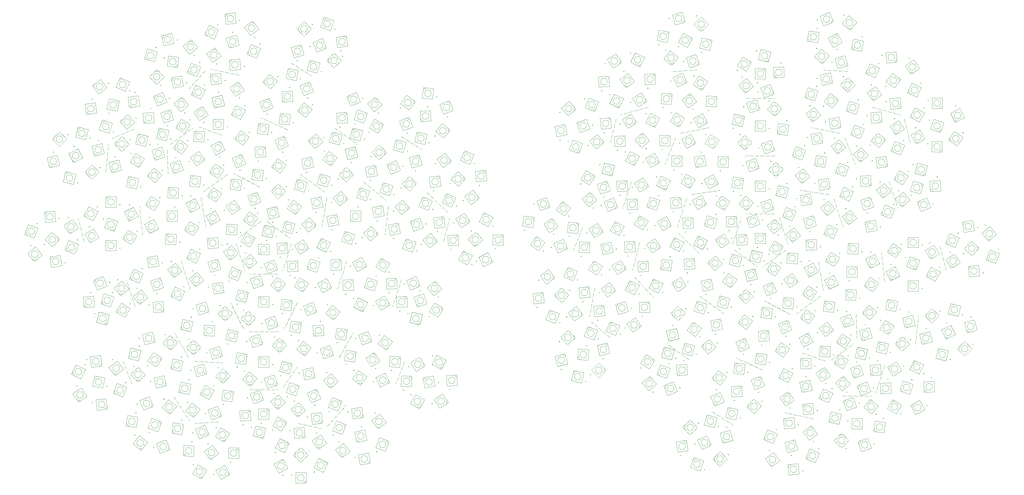
<source format=gbr>
%TF.GenerationSoftware,KiCad,Pcbnew,8.0.5*%
%TF.CreationDate,2024-10-17T15:54:22-04:00*%
%TF.ProjectId,orb_generated,6f72625f-6765-46e6-9572-617465642e6b,rev?*%
%TF.SameCoordinates,Original*%
%TF.FileFunction,Legend,Top*%
%TF.FilePolarity,Positive*%
%FSLAX46Y46*%
G04 Gerber Fmt 4.6, Leading zero omitted, Abs format (unit mm)*
G04 Created by KiCad (PCBNEW 8.0.5) date 2024-10-17 15:54:22*
%MOMM*%
%LPD*%
G01*
G04 APERTURE LIST*
%ADD10C,0.120000*%
%ADD11C,0.100000*%
%ADD12C,0.200000*%
G04 APERTURE END LIST*
D10*
X173298087Y-83620D02*
X172230169Y-859475D01*
X171841835Y-1141604D02*
X170773917Y-1917459D01*
X170385583Y-2199588D02*
X169317664Y-2975442D01*
X168929331Y-3257571D02*
X167861412Y-4033426D01*
X167473078Y-4315555D02*
X166405160Y-5091410D01*
X166016826Y-5373539D02*
X165656088Y-5635620D01*
X-32069000Y33125000D02*
X-32027369Y31805657D01*
X-32012231Y31325895D02*
X-31970600Y30006552D01*
X-31955461Y29526791D02*
X-31913830Y28207448D01*
X-31898692Y27727686D02*
X-31857061Y26408343D01*
X-31841922Y25928582D02*
X-31813000Y25012000D01*
X11243000Y-57685000D02*
X12531314Y-57972484D01*
X12999792Y-58077024D02*
X14288106Y-58364509D01*
X14756583Y-58469048D02*
X16044897Y-58756533D01*
X16513375Y-58861073D02*
X17801689Y-59148557D01*
X18270167Y-59253097D02*
X19166000Y-59453000D01*
X124739087Y2442380D02*
X124409124Y1164286D01*
X124289137Y699525D02*
X123959174Y-578569D01*
X123839187Y-1043331D02*
X123509224Y-2321425D01*
X123389238Y-2786186D02*
X123059274Y-4064280D01*
X122939288Y-4529042D02*
X122609324Y-5807136D01*
X122489338Y-6271897D02*
X122329088Y-6892620D01*
X-1389000Y20742000D02*
X-2559565Y21352063D01*
X-2985225Y21573904D02*
X-4155791Y22183967D01*
X-4581451Y22405808D02*
X-5752016Y23015871D01*
X-6177676Y23237712D02*
X-7348241Y23847775D01*
X-7773902Y24069617D02*
X-8944467Y24679680D01*
X-9370127Y24901521D02*
X-9938999Y25198000D01*
X-14854000Y-57121000D02*
X-16170461Y-57217600D01*
X-16649174Y-57252727D02*
X-17965634Y-57349327D01*
X-18444347Y-57384455D02*
X-19760808Y-57481055D01*
X-20239521Y-57516182D02*
X-21555981Y-57612782D01*
X-22034694Y-57647909D02*
X-22948998Y-57715000D01*
X170970087Y10717380D02*
X171377853Y9461941D01*
X171526132Y9005418D02*
X171933898Y7749979D01*
X172082176Y7293456D02*
X172489942Y6038017D01*
X172638221Y5581494D02*
X173045987Y4326055D01*
X173194266Y3869532D02*
X173602032Y2614093D01*
X173750310Y2157569D02*
X173888086Y1733380D01*
X-52499000Y25641000D02*
X-52363047Y26953980D01*
X-52313610Y27431427D02*
X-52177657Y28744408D01*
X-52128219Y29221855D02*
X-51992266Y30534835D01*
X-51942829Y31012282D02*
X-51806876Y32325262D01*
X-51757438Y32802710D02*
X-51621485Y34115690D01*
X-51572048Y34593137D02*
X-51506001Y35231000D01*
X187553087Y18257380D02*
X186247500Y18451911D01*
X185772741Y18522649D02*
X184467154Y18717180D01*
X183992395Y18787918D02*
X182686808Y18982449D01*
X182212049Y19053187D02*
X180906462Y19247718D01*
X180431703Y19318457D02*
X179126115Y19512987D01*
X178651356Y19583726D02*
X178016087Y19678380D01*
X41307000Y14360000D02*
X41156813Y13048572D01*
X41102200Y12571689D02*
X40952014Y11260261D01*
X40897400Y10783378D02*
X40747214Y9471949D01*
X40692601Y8995066D02*
X40542414Y7683638D01*
X40487801Y7206755D02*
X40337614Y5895327D01*
X40283001Y5418444D02*
X40210000Y4781000D01*
X174640087Y-21483620D02*
X173469522Y-20873557D01*
X173043862Y-20651716D02*
X171873296Y-20041653D01*
X171447636Y-19819812D02*
X170277071Y-19209749D01*
X169851411Y-18987908D02*
X168680846Y-18377845D01*
X168255185Y-18156003D02*
X167084620Y-17545940D01*
X166658960Y-17324099D02*
X166090088Y-17027620D01*
X141849087Y18257380D02*
X143154674Y18451911D01*
X143629433Y18522649D02*
X144935020Y18717180D01*
X145409779Y18787918D02*
X146715366Y18982449D01*
X147190125Y19053187D02*
X148495712Y19247718D01*
X148970471Y19318457D02*
X150276059Y19512987D01*
X150750818Y19583726D02*
X151386087Y19678380D01*
X955000Y9350000D02*
X2022918Y8574145D01*
X2411252Y8292016D02*
X3479170Y7516161D01*
X3867504Y7234032D02*
X4935423Y6458178D01*
X5323756Y6176049D02*
X6391675Y5400194D01*
X6780009Y5118065D02*
X7847927Y4342210D01*
X8236261Y4060081D02*
X8596999Y3798000D01*
X45672000Y-9874000D02*
X45264066Y-11129384D01*
X45115727Y-11585888D02*
X44707793Y-12841272D01*
X44559454Y-13297776D02*
X44151520Y-14553160D01*
X44003181Y-15009664D02*
X43595247Y-16265048D01*
X43446908Y-16721552D02*
X43038974Y-17976936D01*
X42890635Y-18433440D02*
X42753001Y-18857000D01*
X216207087Y-31516620D02*
X216343040Y-30203640D01*
X216392477Y-29726193D02*
X216528430Y-28413212D01*
X216577868Y-27935765D02*
X216713821Y-26622785D01*
X216763258Y-26145338D02*
X216899211Y-24832358D01*
X216948649Y-24354910D02*
X217084602Y-23041930D01*
X217134039Y-22564483D02*
X217200086Y-21926620D01*
X-23182000Y-37021000D02*
X-21864491Y-37102052D01*
X-21385397Y-37131526D02*
X-20067887Y-37212578D01*
X-19588793Y-37242051D02*
X-18271284Y-37323104D01*
X-17792190Y-37352577D02*
X-16474680Y-37433629D01*
X-15995586Y-37463103D02*
X-14678077Y-37544155D01*
X-14198983Y-37573629D02*
X-13559003Y-37613000D01*
X224346087Y1065380D02*
X224671015Y-214003D01*
X224789171Y-679234D02*
X225114098Y-1958617D01*
X225232254Y-2423847D02*
X225557182Y-3703231D01*
X225675338Y-4168461D02*
X226000266Y-5447844D01*
X226118421Y-5913075D02*
X226344086Y-6801620D01*
X-13957000Y37985000D02*
X-15198936Y38432208D01*
X-15650549Y38594829D02*
X-16892485Y39042036D01*
X-17344099Y39204657D02*
X-18586035Y39651865D01*
X-19037648Y39814486D02*
X-20279584Y40261693D01*
X-20731197Y40424314D02*
X-21593999Y40735000D01*
X-43003000Y40060000D02*
X-44214201Y39535222D01*
X-44654638Y39344394D02*
X-45865839Y38819616D01*
X-46306276Y38628787D02*
X-47517477Y38104010D01*
X-47957914Y37913181D02*
X-49169115Y37388403D01*
X-49609552Y37197575D02*
X-50451000Y36833000D01*
X46697000Y-37202000D02*
X46207830Y-38428015D01*
X46029950Y-38873839D02*
X45540780Y-40099854D01*
X45362900Y-40545677D02*
X44873730Y-41771692D01*
X44695850Y-42217516D02*
X44206680Y-43443531D01*
X44028800Y-43889354D02*
X43689001Y-44741000D01*
X212499087Y43375380D02*
X212814257Y42093558D01*
X212928864Y41627441D02*
X213244035Y40345619D01*
X213358642Y39879502D02*
X213673812Y38597680D01*
X213788419Y38131563D02*
X214103590Y36849740D01*
X214218197Y36383623D02*
X214437086Y35493380D01*
X148789087Y-53829620D02*
X149905410Y-54534050D01*
X150311346Y-54790207D02*
X151427670Y-55494637D01*
X151833606Y-55750793D02*
X152949929Y-56455223D01*
X153355865Y-56711380D02*
X154472188Y-57415810D01*
X154878124Y-57671967D02*
X155654086Y-58161620D01*
X59645000Y2649000D02*
X59969928Y3928383D01*
X60088084Y4393614D02*
X60413011Y5672997D01*
X60531167Y6138227D02*
X60856095Y7417611D01*
X60974251Y7882841D02*
X61299179Y9162224D01*
X61417334Y9627455D02*
X61642999Y10516000D01*
X192746087Y37201380D02*
X193230463Y35973463D01*
X193406600Y35526948D02*
X193890976Y34299031D01*
X194067113Y33852516D02*
X194551489Y32624599D01*
X194727626Y32178084D02*
X195212002Y30950167D01*
X195388139Y30503652D02*
X195872515Y29275735D01*
X196048652Y28829220D02*
X196284087Y28232380D01*
X-955000Y9350000D02*
X-2022918Y8574145D01*
X-2411252Y8292016D02*
X-3479170Y7516161D01*
X-3867504Y7234032D02*
X-4935423Y6458178D01*
X-5323756Y6176049D02*
X-6391675Y5400194D01*
X-6780009Y5118065D02*
X-7847927Y4342210D01*
X-8236261Y4060081D02*
X-8596999Y3798000D01*
X201806087Y47264380D02*
X203077915Y46911034D01*
X203540398Y46782544D02*
X204812226Y46429198D01*
X205274709Y46300708D02*
X206546537Y45947362D01*
X207009020Y45818872D02*
X208280847Y45465526D01*
X208743330Y45337036D02*
X210015158Y44983690D01*
X210477641Y44855200D02*
X211096087Y44683380D01*
X-42753000Y-18857000D02*
X-43160934Y-17601616D01*
X-43309273Y-17145112D02*
X-43717207Y-15889728D01*
X-43865546Y-15433224D02*
X-44273480Y-14177840D01*
X-44421819Y-13721336D02*
X-44829753Y-12465952D01*
X-44978092Y-12009448D02*
X-45386026Y-10754064D01*
X-45534365Y-10297560D02*
X-45671999Y-9874000D01*
X12016000Y25022000D02*
X13083949Y24246188D01*
X13472295Y23964075D02*
X14540244Y23188263D01*
X14928589Y22906149D02*
X15996538Y22130337D01*
X16384884Y21848224D02*
X17452833Y21072412D01*
X17841178Y20790298D02*
X18909128Y20014486D01*
X19297473Y19732373D02*
X20084000Y19161000D01*
X184785087Y-15446620D02*
X183717138Y-16222432D01*
X183328792Y-16504545D02*
X182260843Y-17280357D01*
X181872498Y-17562471D02*
X180804549Y-18338283D01*
X180416203Y-18620396D02*
X179348254Y-19396208D01*
X178959909Y-19678322D02*
X177891959Y-20454134D01*
X177503614Y-20736247D02*
X176717087Y-21307620D01*
X-40210000Y4781000D02*
X-40360187Y6092428D01*
X-40414800Y6569311D02*
X-40564986Y7880739D01*
X-40619600Y8357622D02*
X-40769786Y9669051D01*
X-40824399Y10145934D02*
X-40974586Y11457362D01*
X-41029199Y11934245D02*
X-41179386Y13245673D01*
X-41233999Y13722556D02*
X-41307000Y14360000D01*
X122842087Y-8948620D02*
X123734490Y-9921254D01*
X124059000Y-10274939D02*
X124951403Y-11247573D01*
X125275913Y-11601259D02*
X126168316Y-12573893D01*
X126492826Y-12927578D02*
X127385229Y-13900212D01*
X127709739Y-14253897D02*
X128602141Y-15226531D01*
X128926652Y-15580217D02*
X129360086Y-16052620D01*
X23504000Y40385000D02*
X24571918Y39609145D01*
X24960252Y39327016D02*
X26028170Y38551161D01*
X26416504Y38269032D02*
X27484423Y37493178D01*
X27872756Y37211049D02*
X28940675Y36435194D01*
X29329009Y36153065D02*
X30396927Y35377210D01*
X30785261Y35095081D02*
X31145999Y34833000D01*
X205989087Y-38487620D02*
X205581194Y-39743018D01*
X205432870Y-40199526D02*
X205024977Y-41454924D01*
X204876653Y-41911432D02*
X204468760Y-43166830D01*
X204320436Y-43623338D02*
X203912543Y-44878736D01*
X203764219Y-45335245D02*
X203356326Y-46590642D01*
X203208002Y-47047151D02*
X203070088Y-47471620D01*
X178658087Y-34270620D02*
X179900023Y-34717828D01*
X180351636Y-34880449D02*
X181593572Y-35327656D01*
X182045186Y-35490277D02*
X183287122Y-35937485D01*
X183738735Y-36100106D02*
X184980671Y-36547313D01*
X185432284Y-36709934D02*
X186295086Y-37020620D01*
X183999087Y-4016620D02*
X184217470Y-5318430D01*
X184296882Y-5791815D02*
X184515265Y-7093625D01*
X184594677Y-7567010D02*
X184813060Y-8868820D01*
X184892472Y-9342206D02*
X185110856Y-10644015D01*
X185190268Y-11117401D02*
X185408651Y-12419211D01*
X185488063Y-12892596D02*
X185594087Y-13524620D01*
X156104087Y-83620D02*
X157172005Y-859475D01*
X157560339Y-1141604D02*
X158628257Y-1917459D01*
X159016591Y-2199588D02*
X160084510Y-2975442D01*
X160472843Y-3257571D02*
X161540762Y-4033426D01*
X161929096Y-4315555D02*
X162997014Y-5091410D01*
X163385348Y-5373539D02*
X163746086Y-5635620D01*
X193751087Y59090380D02*
X192433915Y59176739D01*
X191954943Y59208142D02*
X190637771Y59294500D01*
X190158800Y59325903D02*
X188841628Y59412262D01*
X188362656Y59443665D02*
X187045484Y59530024D01*
X186566512Y59561427D02*
X185652092Y59621380D01*
X-24978000Y-35897000D02*
X-25627367Y-34747773D01*
X-25863500Y-34329872D02*
X-26512867Y-33180645D01*
X-26749000Y-32762744D02*
X-27398367Y-31613517D01*
X-27634500Y-31195616D02*
X-28283867Y-30046389D01*
X-28520000Y-29628489D02*
X-29169367Y-28479262D01*
X-29405500Y-28061361D02*
X-29721000Y-27503000D01*
X114890087Y-29200620D02*
X113875169Y-28356617D01*
X113506108Y-28049706D02*
X112491190Y-27205703D01*
X112122129Y-26898793D02*
X111107211Y-26054790D01*
X110738150Y-25747879D02*
X109723232Y-24903876D01*
X109354171Y-24596966D02*
X108649087Y-24010620D01*
X-19440000Y59364000D02*
X-20313351Y58374224D01*
X-20630934Y58014305D02*
X-21504285Y57024528D01*
X-21821867Y56664610D02*
X-22695219Y55674833D01*
X-23012801Y55314914D02*
X-23886152Y54325138D01*
X-24203734Y53965219D02*
X-24811000Y53277000D01*
X-20893000Y17239000D02*
X-20674617Y15937190D01*
X-20595205Y15463805D02*
X-20376822Y14161995D01*
X-20297410Y13688610D02*
X-20079027Y12386800D01*
X-19999615Y11913414D02*
X-19781231Y10611605D01*
X-19701819Y10138219D02*
X-19483436Y8836409D01*
X-19404024Y8363024D02*
X-19298000Y7731000D01*
X169424087Y11840380D02*
X168104087Y11840380D01*
X167624087Y11840380D02*
X166304087Y11840380D01*
X165824087Y11840380D02*
X164504087Y11840380D01*
X164024087Y11840380D02*
X162704087Y11840380D01*
X162224087Y11840380D02*
X160904087Y11840380D01*
X160424087Y11840380D02*
X159978087Y11840380D01*
X-29952000Y-48747000D02*
X-29222927Y-49847387D01*
X-28957809Y-50247528D02*
X-28228736Y-51347915D01*
X-27963618Y-51748056D02*
X-27234545Y-52848443D01*
X-26969427Y-53248584D02*
X-26240354Y-54348971D01*
X-25975237Y-54749112D02*
X-25246163Y-55849500D01*
X-24981046Y-56249640D02*
X-24627000Y-56784000D01*
X9187000Y1981000D02*
X8779234Y725561D01*
X8630955Y269038D02*
X8223189Y-986401D01*
X8074911Y-1442924D02*
X7667145Y-2698363D01*
X7518866Y-3154886D02*
X7111100Y-4410325D01*
X6962821Y-4866848D02*
X6555055Y-6122287D01*
X6406777Y-6578811D02*
X6269001Y-7003000D01*
X138279087Y38562380D02*
X139572738Y38824806D01*
X140043156Y38920234D02*
X141336807Y39182660D01*
X141807226Y39278088D02*
X143100876Y39540514D01*
X143571295Y39635942D02*
X144864946Y39898368D01*
X145335364Y39993796D02*
X146629015Y40256223D01*
X147099433Y40351650D02*
X147729086Y40479380D01*
X-4723000Y-46487000D02*
X-3403000Y-46487000D01*
X-2923000Y-46487000D02*
X-1603000Y-46487000D01*
X-1123000Y-46487000D02*
X197000Y-46487000D01*
X677000Y-46487000D02*
X1997000Y-46487000D01*
X2477000Y-46487000D02*
X3797000Y-46487000D01*
X4277000Y-46487000D02*
X4723000Y-46487000D01*
X-31146000Y34833000D02*
X-30078082Y35608855D01*
X-29689748Y35890984D02*
X-28621830Y36666839D01*
X-28233496Y36948968D02*
X-27165577Y37724822D01*
X-26777244Y38006951D02*
X-25709325Y38782806D01*
X-25320991Y39064935D02*
X-24253073Y39840790D01*
X-23864739Y40122919D02*
X-23504001Y40385000D01*
X136656087Y37201380D02*
X136171711Y35973463D01*
X135995574Y35526948D02*
X135511198Y34299031D01*
X135335061Y33852516D02*
X134850685Y32624599D01*
X134674548Y32178084D02*
X134190172Y30950167D01*
X134014035Y30503652D02*
X133529659Y29275735D01*
X133353522Y28829220D02*
X133118087Y28232380D01*
X127596087Y47264380D02*
X126324259Y46911034D01*
X125861776Y46782544D02*
X124589948Y46429198D01*
X124127465Y46300708D02*
X122855637Y45947362D01*
X122393154Y45818872D02*
X121121327Y45465526D01*
X120658844Y45337036D02*
X119387016Y44983690D01*
X118924533Y44855200D02*
X118306087Y44683380D01*
X-4986000Y-27307000D02*
X-3666000Y-27307000D01*
X-3186000Y-27307000D02*
X-1866000Y-27307000D01*
X-1386000Y-27307000D02*
X-66000Y-27307000D01*
X414000Y-27307000D02*
X1734000Y-27307000D01*
X2214000Y-27307000D02*
X3534000Y-27307000D01*
X4014000Y-27307000D02*
X4986000Y-27307000D01*
X6474000Y-45648000D02*
X7215746Y-44556115D01*
X7485472Y-44159066D02*
X8227219Y-43067182D01*
X8496945Y-42670133D02*
X9238691Y-41578248D01*
X9508417Y-41181199D02*
X10250164Y-40089314D01*
X10519890Y-39692265D02*
X11034999Y-38934000D01*
X140272087Y16894380D02*
X139864129Y15639003D01*
X139715781Y15182503D02*
X139307823Y13927126D01*
X139159475Y13470626D02*
X138751517Y12215249D01*
X138603169Y11758748D02*
X138195211Y10503372D01*
X138046863Y10046871D02*
X137638905Y8791494D01*
X137490557Y8334994D02*
X137190088Y7410380D01*
X33078000Y22460000D02*
X34096181Y21619936D01*
X34466428Y21314458D02*
X35484609Y20474394D01*
X35854857Y20168916D02*
X36873038Y19328852D01*
X37243285Y19023374D02*
X38261466Y18183310D01*
X38631713Y17877832D02*
X39649894Y17037767D01*
X40020142Y16732290D02*
X40515000Y16324000D01*
X207454087Y22571380D02*
X207862021Y21315996D01*
X208010360Y20859492D02*
X208418294Y19604108D01*
X208566633Y19147604D02*
X208974567Y17892220D01*
X209122906Y17435716D02*
X209530840Y16180332D01*
X209679179Y15723828D02*
X210087113Y14468444D01*
X210235452Y14011940D02*
X210373086Y13588380D01*
X206008087Y-10645620D02*
X205857900Y-9334192D01*
X205803287Y-8857309D02*
X205653101Y-7545881D01*
X205598487Y-7068998D02*
X205448301Y-5757569D01*
X205393688Y-5280686D02*
X205243501Y-3969258D01*
X205188888Y-3492375D02*
X205038701Y-2180947D01*
X204984088Y-1704064D02*
X204911087Y-1066620D01*
X-6770000Y-26228000D02*
X-7358405Y-25046399D01*
X-7572370Y-24616726D02*
X-8160774Y-23435126D01*
X-8374740Y-23005453D02*
X-8963144Y-21823852D01*
X-9177109Y-21394179D02*
X-9765514Y-20212579D01*
X-9979479Y-19782906D02*
X-10567884Y-18601305D01*
X-10781849Y-18171632D02*
X-11068000Y-17597000D01*
X-12016000Y25022000D02*
X-13083949Y24246188D01*
X-13472295Y23964075D02*
X-14540244Y23188263D01*
X-14928589Y22906149D02*
X-15996538Y22130337D01*
X-16384884Y21848224D02*
X-17452833Y21072412D01*
X-17841178Y20790298D02*
X-18909128Y20014486D01*
X-19297473Y19732373D02*
X-20084000Y19161000D01*
X116903087Y43375380D02*
X116587917Y42093558D01*
X116473310Y41627441D02*
X116158139Y40345619D01*
X116043532Y39879502D02*
X115728362Y38597680D01*
X115613755Y38131563D02*
X115298584Y36849740D01*
X115183977Y36383623D02*
X114965088Y35493380D01*
X192079087Y-48594620D02*
X193399087Y-48594620D01*
X193879087Y-48594620D02*
X195199087Y-48594620D01*
X195679087Y-48594620D02*
X196999087Y-48594620D01*
X197479087Y-48594620D02*
X198799087Y-48594620D01*
X199279087Y-48594620D02*
X200599087Y-48594620D01*
X201079087Y-48594620D02*
X201525087Y-48594620D01*
X105785087Y7238380D02*
X105286451Y6016184D01*
X105105128Y5571750D02*
X104606492Y4349554D01*
X104425170Y3905119D02*
X103926534Y2682924D01*
X103745211Y2238489D02*
X103246575Y1016294D01*
X103065253Y571859D02*
X102719088Y-276620D01*
X155514087Y1733380D02*
X155921853Y2988819D01*
X156070132Y3445342D02*
X156477898Y4700781D01*
X156626176Y5157304D02*
X157033942Y6412743D01*
X157182221Y6869266D02*
X157589987Y8124705D01*
X157738266Y8581228D02*
X158146032Y9836667D01*
X158294310Y10293191D02*
X158432086Y10717380D01*
X109830087Y-12693620D02*
X109591465Y-13991872D01*
X109504693Y-14463964D02*
X109266071Y-15762217D01*
X109179299Y-16234309D02*
X108940677Y-17532561D01*
X108853905Y-18004653D02*
X108615283Y-19302905D01*
X108528512Y-19774997D02*
X108289889Y-21073250D01*
X108203118Y-21545341D02*
X108087087Y-22176620D01*
X196514087Y-21297620D02*
X196555718Y-22616963D01*
X196570856Y-23096725D02*
X196612487Y-24416068D01*
X196627626Y-24895829D02*
X196669257Y-26215172D01*
X196684395Y-26694934D02*
X196726026Y-28014277D01*
X196741165Y-28494038D02*
X196770087Y-29410620D01*
X-9187000Y1981000D02*
X-8779234Y725561D01*
X-8630955Y269038D02*
X-8223189Y-986401D01*
X-8074911Y-1442924D02*
X-7667145Y-2698363D01*
X-7518866Y-3154886D02*
X-7111100Y-4410325D01*
X-6962821Y-4866848D02*
X-6555055Y-6122287D01*
X-6406777Y-6578811D02*
X-6269001Y-7003000D01*
X135651087Y59090380D02*
X136968259Y59176739D01*
X137447231Y59208142D02*
X138764403Y59294500D01*
X139243374Y59325903D02*
X140560546Y59412262D01*
X141039518Y59443665D02*
X142356690Y59530024D01*
X142835662Y59561427D02*
X143750082Y59621380D01*
X7879000Y39720000D02*
X6678152Y40268055D01*
X6241480Y40467348D02*
X5040633Y41015404D01*
X4603961Y41214696D02*
X3403113Y41762752D01*
X2966441Y41962045D02*
X1765593Y42510100D01*
X1328921Y42709393D02*
X128074Y43257448D01*
X-308598Y43456741D02*
X-892000Y43723000D01*
X144545087Y-1374620D02*
X143603189Y-449835D01*
X143260680Y-113549D02*
X142318782Y811236D01*
X141976274Y1147522D02*
X141034375Y2072307D01*
X140691867Y2408592D02*
X139749969Y3333378D01*
X139407460Y3669663D02*
X138465562Y4594448D01*
X138123054Y4930734D02*
X137665087Y5380380D01*
X45592000Y37481000D02*
X46713781Y36785294D01*
X47121702Y36532310D02*
X48243483Y35836604D01*
X48651403Y35583620D02*
X49773185Y34887914D01*
X50181105Y34634930D02*
X51302886Y33939224D01*
X51710807Y33686240D02*
X52490000Y33203000D01*
X-43689000Y-44741000D02*
X-44178170Y-43514985D01*
X-44356050Y-43069161D02*
X-44845220Y-41843146D01*
X-45023100Y-41397323D02*
X-45512270Y-40171308D01*
X-45690150Y-39725484D02*
X-46179320Y-38499469D01*
X-46357200Y-38053646D02*
X-46696999Y-37202000D01*
X188205087Y-36670620D02*
X189273005Y-35894765D01*
X189661339Y-35612636D02*
X190729257Y-34836781D01*
X191117591Y-34554652D02*
X192185510Y-33778798D01*
X192573843Y-33496669D02*
X193641762Y-32720814D01*
X194030096Y-32438685D02*
X195098014Y-31662830D01*
X195486348Y-31380701D02*
X195847086Y-31118620D01*
X-59645000Y2649000D02*
X-59969928Y3928383D01*
X-60088084Y4393614D02*
X-60413011Y5672997D01*
X-60531167Y6138227D02*
X-60856095Y7417611D01*
X-60974251Y7882841D02*
X-61299179Y9162224D01*
X-61417334Y9627455D02*
X-61642999Y10516000D01*
X141197087Y-36670620D02*
X140129169Y-35894765D01*
X139740835Y-35612636D02*
X138672917Y-34836781D01*
X138284583Y-34554652D02*
X137216664Y-33778798D01*
X136828331Y-33496669D02*
X135760412Y-32720814D01*
X135372078Y-32438685D02*
X134304160Y-31662830D01*
X133915826Y-31380701D02*
X133555088Y-31118620D01*
X24978000Y-35897000D02*
X25627367Y-34747773D01*
X25863500Y-34329872D02*
X26512867Y-33180645D01*
X26749000Y-32762744D02*
X27398367Y-31613517D01*
X27634500Y-31195616D02*
X28283867Y-30046389D01*
X28520000Y-29628489D02*
X29169367Y-28479262D01*
X29405500Y-28061361D02*
X29721000Y-27503000D01*
X11068000Y-17597000D02*
X10479595Y-18778601D01*
X10265630Y-19208274D02*
X9677226Y-20389874D01*
X9463260Y-20819547D02*
X8874856Y-22001148D01*
X8660891Y-22430821D02*
X8072486Y-23612421D01*
X7858521Y-24042094D02*
X7270116Y-25223695D01*
X7056151Y-25653368D02*
X6770000Y-26228000D01*
X-8163000Y57853000D02*
X-9453735Y58129410D01*
X-9923094Y58229923D02*
X-11213829Y58506333D01*
X-11683187Y58606846D02*
X-12973922Y58883256D01*
X-13443281Y58983769D02*
X-14734016Y59260179D01*
X-15203374Y59360691D02*
X-16494109Y59637102D01*
X-16963468Y59737614D02*
X-17591000Y59871999D01*
X169687087Y31021380D02*
X168367087Y31021380D01*
X167887087Y31021380D02*
X166567087Y31021380D01*
X166087087Y31021380D02*
X164767087Y31021380D01*
X164287087Y31021380D02*
X162967087Y31021380D01*
X162487087Y31021380D02*
X161167087Y31021380D01*
X160687087Y31021380D02*
X159715087Y31021380D01*
X20893000Y17239000D02*
X20674617Y15937190D01*
X20595205Y15463805D02*
X20376822Y14161995D01*
X20297410Y13688610D02*
X20079027Y12386800D01*
X19999615Y11913414D02*
X19781231Y10611605D01*
X19701819Y10138219D02*
X19483436Y8836409D01*
X19404024Y8363024D02*
X19298000Y7731000D01*
X144617087Y-15446620D02*
X145685036Y-16222432D01*
X146073382Y-16504545D02*
X147141331Y-17280357D01*
X147529676Y-17562471D02*
X148597625Y-18338283D01*
X148985971Y-18620396D02*
X150053920Y-19396208D01*
X150442265Y-19678322D02*
X151510215Y-20454134D01*
X151898560Y-20736247D02*
X152685087Y-21307620D01*
X191123087Y38562380D02*
X189829436Y38824806D01*
X189359018Y38920234D02*
X188065367Y39182660D01*
X187594948Y39278088D02*
X186301298Y39540514D01*
X185830879Y39635942D02*
X184537228Y39898368D01*
X184066810Y39993796D02*
X182773159Y40256223D01*
X182302741Y40351650D02*
X181673088Y40479380D01*
X159978087Y50201380D02*
X161298087Y50201380D01*
X161778087Y50201380D02*
X163098087Y50201380D01*
X163578087Y50201380D02*
X164898087Y50201380D01*
X165378087Y50201380D02*
X166698087Y50201380D01*
X167178087Y50201380D02*
X168498087Y50201380D01*
X168978087Y50201380D02*
X169424087Y50201380D01*
X182292087Y-56157620D02*
X181001352Y-55881210D01*
X180531993Y-55780697D02*
X179241258Y-55504287D01*
X178771900Y-55403774D02*
X177481165Y-55127364D01*
X177011806Y-55026851D02*
X175721071Y-54750441D01*
X175251713Y-54649929D02*
X173960978Y-54373518D01*
X173491619Y-54273006D02*
X172864087Y-54138621D01*
X54036000Y18978000D02*
X54992165Y18067973D01*
X55339861Y17737054D02*
X56296026Y16827027D01*
X56643722Y16496109D02*
X57599887Y15586082D01*
X57947583Y15255163D02*
X58903748Y14345136D01*
X59251444Y14014217D02*
X60207609Y13104190D01*
X60555306Y12773272D02*
X61020000Y12331000D01*
X9047000Y61876000D02*
X10163323Y61171570D01*
X10569259Y60915413D02*
X11685583Y60210983D01*
X12091519Y59954827D02*
X13207842Y59250397D01*
X13613778Y58994240D02*
X14730101Y58289810D01*
X15136037Y58033653D02*
X15911999Y57544000D01*
X165593087Y-40008620D02*
X164392239Y-39460565D01*
X163955567Y-39261272D02*
X162754720Y-38713216D01*
X162318048Y-38513924D02*
X161117200Y-37965868D01*
X160680528Y-37766575D02*
X159479680Y-37218520D01*
X159043008Y-37019227D02*
X157842161Y-36471172D01*
X157405489Y-36271879D02*
X156822087Y-36005620D01*
X27511000Y-3696000D02*
X27103042Y-4951377D01*
X26954694Y-5407877D02*
X26546736Y-6663254D01*
X26398388Y-7119754D02*
X25990430Y-8375131D01*
X25842082Y-8831632D02*
X25434124Y-10087008D01*
X25285776Y-10543509D02*
X24877818Y-11798886D01*
X24729470Y-12255386D02*
X24429001Y-13180000D01*
X189130087Y16894380D02*
X189538045Y15639003D01*
X189686393Y15182503D02*
X190094351Y13927126D01*
X190242699Y13470626D02*
X190650657Y12215249D01*
X190799005Y11758748D02*
X191206963Y10503372D01*
X191355311Y10046871D02*
X191763269Y8791494D01*
X191911617Y8334994D02*
X192212086Y7410380D01*
X121948087Y22571380D02*
X121540153Y21315996D01*
X121391814Y20859492D02*
X120983880Y19604108D01*
X120835541Y19147604D02*
X120427607Y17892220D01*
X120279268Y17435716D02*
X119871334Y16180332D01*
X119722995Y15723828D02*
X119315061Y14468444D01*
X119166722Y14011940D02*
X119029088Y13588380D01*
X20961000Y-58777000D02*
X21842709Y-57794661D01*
X22163330Y-57437447D02*
X23045039Y-56455108D01*
X23365661Y-56097894D02*
X24247370Y-55115556D01*
X24567991Y-54758342D02*
X25449700Y-53776003D01*
X25770321Y-53418789D02*
X26652030Y-52436450D01*
X26972652Y-52079236D02*
X27401000Y-51602000D01*
X-27511000Y-3696000D02*
X-27103042Y-4951377D01*
X-26954694Y-5407877D02*
X-26546736Y-6663254D01*
X-26398388Y-7119754D02*
X-25990430Y-8375131D01*
X-25842082Y-8831632D02*
X-25434124Y-10087008D01*
X-25285776Y-10543509D02*
X-24877818Y-11798886D01*
X-24729470Y-12255386D02*
X-24429001Y-13180000D01*
X4723000Y-8126000D02*
X3403000Y-8126000D01*
X2923000Y-8126000D02*
X1603000Y-8126000D01*
X1123000Y-8126000D02*
X-197000Y-8126000D01*
X-677000Y-8126000D02*
X-1997000Y-8126000D01*
X-2477000Y-8126000D02*
X-3797000Y-8126000D01*
X-4277000Y-8126000D02*
X-4723000Y-8126000D01*
D11*
%TO.C,LED549*%
X-70262589Y36610000D02*
X-67816000Y34163411D01*
X-69647407Y35994817D02*
X-69647407Y37225183D01*
X-67816000Y39056589D02*
X-70262589Y36610000D01*
X-67816000Y34163411D02*
X-65369411Y36610000D01*
X-65369411Y36610000D02*
X-67816000Y39056589D01*
X-66716001Y36610000D02*
G75*
G02*
X-68915999Y36610000I-1099999J0D01*
G01*
X-68915999Y36610000D02*
G75*
G02*
X-66716001Y36610000I1099999J0D01*
G01*
D12*
X-64965355Y38101995D02*
G75*
G02*
X-65165355Y38101995I-100000J0D01*
G01*
X-65165355Y38101995D02*
G75*
G02*
X-64965355Y38101995I100000J0D01*
G01*
D11*
%TO.C,LED232*%
X-44220236Y-41374956D02*
X-41905044Y-43946236D01*
X-41905044Y-43946236D02*
X-39333764Y-41631044D01*
X-41648956Y-39059764D02*
X-44220236Y-41374956D01*
X-41258509Y-43364093D02*
X-42487189Y-43299701D01*
X-39333764Y-41631044D02*
X-41648956Y-39059764D01*
D12*
X-43022993Y-38678039D02*
G75*
G02*
X-43222993Y-38678039I-100000J0D01*
G01*
X-43222993Y-38678039D02*
G75*
G02*
X-43022993Y-38678039I100000J0D01*
G01*
D11*
X-40677000Y-41503000D02*
G75*
G02*
X-42877000Y-41503000I-1100000J0D01*
G01*
X-42877000Y-41503000D02*
G75*
G02*
X-40677000Y-41503000I1100000J0D01*
G01*
%TO.C,LED599*%
X8521668Y-27140069D02*
X11939069Y-27681332D01*
X9062931Y-23722668D02*
X8521668Y-27140069D01*
X11621044Y-24127833D02*
X12344234Y-25123220D01*
X11939069Y-27681332D02*
X12480332Y-24263931D01*
X12480332Y-24263931D02*
X9062931Y-23722668D01*
D12*
X9252654Y-28525838D02*
G75*
G02*
X9052654Y-28525838I-100000J0D01*
G01*
X9052654Y-28525838D02*
G75*
G02*
X9252654Y-28525838I100000J0D01*
G01*
D11*
X11601001Y-25702000D02*
G75*
G02*
X9400999Y-25702000I-1100001J0D01*
G01*
X9400999Y-25702000D02*
G75*
G02*
X11601001Y-25702000I1100001J0D01*
G01*
%TO.C,LED88*%
X-16842000Y43293000D02*
X-16842000Y39833000D01*
X-16842000Y42423000D02*
X-15972000Y43293000D01*
X-16842000Y39833000D02*
X-13382000Y39833000D01*
X-13382000Y43293000D02*
X-16842000Y43293000D01*
X-13382000Y39833000D02*
X-13382000Y43293000D01*
X-14012000Y41563000D02*
G75*
G02*
X-16212000Y41563000I-1100000J0D01*
G01*
X-16212000Y41563000D02*
G75*
G02*
X-14012000Y41563000I1100000J0D01*
G01*
D12*
X-12012000Y40673000D02*
G75*
G02*
X-12212000Y40673000I-100000J0D01*
G01*
X-12212000Y40673000D02*
G75*
G02*
X-12012000Y40673000I100000J0D01*
G01*
D11*
%TO.C,LED508*%
X176288900Y24636118D02*
X178466349Y21947193D01*
X178466349Y21947193D02*
X181155274Y24124642D01*
X178977825Y26813567D02*
X176288900Y24636118D01*
X179142464Y22494702D02*
X177918839Y22623311D01*
X181155274Y24124642D02*
X178977825Y26813567D01*
D12*
X177625786Y27271913D02*
G75*
G02*
X177425786Y27271913I-100000J0D01*
G01*
X177425786Y27271913D02*
G75*
G02*
X177625786Y27271913I100000J0D01*
G01*
D11*
X179822088Y24380380D02*
G75*
G02*
X177622086Y24380380I-1100001J0D01*
G01*
X177622086Y24380380D02*
G75*
G02*
X179822088Y24380380I1100001J0D01*
G01*
%TO.C,LED66*%
X135855999Y57149159D02*
X137263308Y53988292D01*
X137263308Y53988292D02*
X140424175Y55395601D01*
X139016866Y58556468D02*
X135855999Y57149159D01*
X140070314Y56190386D02*
X139629390Y55041740D01*
X140424175Y55395601D02*
X139016866Y58556468D01*
D12*
X135137456Y55865226D02*
G75*
G02*
X134937454Y55865226I-100001J0D01*
G01*
X134937454Y55865226D02*
G75*
G02*
X135137456Y55865226I100001J0D01*
G01*
D11*
X139240087Y56272380D02*
G75*
G02*
X137040087Y56272380I-1100000J0D01*
G01*
X137040087Y56272380D02*
G75*
G02*
X139240087Y56272380I1100000J0D01*
G01*
%TO.C,LED165*%
X7425073Y-47429729D02*
X10715729Y-48498927D01*
X8494271Y-44139073D02*
X7425073Y-47429729D01*
X10715729Y-48498927D02*
X11784927Y-45208271D01*
X10957508Y-44939427D02*
X11516083Y-46035691D01*
X11784927Y-45208271D02*
X8494271Y-44139073D01*
D12*
X7931508Y-48897144D02*
G75*
G02*
X7731510Y-48897144I-99999J0D01*
G01*
X7731510Y-48897144D02*
G75*
G02*
X7931508Y-48897144I99999J0D01*
G01*
D11*
X10705000Y-46319000D02*
G75*
G02*
X8505000Y-46319000I-1100000J0D01*
G01*
X8505000Y-46319000D02*
G75*
G02*
X10705000Y-46319000I1100000J0D01*
G01*
%TO.C,LED141*%
X21730165Y35650870D02*
X25056130Y34697165D01*
X22444065Y38140537D02*
X23520168Y38737031D01*
X22683870Y38976835D02*
X21730165Y35650870D01*
X25056130Y34697165D02*
X26009835Y38023130D01*
X26009835Y38023130D02*
X22683870Y38976835D01*
X24970000Y36837000D02*
G75*
G02*
X22770000Y36837000I-1100000J0D01*
G01*
X22770000Y36837000D02*
G75*
G02*
X24970000Y36837000I1100000J0D01*
G01*
D12*
X26608468Y35154565D02*
G75*
G02*
X26408468Y35154565I-100000J0D01*
G01*
X26408468Y35154565D02*
G75*
G02*
X26608468Y35154565I100000J0D01*
G01*
D11*
%TO.C,LED272*%
X148910870Y-69449921D02*
X151314388Y-71938837D01*
X149515223Y-70075747D02*
X149536696Y-68845568D01*
X151314388Y-71938837D02*
X153803304Y-69535319D01*
X151399786Y-67046403D02*
X148910870Y-69449921D01*
X153803304Y-69535319D02*
X151399786Y-67046403D01*
X152457087Y-69492620D02*
G75*
G02*
X150257087Y-69492620I-1100000J0D01*
G01*
X150257087Y-69492620D02*
G75*
G02*
X152457087Y-69492620I1100000J0D01*
G01*
D12*
X154233350Y-68048858D02*
G75*
G02*
X154033354Y-68048858I-99998J0D01*
G01*
X154033354Y-68048858D02*
G75*
G02*
X154233350Y-68048858I99998J0D01*
G01*
D11*
%TO.C,LED397*%
X127037160Y14132652D02*
X130327815Y13063453D01*
X127864579Y13863807D02*
X127306005Y14960071D01*
X128106359Y17423307D02*
X127037160Y14132652D01*
X130327815Y13063453D02*
X131397014Y16354108D01*
X131397014Y16354108D02*
X128106359Y17423307D01*
X130317087Y15243380D02*
G75*
G02*
X128117087Y15243380I-1100000J0D01*
G01*
X128117087Y15243380D02*
G75*
G02*
X130317087Y15243380I1100000J0D01*
G01*
D12*
X131090577Y17821524D02*
G75*
G02*
X130890579Y17821524I-99999J0D01*
G01*
X130890579Y17821524D02*
G75*
G02*
X131090577Y17821524I99999J0D01*
G01*
D11*
%TO.C,LED170*%
X6091165Y6159870D02*
X9417130Y5206165D01*
X6805065Y8649537D02*
X7881168Y9246031D01*
X7044870Y9485835D02*
X6091165Y6159870D01*
X9417130Y5206165D02*
X10370835Y8532130D01*
X10370835Y8532130D02*
X7044870Y9485835D01*
X9331000Y7346000D02*
G75*
G02*
X7131000Y7346000I-1100000J0D01*
G01*
X7131000Y7346000D02*
G75*
G02*
X9331000Y7346000I1100000J0D01*
G01*
D12*
X10969468Y5663565D02*
G75*
G02*
X10769468Y5663565I-100000J0D01*
G01*
X10769468Y5663565D02*
G75*
G02*
X10969468Y5663565I100000J0D01*
G01*
D11*
%TO.C,LED162*%
X-7133279Y-43197234D02*
X-4482766Y-45421279D01*
X-4909234Y-40546721D02*
X-7133279Y-43197234D01*
X-4482766Y-45421279D02*
X-2258721Y-42770766D01*
X-3923540Y-44754820D02*
X-5149224Y-44862054D01*
X-2258721Y-42770766D02*
X-4909234Y-40546721D01*
D12*
X-6322052Y-40373857D02*
G75*
G02*
X-6522052Y-40373857I-100000J0D01*
G01*
X-6522052Y-40373857D02*
G75*
G02*
X-6322052Y-40373857I100000J0D01*
G01*
D11*
X-3596000Y-42984000D02*
G75*
G02*
X-5796000Y-42984000I-1100000J0D01*
G01*
X-5796000Y-42984000D02*
G75*
G02*
X-3596000Y-42984000I1100000J0D01*
G01*
%TO.C,LED592*%
X17806187Y-11279628D02*
X19483628Y-14305813D01*
X19483628Y-14305813D02*
X22509813Y-12628372D01*
X20832372Y-9602187D02*
X17806187Y-11279628D01*
X22088029Y-11867453D02*
X21748894Y-13050156D01*
X22509813Y-12628372D02*
X20832372Y-9602187D01*
D12*
X17202660Y-12630017D02*
G75*
G02*
X17002660Y-12630017I-100000J0D01*
G01*
X17002660Y-12630017D02*
G75*
G02*
X17202660Y-12630017I100000J0D01*
G01*
D11*
X21258000Y-11954000D02*
G75*
G02*
X19058000Y-11954000I-1100000J0D01*
G01*
X19058000Y-11954000D02*
G75*
G02*
X21258000Y-11954000I1100000J0D01*
G01*
%TO.C,LED576*%
X56987721Y39178765D02*
X59638235Y36954721D01*
X59211765Y41829279D02*
X56987721Y39178765D01*
X59638235Y36954721D02*
X61862279Y39605235D01*
X61195822Y40164459D02*
X61303054Y38938776D01*
X61862279Y39605235D02*
X59211765Y41829279D01*
D12*
X56914857Y37665948D02*
G75*
G02*
X56714857Y37665948I-100000J0D01*
G01*
X56714857Y37665948D02*
G75*
G02*
X56914857Y37665948I100000J0D01*
G01*
D11*
X60525000Y39392000D02*
G75*
G02*
X58325000Y39392000I-1100000J0D01*
G01*
X58325000Y39392000D02*
G75*
G02*
X60525000Y39392000I1100000J0D01*
G01*
%TO.C,LED194*%
X110581160Y21701108D02*
X111650359Y18410453D01*
X111650359Y18410453D02*
X114941014Y19479652D01*
X113044396Y22501462D02*
X114140660Y21942888D01*
X113871815Y22770307D02*
X110581160Y21701108D01*
X114941014Y19479652D02*
X113871815Y22770307D01*
X113861087Y20590380D02*
G75*
G02*
X111661087Y20590380I-1100000J0D01*
G01*
X111661087Y20590380D02*
G75*
G02*
X113861087Y20590380I1100000J0D01*
G01*
D12*
X112941698Y17462185D02*
G75*
G02*
X112741698Y17462185I-100000J0D01*
G01*
X112741698Y17462185D02*
G75*
G02*
X112941698Y17462185I100000J0D01*
G01*
D11*
%TO.C,LED560*%
X-54676980Y39745486D02*
X-51405486Y38619020D01*
X-53833759Y42194379D02*
X-52727913Y42733736D01*
X-53550514Y43016980D02*
X-54676980Y39745486D01*
X-51405486Y38619020D02*
X-50279020Y41890514D01*
X-50279020Y41890514D02*
X-53550514Y43016980D01*
X-51378000Y40818000D02*
G75*
G02*
X-53578000Y40818000I-1100000J0D01*
G01*
X-53578000Y40818000D02*
G75*
G02*
X-51378000Y40818000I1100000J0D01*
G01*
D12*
X-49831200Y38999784D02*
G75*
G02*
X-50031200Y38999784I-100000J0D01*
G01*
X-50031200Y38999784D02*
G75*
G02*
X-49831200Y38999784I100000J0D01*
G01*
D11*
%TO.C,LED188*%
X48393863Y-24120086D02*
X51751086Y-24957137D01*
X49230914Y-20762863D02*
X48393863Y-24120086D01*
X51751086Y-24957137D02*
X52588137Y-21599914D01*
X51961559Y-24112979D02*
X50906929Y-24746665D01*
X52588137Y-21599914D02*
X49230914Y-20762863D01*
D12*
X47895423Y-21270671D02*
G75*
G02*
X47695423Y-21270671I-100000J0D01*
G01*
X47695423Y-21270671D02*
G75*
G02*
X47895423Y-21270671I100000J0D01*
G01*
D11*
X51591000Y-22860000D02*
G75*
G02*
X49391000Y-22860000I-1100000J0D01*
G01*
X49391000Y-22860000D02*
G75*
G02*
X51591000Y-22860000I1100000J0D01*
G01*
%TO.C,LED198*%
X216733989Y15854340D02*
X218030127Y12646282D01*
X217059897Y15047689D02*
X217540639Y16180246D01*
X218030127Y12646282D02*
X221238185Y13942420D01*
X219942047Y17150478D02*
X216733989Y15854340D01*
X221238185Y13942420D02*
X219942047Y17150478D01*
X220086087Y14898380D02*
G75*
G02*
X217886087Y14898380I-1100000J0D01*
G01*
X217886087Y14898380D02*
G75*
G02*
X220086087Y14898380I1100000J0D01*
G01*
D12*
X222201040Y15197007D02*
G75*
G02*
X222001038Y15197007I-100001J0D01*
G01*
X222001038Y15197007D02*
G75*
G02*
X222201040Y15197007I100001J0D01*
G01*
D11*
%TO.C,LED404*%
X134685242Y914342D02*
X137768125Y-656465D01*
X135861078Y3222049D02*
X137031225Y3602253D01*
X136256049Y3997225D02*
X134685242Y914342D01*
X137768125Y-656465D02*
X139338932Y2426418D01*
X139338932Y2426418D02*
X136256049Y3997225D01*
X138112087Y1670380D02*
G75*
G02*
X135912087Y1670380I-1100000J0D01*
G01*
X135912087Y1670380D02*
G75*
G02*
X138112087Y1670380I1100000J0D01*
G01*
D12*
X139381055Y-484588D02*
G75*
G02*
X139181055Y-484588I-100000J0D01*
G01*
X139181055Y-484588D02*
G75*
G02*
X139381055Y-484588I100000J0D01*
G01*
D11*
%TO.C,LED436*%
X31365668Y-68040930D02*
X31906930Y-71458332D01*
X31906930Y-71458332D02*
X35324332Y-70917070D01*
X34783070Y-67499668D02*
X31365668Y-68040930D01*
X35188235Y-70057780D02*
X34465043Y-71053167D01*
X35324332Y-70917070D02*
X34783070Y-67499668D01*
D12*
X30342708Y-69069261D02*
G75*
G02*
X30142710Y-69069261I-99999J0D01*
G01*
X30142710Y-69069261D02*
G75*
G02*
X30342708Y-69069261I99999J0D01*
G01*
D11*
X34445000Y-69479000D02*
G75*
G02*
X32245000Y-69479000I-1100000J0D01*
G01*
X32245000Y-69479000D02*
G75*
G02*
X34445000Y-69479000I1100000J0D01*
G01*
%TO.C,LED231*%
X-56866883Y-45281508D02*
X-53482492Y-46000883D01*
X-56328391Y-42748106D02*
X-55296519Y-42078001D01*
X-56147508Y-41897117D02*
X-56866883Y-45281508D01*
X-53482492Y-46000883D02*
X-52763117Y-42616492D01*
X-52763117Y-42616492D02*
X-56147508Y-41897117D01*
X-53715000Y-43949000D02*
G75*
G02*
X-55915000Y-43949000I-1100000J0D01*
G01*
X-55915000Y-43949000D02*
G75*
G02*
X-53715000Y-43949000I1100000J0D01*
G01*
D12*
X-51965598Y-45443285D02*
G75*
G02*
X-52165598Y-45443285I-100000J0D01*
G01*
X-52165598Y-45443285D02*
G75*
G02*
X-51965598Y-45443285I100000J0D01*
G01*
D11*
%TO.C,LED501*%
X164793989Y53590340D02*
X166090127Y50382282D01*
X166090127Y50382282D02*
X169298185Y51678420D01*
X168002047Y54886478D02*
X164793989Y53590340D01*
X168972277Y52485071D02*
X168491535Y51352514D01*
X169298185Y51678420D02*
X168002047Y54886478D01*
D12*
X164031136Y52335753D02*
G75*
G02*
X163831134Y52335753I-100001J0D01*
G01*
X163831134Y52335753D02*
G75*
G02*
X164031136Y52335753I100001J0D01*
G01*
D11*
X168146087Y52634380D02*
G75*
G02*
X165946087Y52634380I-1100000J0D01*
G01*
X165946087Y52634380D02*
G75*
G02*
X168146087Y52634380I1100000J0D01*
G01*
%TO.C,LED205*%
X182676958Y27826074D02*
X186084393Y27225251D01*
X183277781Y31233509D02*
X182676958Y27826074D01*
X183533741Y27675000D02*
X182828032Y28682857D01*
X186084393Y27225251D02*
X186685216Y30632686D01*
X186685216Y30632686D02*
X183277781Y31233509D01*
X185781086Y29229380D02*
G75*
G02*
X183581088Y29229380I-1099999J0D01*
G01*
X183581088Y29229380D02*
G75*
G02*
X185781086Y29229380I1099999J0D01*
G01*
D12*
X186178509Y32029256D02*
G75*
G02*
X185978511Y32029256I-99999J0D01*
G01*
X185978511Y32029256D02*
G75*
G02*
X186178509Y32029256I99999J0D01*
G01*
D11*
%TO.C,LED491*%
X209513807Y16814615D02*
X211737852Y14164100D01*
X211737852Y14164100D02*
X214388367Y16388145D01*
X212164322Y19038660D02*
X209513807Y16814615D01*
X212404311Y14723326D02*
X211178628Y14830558D01*
X214388367Y16388145D02*
X212164322Y19038660D01*
D12*
X210804504Y19471594D02*
G75*
G02*
X210604504Y19471594I-100000J0D01*
G01*
X210604504Y19471594D02*
G75*
G02*
X210804504Y19471594I100000J0D01*
G01*
D11*
X213051087Y16601380D02*
G75*
G02*
X210851087Y16601380I-1100000J0D01*
G01*
X210851087Y16601380D02*
G75*
G02*
X213051087Y16601380I1100000J0D01*
G01*
%TO.C,LED310*%
X-71027332Y-2503931D02*
X-70486069Y-5921332D01*
X-70891234Y-3363220D02*
X-70168044Y-2367833D01*
X-70486069Y-5921332D02*
X-67068668Y-5380069D01*
X-67609931Y-1962668D02*
X-71027332Y-2503931D01*
X-67068668Y-5380069D02*
X-67609931Y-1962668D01*
X-67948000Y-3942000D02*
G75*
G02*
X-70148000Y-3942000I-1100000J0D01*
G01*
X-70148000Y-3942000D02*
G75*
G02*
X-67948000Y-3942000I1100000J0D01*
G01*
D12*
X-65845708Y-4351740D02*
G75*
G02*
X-66045708Y-4351740I-100000J0D01*
G01*
X-66045708Y-4351740D02*
G75*
G02*
X-65845708Y-4351740I100000J0D01*
G01*
D11*
%TO.C,LED350*%
X-30904043Y-15535783D02*
X-27768217Y-16998043D01*
X-30115554Y-15903460D02*
X-30536364Y-14747295D01*
X-29441783Y-12399957D02*
X-30904043Y-15535783D01*
X-27768217Y-16998043D02*
X-26305957Y-13862217D01*
X-26305957Y-13862217D02*
X-29441783Y-12399957D01*
X-27504999Y-14699000D02*
G75*
G02*
X-29705001Y-14699000I-1100001J0D01*
G01*
X-29705001Y-14699000D02*
G75*
G02*
X-27504999Y-14699000I1100001J0D01*
G01*
D12*
X-26430531Y-12356206D02*
G75*
G02*
X-26630533Y-12356206I-100001J0D01*
G01*
X-26630533Y-12356206D02*
G75*
G02*
X-26430531Y-12356206I100001J0D01*
G01*
D11*
%TO.C,LED214*%
X221727087Y50282380D02*
X221727087Y46822380D01*
X221727087Y46822380D02*
X225187087Y46822380D01*
X225187087Y50282380D02*
X221727087Y50282380D01*
X225187087Y47692380D02*
X224317087Y46822380D01*
X225187087Y46822380D02*
X225187087Y50282380D01*
D12*
X220557087Y49442380D02*
G75*
G02*
X220357087Y49442380I-100000J0D01*
G01*
X220357087Y49442380D02*
G75*
G02*
X220557087Y49442380I100000J0D01*
G01*
D11*
X224557087Y48552380D02*
G75*
G02*
X222357087Y48552380I-1100000J0D01*
G01*
X222357087Y48552380D02*
G75*
G02*
X224557087Y48552380I1100000J0D01*
G01*
%TO.C,LED382*%
X43461720Y14240234D02*
X45685766Y11589720D01*
X45685766Y11589720D02*
X48336280Y13813766D01*
X46112234Y16464280D02*
X43461720Y14240234D01*
X47777054Y14480224D02*
X47669821Y13254540D01*
X48336280Y13813766D02*
X46112234Y16464280D01*
D12*
X43128785Y12780417D02*
G75*
G02*
X42928785Y12780417I-100000J0D01*
G01*
X42928785Y12780417D02*
G75*
G02*
X43128785Y12780417I100000J0D01*
G01*
D11*
X46999000Y14027000D02*
G75*
G02*
X44799000Y14027000I-1100000J0D01*
G01*
X44799000Y14027000D02*
G75*
G02*
X46999000Y14027000I1100000J0D01*
G01*
%TO.C,LED209*%
X162971087Y5444380D02*
X162971087Y1984380D01*
X162971087Y1984380D02*
X166431087Y1984380D01*
X165561087Y5444380D02*
X166431087Y4574380D01*
X166431087Y5444380D02*
X162971087Y5444380D01*
X166431087Y1984380D02*
X166431087Y5444380D01*
D12*
X163911087Y714380D02*
G75*
G02*
X163711087Y714380I-100000J0D01*
G01*
X163711087Y714380D02*
G75*
G02*
X163911087Y714380I100000J0D01*
G01*
D11*
X165801087Y3714380D02*
G75*
G02*
X163601087Y3714380I-1100000J0D01*
G01*
X163601087Y3714380D02*
G75*
G02*
X165801087Y3714380I1100000J0D01*
G01*
%TO.C,LED497*%
X160142724Y48580353D02*
X161326114Y45329017D01*
X161326114Y45329017D02*
X164577450Y46512407D01*
X163394060Y49763743D02*
X160142724Y48580353D01*
X164279892Y47329939D02*
X163759917Y46214849D01*
X164577450Y46512407D02*
X163394060Y49763743D01*
D12*
X159336611Y47356646D02*
G75*
G02*
X159136611Y47356646I-100000J0D01*
G01*
X159136611Y47356646D02*
G75*
G02*
X159336611Y47356646I100000J0D01*
G01*
D11*
X163460087Y47546380D02*
G75*
G02*
X161260087Y47546380I-1100000J0D01*
G01*
X161260087Y47546380D02*
G75*
G02*
X163460087Y47546380I1100000J0D01*
G01*
%TO.C,LED248*%
X201094622Y-38392513D02*
X201335980Y-41844085D01*
X201335980Y-41844085D02*
X204787552Y-41602727D01*
X202203861Y-41783396D02*
X201275292Y-40976204D01*
X204546194Y-38151155D02*
X201094622Y-38392513D01*
X204787552Y-41602727D02*
X204546194Y-38151155D01*
X204041088Y-39997620D02*
G75*
G02*
X201841086Y-39997620I-1100001J0D01*
G01*
X201841086Y-39997620D02*
G75*
G02*
X204041088Y-39997620I1100001J0D01*
G01*
D12*
X203719650Y-36942844D02*
G75*
G02*
X203519648Y-36942844I-100001J0D01*
G01*
X203519648Y-36942844D02*
G75*
G02*
X203719650Y-36942844I100001J0D01*
G01*
D11*
%TO.C,LED356*%
X58333903Y48110959D02*
X59630041Y44902903D01*
X59630041Y44902903D02*
X62838097Y46199041D01*
X60735309Y49081189D02*
X61867866Y48600448D01*
X61541959Y49407097D02*
X58333903Y48110959D01*
X62838097Y46199041D02*
X61541959Y49407097D01*
X61686000Y47155000D02*
G75*
G02*
X59486000Y47155000I-1100000J0D01*
G01*
X59486000Y47155000D02*
G75*
G02*
X61686000Y47155000I1100000J0D01*
G01*
D12*
X60984625Y44040049D02*
G75*
G02*
X60784627Y44040049I-99999J0D01*
G01*
X60784627Y44040049D02*
G75*
G02*
X60984625Y44040049I99999J0D01*
G01*
D11*
%TO.C,LED407*%
X131307157Y34463836D02*
X134766631Y34403450D01*
X131367543Y37923310D02*
X131307157Y34463836D01*
X133957149Y37878108D02*
X134811833Y36993057D01*
X134766631Y34403450D02*
X134827017Y37862924D01*
X134827017Y37862924D02*
X131367543Y37923310D01*
D12*
X132224865Y33179369D02*
G75*
G02*
X132024865Y33179369I-100000J0D01*
G01*
X132024865Y33179369D02*
G75*
G02*
X132224865Y33179369I100000J0D01*
G01*
D11*
X134167087Y36163380D02*
G75*
G02*
X131967087Y36163380I-1100000J0D01*
G01*
X131967087Y36163380D02*
G75*
G02*
X134167087Y36163380I1100000J0D01*
G01*
%TO.C,LED107*%
X220933622Y22666487D02*
X221174980Y19214915D01*
X221174980Y19214915D02*
X224626552Y19456273D01*
X222042861Y19275604D02*
X221114292Y20082796D01*
X224385194Y22907845D02*
X220933622Y22666487D01*
X224626552Y19456273D02*
X224385194Y22907845D01*
X223880088Y21061380D02*
G75*
G02*
X221680086Y21061380I-1100001J0D01*
G01*
X221680086Y21061380D02*
G75*
G02*
X223880088Y21061380I1100001J0D01*
G01*
D12*
X223558650Y24116156D02*
G75*
G02*
X223358648Y24116156I-100001J0D01*
G01*
X223358648Y24116156D02*
G75*
G02*
X223558650Y24116156I100001J0D01*
G01*
D11*
%TO.C,LED384*%
X35950686Y13962116D02*
X36610884Y10565686D01*
X36610884Y10565686D02*
X40007314Y11225884D01*
X38493100Y14456311D02*
X39513119Y13768299D01*
X39347116Y14622314D02*
X35950686Y13962116D01*
X40007314Y11225884D02*
X39347116Y14622314D01*
D12*
X37777779Y9479298D02*
G75*
G02*
X37577779Y9479298I-100000J0D01*
G01*
X37577779Y9479298D02*
G75*
G02*
X37777779Y9479298I100000J0D01*
G01*
D11*
X39079000Y12594000D02*
G75*
G02*
X36879000Y12594000I-1100000J0D01*
G01*
X36879000Y12594000D02*
G75*
G02*
X39079000Y12594000I1100000J0D01*
G01*
%TO.C,LED605*%
X119879242Y-13385658D02*
X122962125Y-14956465D01*
X121055077Y-11077950D02*
X122225225Y-10697747D01*
X121450049Y-10302775D02*
X119879242Y-13385658D01*
X122962125Y-14956465D02*
X124532932Y-11873582D01*
X124532932Y-11873582D02*
X121450049Y-10302775D01*
X123306088Y-12629620D02*
G75*
G02*
X121106086Y-12629620I-1100001J0D01*
G01*
X121106086Y-12629620D02*
G75*
G02*
X123306088Y-12629620I1100001J0D01*
G01*
D12*
X124575055Y-14784587D02*
G75*
G02*
X124375055Y-14784587I-100000J0D01*
G01*
X124375055Y-14784587D02*
G75*
G02*
X124575055Y-14784587I100000J0D01*
G01*
D11*
%TO.C,LED142*%
X24115535Y45317107D02*
X24356893Y41865535D01*
X24356893Y41865535D02*
X27808465Y42106893D01*
X26699226Y45497776D02*
X27627795Y44690584D01*
X27567107Y45558465D02*
X24115535Y45317107D01*
X27808465Y42106893D02*
X27567107Y45558465D01*
D12*
X25383439Y40657224D02*
G75*
G02*
X25183437Y40657224I-100001J0D01*
G01*
X25183437Y40657224D02*
G75*
G02*
X25383439Y40657224I100001J0D01*
G01*
D11*
X27062001Y43712000D02*
G75*
G02*
X24861999Y43712000I-1100001J0D01*
G01*
X24861999Y43712000D02*
G75*
G02*
X27062001Y43712000I1100001J0D01*
G01*
%TO.C,LED266*%
X187422951Y-57177707D02*
X190780174Y-58014756D01*
X188260000Y-53820484D02*
X187422951Y-57177707D01*
X188267108Y-57388179D02*
X187633422Y-56333550D01*
X190780174Y-58014756D02*
X191617223Y-54657533D01*
X191617223Y-54657533D02*
X188260000Y-53820484D01*
X190620087Y-55917620D02*
G75*
G02*
X188420087Y-55917620I-1100000J0D01*
G01*
X188420087Y-55917620D02*
G75*
G02*
X190620087Y-55917620I1100000J0D01*
G01*
D12*
X191209415Y-53222044D02*
G75*
G02*
X191009417Y-53222044I-99999J0D01*
G01*
X191009417Y-53222044D02*
G75*
G02*
X191209415Y-53222044I99999J0D01*
G01*
D11*
%TO.C,LED296*%
X138691252Y-34308750D02*
X142017217Y-35262455D01*
X139405152Y-31819083D02*
X140481255Y-31222589D01*
X139644957Y-30982785D02*
X138691252Y-34308750D01*
X142017217Y-35262455D02*
X142970922Y-31936490D01*
X142970922Y-31936490D02*
X139644957Y-30982785D01*
X141931087Y-33122620D02*
G75*
G02*
X139731087Y-33122620I-1100000J0D01*
G01*
X139731087Y-33122620D02*
G75*
G02*
X141931087Y-33122620I1100000J0D01*
G01*
D12*
X143569555Y-34805055D02*
G75*
G02*
X143369555Y-34805055I-100000J0D01*
G01*
X143369555Y-34805055D02*
G75*
G02*
X143569555Y-34805055I100000J0D01*
G01*
D11*
%TO.C,LED217*%
X-38002099Y57411385D02*
X-35642385Y54880901D01*
X-36107893Y59177760D02*
X-34878277Y59134821D01*
X-35642385Y54880901D02*
X-33111901Y57240615D01*
X-35471615Y59771099D02*
X-38002099Y57411385D01*
X-33111901Y57240615D02*
X-35471615Y59771099D01*
X-34457000Y57326000D02*
G75*
G02*
X-36657000Y57326000I-1100000J0D01*
G01*
X-36657000Y57326000D02*
G75*
G02*
X-34457000Y57326000I1100000J0D01*
G01*
D12*
X-34061909Y54524960D02*
G75*
G02*
X-34261911Y54524960I-100001J0D01*
G01*
X-34261911Y54524960D02*
G75*
G02*
X-34061909Y54524960I100001J0D01*
G01*
D11*
%TO.C,LED555*%
X-59455589Y25687000D02*
X-57009000Y23240411D01*
X-58840407Y25071817D02*
X-58840407Y26302183D01*
X-57009000Y28133589D02*
X-59455589Y25687000D01*
X-57009000Y23240411D02*
X-54562411Y25687000D01*
X-54562411Y25687000D02*
X-57009000Y28133589D01*
X-55909001Y25687000D02*
G75*
G02*
X-58108999Y25687000I-1099999J0D01*
G01*
X-58108999Y25687000D02*
G75*
G02*
X-55909001Y25687000I1099999J0D01*
G01*
D12*
X-54158355Y27178995D02*
G75*
G02*
X-54358355Y27178995I-100000J0D01*
G01*
X-54358355Y27178995D02*
G75*
G02*
X-54158355Y27178995I100000J0D01*
G01*
D11*
%TO.C,LED341*%
X-25769100Y-32597384D02*
X-23238616Y-34957100D01*
X-23409384Y-30066900D02*
X-25769100Y-32597384D01*
X-23238616Y-34957100D02*
X-20878900Y-32426616D01*
X-22645277Y-34320822D02*
X-23874893Y-34363760D01*
X-20878900Y-32426616D02*
X-23409384Y-30066900D01*
D12*
X-24811082Y-29815100D02*
G75*
G02*
X-25011084Y-29815100I-100001J0D01*
G01*
X-25011084Y-29815100D02*
G75*
G02*
X-24811082Y-29815100I100001J0D01*
G01*
D11*
X-22224000Y-32512000D02*
G75*
G02*
X-24424000Y-32512000I-1100000J0D01*
G01*
X-24424000Y-32512000D02*
G75*
G02*
X-22224000Y-32512000I1100000J0D01*
G01*
%TO.C,LED449*%
X112853989Y15854340D02*
X114150127Y12646282D01*
X114150127Y12646282D02*
X117358185Y13942420D01*
X116062047Y17150478D02*
X112853989Y15854340D01*
X117032277Y14749071D02*
X116551535Y13616514D01*
X117358185Y13942420D02*
X116062047Y17150478D01*
D12*
X112091136Y14599753D02*
G75*
G02*
X111891134Y14599753I-100001J0D01*
G01*
X111891134Y14599753D02*
G75*
G02*
X112091136Y14599753I100001J0D01*
G01*
D11*
X116206087Y14898380D02*
G75*
G02*
X114006087Y14898380I-1100000J0D01*
G01*
X114006087Y14898380D02*
G75*
G02*
X116206087Y14898380I1100000J0D01*
G01*
%TO.C,LED291*%
X135345962Y-11107945D02*
X137230412Y-14009745D01*
X135819797Y-11837589D02*
X136075604Y-10634110D01*
X137230412Y-14009745D02*
X140132212Y-12125295D01*
X138247762Y-9223495D02*
X135345962Y-11107945D01*
X140132212Y-12125295D02*
X138247762Y-9223495D01*
X138839087Y-11616620D02*
G75*
G02*
X136639087Y-11616620I-1100000J0D01*
G01*
X136639087Y-11616620D02*
G75*
G02*
X138839087Y-11616620I1100000J0D01*
G01*
D12*
X140839826Y-10729120D02*
G75*
G02*
X140639828Y-10729120I-99999J0D01*
G01*
X140639828Y-10729120D02*
G75*
G02*
X140839826Y-10729120I99999J0D01*
G01*
D11*
%TO.C,LED110*%
X214415274Y44034009D02*
X217441458Y42356567D01*
X215176193Y43612224D02*
X214837059Y44794928D01*
X216092716Y47060193D02*
X214415274Y44034009D01*
X217441458Y42356567D02*
X219118900Y45382751D01*
X219118900Y45382751D02*
X216092716Y47060193D01*
X217867087Y44708380D02*
G75*
G02*
X215667087Y44708380I-1100000J0D01*
G01*
X215667087Y44708380D02*
G75*
G02*
X217867087Y44708380I1100000J0D01*
G01*
D12*
X219099926Y46900758D02*
G75*
G02*
X218899928Y46900758I-99999J0D01*
G01*
X218899928Y46900758D02*
G75*
G02*
X219099926Y46900758I99999J0D01*
G01*
D11*
%TO.C,LED282*%
X146085252Y-58168751D02*
X149411218Y-59122455D01*
X146799152Y-55679082D02*
X147875255Y-55082589D01*
X147038956Y-54842785D02*
X146085252Y-58168751D01*
X149411218Y-59122455D02*
X150364922Y-55796489D01*
X150364922Y-55796489D02*
X147038956Y-54842785D01*
X149325087Y-56982620D02*
G75*
G02*
X147125087Y-56982620I-1100000J0D01*
G01*
X147125087Y-56982620D02*
G75*
G02*
X149325087Y-56982620I1100000J0D01*
G01*
D12*
X150963554Y-58665055D02*
G75*
G02*
X150763554Y-58665055I-100000J0D01*
G01*
X150763554Y-58665055D02*
G75*
G02*
X150963554Y-58665055I100000J0D01*
G01*
D11*
%TO.C,LED277*%
X170821402Y-42481933D02*
X173876400Y-44106305D01*
X171589566Y-42890374D02*
X171229842Y-41713769D01*
X172445774Y-39426935D02*
X170821402Y-42481933D01*
X173876400Y-44106305D02*
X175500772Y-41051307D01*
X175500772Y-41051307D02*
X172445774Y-39426935D01*
X174261087Y-41766620D02*
G75*
G02*
X172061087Y-41766620I-1100000J0D01*
G01*
X172061087Y-41766620D02*
G75*
G02*
X174261087Y-41766620I1100000J0D01*
G01*
D12*
X175455324Y-39535607D02*
G75*
G02*
X175255326Y-39535607I-99999J0D01*
G01*
X175255326Y-39535607D02*
G75*
G02*
X175455324Y-39535607I99999J0D01*
G01*
D11*
%TO.C,LED631*%
X100990308Y-20972121D02*
X103072588Y-23735399D01*
X103072588Y-23735399D02*
X105835866Y-21653119D01*
X103753586Y-18889841D02*
X100990308Y-20972121D01*
X105312288Y-20958307D02*
X105141053Y-22176699D01*
X105835866Y-21653119D02*
X103753586Y-18889841D01*
D12*
X100581565Y-22407279D02*
G75*
G02*
X100381565Y-22407279I-100000J0D01*
G01*
X100381565Y-22407279D02*
G75*
G02*
X100581565Y-22407279I100000J0D01*
G01*
D11*
X104513087Y-21312620D02*
G75*
G02*
X102313087Y-21312620I-1100000J0D01*
G01*
X102313087Y-21312620D02*
G75*
G02*
X104513087Y-21312620I1100000J0D01*
G01*
%TO.C,LED94*%
X-11340639Y53781832D02*
X-9405832Y50913361D01*
X-9405832Y50913361D02*
X-6537361Y52848168D01*
X-9193431Y55230141D02*
X-7985671Y54995377D01*
X-8472168Y55716639D02*
X-11340639Y53781832D01*
X-6537361Y52848168D02*
X-8472168Y55716639D01*
X-7839000Y53315000D02*
G75*
G02*
X-10039000Y53315000I-1100000J0D01*
G01*
X-10039000Y53315000D02*
G75*
G02*
X-7839000Y53315000I1100000J0D01*
G01*
D12*
X-7899263Y50330205D02*
G75*
G02*
X-8099265Y50330205I-100001J0D01*
G01*
X-8099265Y50330205D02*
G75*
G02*
X-7899263Y50330205I100001J0D01*
G01*
D11*
%TO.C,LED132*%
X-18635927Y-4236272D02*
X-17566728Y-7526927D01*
X-17566728Y-7526927D02*
X-14276073Y-6457728D01*
X-16172691Y-3435918D02*
X-15076427Y-3994492D01*
X-15345272Y-3167073D02*
X-18635927Y-4236272D01*
X-14276073Y-6457728D02*
X-15345272Y-3167073D01*
X-15356000Y-5347000D02*
G75*
G02*
X-17556000Y-5347000I-1100000J0D01*
G01*
X-17556000Y-5347000D02*
G75*
G02*
X-15356000Y-5347000I1100000J0D01*
G01*
D12*
X-16275389Y-8475195D02*
G75*
G02*
X-16475389Y-8475195I-100000J0D01*
G01*
X-16475389Y-8475195D02*
G75*
G02*
X-16275389Y-8475195I100000J0D01*
G01*
D11*
%TO.C,LED547*%
X227180667Y36354535D02*
X230014932Y34369960D01*
X227893329Y35855523D02*
X227679678Y37067196D01*
X229165242Y39188800D02*
X227180667Y36354535D01*
X230014932Y34369960D02*
X231999507Y37204225D01*
X231999507Y37204225D02*
X229165242Y39188800D01*
X230690088Y36779380D02*
G75*
G02*
X228490086Y36779380I-1100001J0D01*
G01*
X228490086Y36779380D02*
G75*
G02*
X230690088Y36779380I1100001J0D01*
G01*
D12*
X232139862Y38726353D02*
G75*
G02*
X231939862Y38726353I-100000J0D01*
G01*
X231939862Y38726353D02*
G75*
G02*
X232139862Y38726353I100000J0D01*
G01*
D11*
%TO.C,LED210*%
X-52012314Y46609884D02*
X-48615884Y45949686D01*
X-51352116Y50006314D02*
X-52012314Y46609884D01*
X-48809701Y49512119D02*
X-48121689Y48492099D01*
X-48615884Y45949686D02*
X-47955686Y49346116D01*
X-47955686Y49346116D02*
X-51352116Y50006314D01*
D12*
X-51330076Y45202939D02*
G75*
G02*
X-51530074Y45202939I-99999J0D01*
G01*
X-51530074Y45202939D02*
G75*
G02*
X-51330076Y45202939I99999J0D01*
G01*
D11*
X-48884000Y47978000D02*
G75*
G02*
X-51084000Y47978000I-1100000J0D01*
G01*
X-51084000Y47978000D02*
G75*
G02*
X-48884000Y47978000I1100000J0D01*
G01*
%TO.C,LED514*%
X175267017Y30970262D02*
X178497205Y29730310D01*
X176079231Y30658484D02*
X175578795Y31782478D01*
X176506969Y34200450D02*
X175267017Y30970262D01*
X178497205Y29730310D02*
X179737157Y32960498D01*
X179737157Y32960498D02*
X176506969Y34200450D01*
X178602087Y31965380D02*
G75*
G02*
X176402087Y31965380I-1100000J0D01*
G01*
X176402087Y31965380D02*
G75*
G02*
X178602087Y31965380I1100000J0D01*
G01*
D12*
X179508077Y34447174D02*
G75*
G02*
X179308077Y34447174I-100000J0D01*
G01*
X179308077Y34447174D02*
G75*
G02*
X179508077Y34447174I100000J0D01*
G01*
D11*
%TO.C,LED322*%
X-39603844Y8369037D02*
X-38033037Y5286156D01*
X-38033037Y5286156D02*
X-34950156Y6856963D01*
X-37257863Y5681127D02*
X-38428009Y6061331D01*
X-36520963Y9939844D02*
X-39603844Y8369037D01*
X-34950156Y6856963D02*
X-36520963Y9939844D01*
D12*
X-37745976Y10690071D02*
G75*
G02*
X-37945976Y10690071I-100000J0D01*
G01*
X-37945976Y10690071D02*
G75*
G02*
X-37745976Y10690071I100000J0D01*
G01*
D11*
X-36177000Y7613000D02*
G75*
G02*
X-38377000Y7613000I-1100000J0D01*
G01*
X-38377000Y7613000D02*
G75*
G02*
X-36177000Y7613000I1100000J0D01*
G01*
%TO.C,LED622*%
X89218148Y-14648349D02*
X89639816Y-18082559D01*
X89639816Y-18082559D02*
X93074026Y-17660891D01*
X91788843Y-14332709D02*
X92758384Y-15090196D01*
X92652358Y-14226681D02*
X89218148Y-14648349D01*
X93074026Y-17660891D02*
X92652358Y-14226681D01*
D12*
X90728329Y-19240723D02*
G75*
G02*
X90528329Y-19240723I-100000J0D01*
G01*
X90528329Y-19240723D02*
G75*
G02*
X90728329Y-19240723I100000J0D01*
G01*
D11*
X92246087Y-16154620D02*
G75*
G02*
X90046087Y-16154620I-1100000J0D01*
G01*
X90046087Y-16154620D02*
G75*
G02*
X92246087Y-16154620I1100000J0D01*
G01*
%TO.C,LED482*%
X209014203Y23268018D02*
X211948449Y21434496D01*
X209752004Y22806988D02*
X209475233Y24005819D01*
X210847725Y26202264D02*
X209014203Y23268018D01*
X211948449Y21434496D02*
X213781971Y24368742D01*
X213781971Y24368742D02*
X210847725Y26202264D01*
X212498087Y23818380D02*
G75*
G02*
X210298087Y23818380I-1100000J0D01*
G01*
X210298087Y23818380D02*
G75*
G02*
X212498087Y23818380I1100000J0D01*
G01*
D12*
X213842608Y25890896D02*
G75*
G02*
X213642608Y25890896I-100000J0D01*
G01*
X213642608Y25890896D02*
G75*
G02*
X213842608Y25890896I100000J0D01*
G01*
D11*
%TO.C,LED395*%
X17517705Y645468D02*
X20627532Y-871295D01*
X18653085Y2973345D02*
X19816419Y3373913D01*
X19034468Y3755295D02*
X17517705Y645468D01*
X20627532Y-871295D02*
X22144295Y2238532D01*
X22144295Y2238532D02*
X19034468Y3755295D01*
X20930999Y1442000D02*
G75*
G02*
X18731001Y1442000I-1099999J0D01*
G01*
X18731001Y1442000D02*
G75*
G02*
X20930999Y1442000I1099999J0D01*
G01*
D12*
X22237232Y-673040D02*
G75*
G02*
X22037232Y-673040I-100000J0D01*
G01*
X22037232Y-673040D02*
G75*
G02*
X22237232Y-673040I100000J0D01*
G01*
D11*
%TO.C,LED208*%
X156715622Y4848487D02*
X156956980Y1396915D01*
X156956980Y1396915D02*
X160408552Y1638273D01*
X159299313Y5029156D02*
X160227882Y4221964D01*
X160167194Y5089845D02*
X156715622Y4848487D01*
X160408552Y1638273D02*
X160167194Y5089845D01*
D12*
X157983526Y188604D02*
G75*
G02*
X157783524Y188604I-100001J0D01*
G01*
X157783524Y188604D02*
G75*
G02*
X157983526Y188604I100001J0D01*
G01*
D11*
X159662088Y3243380D02*
G75*
G02*
X157462086Y3243380I-1100001J0D01*
G01*
X157462086Y3243380D02*
G75*
G02*
X159662088Y3243380I1100001J0D01*
G01*
%TO.C,LED441*%
X37128704Y-42547468D02*
X38645468Y-45657296D01*
X38645468Y-45657296D02*
X41755296Y-44140532D01*
X40238532Y-41030704D02*
X37128704Y-42547468D01*
X41373912Y-43358581D02*
X40973345Y-44521915D01*
X41755296Y-44140532D02*
X40238532Y-41030704D01*
D12*
X36455467Y-43859186D02*
G75*
G02*
X36255469Y-43859186I-99999J0D01*
G01*
X36255469Y-43859186D02*
G75*
G02*
X36455467Y-43859186I99999J0D01*
G01*
D11*
X40541999Y-43344000D02*
G75*
G02*
X38342001Y-43344000I-1099999J0D01*
G01*
X38342001Y-43344000D02*
G75*
G02*
X40541999Y-43344000I1099999J0D01*
G01*
%TO.C,LED196*%
X219392172Y-240736D02*
X221174203Y-3206535D01*
X221174203Y-3206535D02*
X224140002Y-1424504D01*
X221919939Y-2758452D02*
X220726121Y-2460801D01*
X222357971Y1541295D02*
X219392172Y-240736D01*
X224140002Y-1424504D02*
X222357971Y1541295D01*
D12*
X221083852Y2197266D02*
G75*
G02*
X220883852Y2197266I-100000J0D01*
G01*
X220883852Y2197266D02*
G75*
G02*
X221083852Y2197266I100000J0D01*
G01*
D11*
X222866087Y-832620D02*
G75*
G02*
X220666087Y-832620I-1100000J0D01*
G01*
X220666087Y-832620D02*
G75*
G02*
X222866087Y-832620I1100000J0D01*
G01*
%TO.C,LED157*%
X14358903Y-47639041D02*
X15655041Y-50847097D01*
X15655041Y-50847097D02*
X18863097Y-49550959D01*
X16760307Y-46668810D02*
X17892865Y-47149553D01*
X17566959Y-46342903D02*
X14358903Y-47639041D01*
X18863097Y-49550959D02*
X17566959Y-46342903D01*
X17711000Y-48595000D02*
G75*
G02*
X15511000Y-48595000I-1100000J0D01*
G01*
X15511000Y-48595000D02*
G75*
G02*
X17711000Y-48595000I1100000J0D01*
G01*
D12*
X17009628Y-51709952D02*
G75*
G02*
X16809626Y-51709952I-100001J0D01*
G01*
X16809626Y-51709952D02*
G75*
G02*
X17009628Y-51709952I100001J0D01*
G01*
D11*
%TO.C,LED216*%
X213561045Y52044597D02*
X216696870Y50582338D01*
X214349533Y51676919D02*
X213928722Y52833085D01*
X215023304Y55180422D02*
X213561045Y52044597D01*
X216696870Y50582338D02*
X218159129Y53718163D01*
X218159129Y53718163D02*
X215023304Y55180422D01*
X216960087Y52881380D02*
G75*
G02*
X214760087Y52881380I-1100000J0D01*
G01*
X214760087Y52881380D02*
G75*
G02*
X216960087Y52881380I1100000J0D01*
G01*
D12*
X218034555Y55224174D02*
G75*
G02*
X217834555Y55224174I-100000J0D01*
G01*
X217834555Y55224174D02*
G75*
G02*
X218034555Y55224174I100000J0D01*
G01*
D11*
%TO.C,LED411*%
X122315962Y50194055D02*
X124200412Y47292255D01*
X124200412Y47292255D02*
X127102212Y49176705D01*
X125217762Y52078505D02*
X122315962Y50194055D01*
X126628377Y49906349D02*
X126372570Y48702870D01*
X127102212Y49176705D02*
X125217762Y52078505D01*
D12*
X121808346Y48797880D02*
G75*
G02*
X121608348Y48797880I-99999J0D01*
G01*
X121608348Y48797880D02*
G75*
G02*
X121808346Y48797880I99999J0D01*
G01*
D11*
X125809087Y49685380D02*
G75*
G02*
X123609087Y49685380I-1100000J0D01*
G01*
X123609087Y49685380D02*
G75*
G02*
X125809087Y49685380I1100000J0D01*
G01*
%TO.C,LED581*%
X5184864Y-40424087D02*
X8542087Y-41261136D01*
X6021913Y-37066864D02*
X5184864Y-40424087D01*
X8534979Y-37693441D02*
X9168665Y-38748070D01*
X8542087Y-41261136D02*
X9379136Y-37903913D01*
X9379136Y-37903913D02*
X6021913Y-37066864D01*
D12*
X5792670Y-41859576D02*
G75*
G02*
X5592672Y-41859576I-99999J0D01*
G01*
X5592672Y-41859576D02*
G75*
G02*
X5792670Y-41859576I99999J0D01*
G01*
D11*
X8382000Y-39164000D02*
G75*
G02*
X6182000Y-39164000I-1100000J0D01*
G01*
X6182000Y-39164000D02*
G75*
G02*
X8382000Y-39164000I1100000J0D01*
G01*
%TO.C,LED62*%
X-33918825Y70972495D02*
X-33140495Y67601175D01*
X-33723118Y70124793D02*
X-33071124Y71168202D01*
X-33140495Y67601175D02*
X-29769175Y68379505D01*
X-30547505Y71750825D02*
X-33918825Y70972495D01*
X-29769175Y68379505D02*
X-30547505Y71750825D01*
X-30744000Y69676000D02*
G75*
G02*
X-32944000Y69676000I-1100000J0D01*
G01*
X-32944000Y69676000D02*
G75*
G02*
X-30744000Y69676000I1100000J0D01*
G01*
D12*
X-28620683Y69483664D02*
G75*
G02*
X-28820683Y69483664I-100000J0D01*
G01*
X-28820683Y69483664D02*
G75*
G02*
X-28620683Y69483664I100000J0D01*
G01*
D11*
%TO.C,LED186*%
X41619803Y-38793638D02*
X45066638Y-39095197D01*
X41921362Y-35346803D02*
X41619803Y-38793638D01*
X44501506Y-35572537D02*
X45292371Y-36515052D01*
X45066638Y-39095197D02*
X45368197Y-35648362D01*
X45368197Y-35648362D02*
X41921362Y-35346803D01*
D12*
X42445920Y-40132016D02*
G75*
G02*
X42245920Y-40132016I-100000J0D01*
G01*
X42245920Y-40132016D02*
G75*
G02*
X42445920Y-40132016I100000J0D01*
G01*
D11*
X44594000Y-37221000D02*
G75*
G02*
X42394000Y-37221000I-1100000J0D01*
G01*
X42394000Y-37221000D02*
G75*
G02*
X44594000Y-37221000I1100000J0D01*
G01*
%TO.C,LED558*%
X-62502809Y37334705D02*
X-59160705Y36439191D01*
X-61832467Y39836453D02*
X-60766939Y40451636D01*
X-61607295Y40676809D02*
X-62502809Y37334705D01*
X-59160705Y36439191D02*
X-58265191Y39781295D01*
X-58265191Y39781295D02*
X-61607295Y40676809D01*
X-59284000Y38558000D02*
G75*
G02*
X-61484000Y38558000I-1100000J0D01*
G01*
X-61484000Y38558000D02*
G75*
G02*
X-59284000Y38558000I1100000J0D01*
G01*
D12*
X-57616571Y36921869D02*
G75*
G02*
X-57816571Y36921869I-100000J0D01*
G01*
X-57816571Y36921869D02*
G75*
G02*
X-57616571Y36921869I100000J0D01*
G01*
D11*
%TO.C,LED612*%
X127741242Y-12792658D02*
X130824125Y-14363465D01*
X128917078Y-10484951D02*
X130087225Y-10104747D01*
X129312049Y-9709775D02*
X127741242Y-12792658D01*
X130824125Y-14363465D02*
X132394932Y-11280582D01*
X132394932Y-11280582D02*
X129312049Y-9709775D01*
X131168087Y-12036620D02*
G75*
G02*
X128968087Y-12036620I-1100000J0D01*
G01*
X128968087Y-12036620D02*
G75*
G02*
X131168087Y-12036620I1100000J0D01*
G01*
D12*
X132437055Y-14191588D02*
G75*
G02*
X132237055Y-14191588I-100000J0D01*
G01*
X132237055Y-14191588D02*
G75*
G02*
X132437055Y-14191588I100000J0D01*
G01*
D11*
%TO.C,LED301*%
X-37663927Y-10418272D02*
X-36594728Y-13708927D01*
X-36594728Y-13708927D02*
X-33304073Y-12639728D01*
X-35200691Y-9617918D02*
X-34104427Y-10176492D01*
X-34373272Y-9349073D02*
X-37663927Y-10418272D01*
X-33304073Y-12639728D02*
X-34373272Y-9349073D01*
X-34384000Y-11529000D02*
G75*
G02*
X-36584000Y-11529000I-1100000J0D01*
G01*
X-36584000Y-11529000D02*
G75*
G02*
X-34384000Y-11529000I1100000J0D01*
G01*
D12*
X-35303389Y-14657195D02*
G75*
G02*
X-35503389Y-14657195I-100000J0D01*
G01*
X-35503389Y-14657195D02*
G75*
G02*
X-35303389Y-14657195I100000J0D01*
G01*
D11*
%TO.C,LED562*%
X45834783Y21881699D02*
X48238301Y19392783D01*
X48238301Y19392783D02*
X50727217Y21796301D01*
X48323699Y24285217D02*
X45834783Y21881699D01*
X50122864Y22422127D02*
X50101391Y21191948D01*
X50727217Y21796301D02*
X48323699Y24285217D01*
D12*
X45604733Y20395238D02*
G75*
G02*
X45404737Y20395238I-99998J0D01*
G01*
X45404737Y20395238D02*
G75*
G02*
X45604733Y20395238I99998J0D01*
G01*
D11*
X49381000Y21839000D02*
G75*
G02*
X47181000Y21839000I-1100000J0D01*
G01*
X47181000Y21839000D02*
G75*
G02*
X49381000Y21839000I1100000J0D01*
G01*
%TO.C,LED511*%
X166953807Y7916615D02*
X169177852Y5266100D01*
X168937863Y9581434D02*
X170163546Y9474202D01*
X169177852Y5266100D02*
X171828367Y7490145D01*
X169604322Y10140660D02*
X166953807Y7916615D01*
X171828367Y7490145D02*
X169604322Y10140660D01*
X170491087Y7703380D02*
G75*
G02*
X168291087Y7703380I-1100000J0D01*
G01*
X168291087Y7703380D02*
G75*
G02*
X170491087Y7703380I1100000J0D01*
G01*
D12*
X170737670Y4833166D02*
G75*
G02*
X170537670Y4833166I-100000J0D01*
G01*
X170537670Y4833166D02*
G75*
G02*
X170737670Y4833166I100000J0D01*
G01*
D11*
%TO.C,LED572*%
X90571107Y16176894D02*
X91697573Y12905400D01*
X91697573Y12905400D02*
X94969067Y14031866D01*
X93842601Y17303360D02*
X90571107Y16176894D01*
X94685823Y14854467D02*
X94146466Y13748621D01*
X94969067Y14031866D02*
X93842601Y17303360D01*
D12*
X89743776Y14969187D02*
G75*
G02*
X89543776Y14969187I-100000J0D01*
G01*
X89543776Y14969187D02*
G75*
G02*
X89743776Y14969187I100000J0D01*
G01*
D11*
X93870087Y15104380D02*
G75*
G02*
X91670087Y15104380I-1100000J0D01*
G01*
X91670087Y15104380D02*
G75*
G02*
X93870087Y15104380I1100000J0D01*
G01*
%TO.C,LED34*%
X10094165Y20021870D02*
X13420130Y19068165D01*
X10808065Y22511538D02*
X11884168Y23108030D01*
X11047870Y23347835D02*
X10094165Y20021870D01*
X13420130Y19068165D02*
X14373835Y22394130D01*
X14373835Y22394130D02*
X11047870Y23347835D01*
X13334000Y21208000D02*
G75*
G02*
X11134000Y21208000I-1100000J0D01*
G01*
X11134000Y21208000D02*
G75*
G02*
X13334000Y21208000I1100000J0D01*
G01*
D12*
X14972469Y19525565D02*
G75*
G02*
X14772467Y19525565I-100001J0D01*
G01*
X14772467Y19525565D02*
G75*
G02*
X14972469Y19525565I100001J0D01*
G01*
D11*
%TO.C,LED336*%
X-18789465Y3757107D02*
X-18548107Y305535D01*
X-18728776Y2889226D02*
X-17921583Y3817795D01*
X-18548107Y305535D02*
X-15096535Y546893D01*
X-15337893Y3998465D02*
X-18789465Y3757107D01*
X-15096535Y546893D02*
X-15337893Y3998465D01*
X-15843000Y2152000D02*
G75*
G02*
X-18043000Y2152000I-1100000J0D01*
G01*
X-18043000Y2152000D02*
G75*
G02*
X-15843000Y2152000I1100000J0D01*
G01*
D12*
X-13788223Y1473437D02*
G75*
G02*
X-13988225Y1473437I-100001J0D01*
G01*
X-13988225Y1473437D02*
G75*
G02*
X-13788223Y1473437I100001J0D01*
G01*
D11*
%TO.C,LED51*%
X-32111939Y60857729D02*
X-28677729Y60436061D01*
X-31690271Y64291939D02*
X-32111939Y60857729D01*
X-28677729Y60436061D02*
X-28256061Y63870271D01*
X-28571703Y61299577D02*
X-29541244Y60542089D01*
X-28256061Y63870271D02*
X-31690271Y64291939D01*
D12*
X-32953175Y63612974D02*
G75*
G02*
X-33153175Y63612974I-100000J0D01*
G01*
X-33153175Y63612974D02*
G75*
G02*
X-32953175Y63612974I100000J0D01*
G01*
D11*
X-29084000Y62364000D02*
G75*
G02*
X-31284000Y62364000I-1100000J0D01*
G01*
X-31284000Y62364000D02*
G75*
G02*
X-29084000Y62364000I1100000J0D01*
G01*
%TO.C,LED158*%
X9926535Y-59238893D02*
X10167893Y-62690465D01*
X10167893Y-62690465D02*
X13619465Y-62449107D01*
X13378107Y-58997535D02*
X9926535Y-59238893D01*
X13558776Y-61581226D02*
X12751584Y-62509795D01*
X13619465Y-62449107D02*
X13378107Y-58997535D01*
D12*
X8818225Y-60165438D02*
G75*
G02*
X8618225Y-60165438I-100000J0D01*
G01*
X8618225Y-60165438D02*
G75*
G02*
X8818225Y-60165438I100000J0D01*
G01*
D11*
X12873000Y-60844000D02*
G75*
G02*
X10673000Y-60844000I-1100000J0D01*
G01*
X10673000Y-60844000D02*
G75*
G02*
X12873000Y-60844000I1100000J0D01*
G01*
%TO.C,LED444*%
X100680729Y5704692D02*
X104121775Y5343022D01*
X101042399Y9145738D02*
X100680729Y5704692D01*
X103618210Y8875008D02*
X104392505Y7918833D01*
X104121775Y5343022D02*
X104483445Y8784068D01*
X104483445Y8784068D02*
X101042399Y9145738D01*
D12*
X101483378Y4353844D02*
G75*
G02*
X101283376Y4353844I-100001J0D01*
G01*
X101283376Y4353844D02*
G75*
G02*
X101483378Y4353844I100001J0D01*
G01*
D11*
X103682087Y7244380D02*
G75*
G02*
X101482087Y7244380I-1100000J0D01*
G01*
X101482087Y7244380D02*
G75*
G02*
X103682087Y7244380I1100000J0D01*
G01*
%TO.C,LED535*%
X172055148Y-19311891D02*
X175489358Y-19733559D01*
X172370790Y-16741197D02*
X173340331Y-15983709D01*
X172476816Y-15877681D02*
X172055148Y-19311891D01*
X175489358Y-19733559D02*
X175911026Y-16299349D01*
X175911026Y-16299349D02*
X172476816Y-15877681D01*
X175083086Y-17805620D02*
G75*
G02*
X172883088Y-17805620I-1099999J0D01*
G01*
X172883088Y-17805620D02*
G75*
G02*
X175083086Y-17805620I1099999J0D01*
G01*
D12*
X176952262Y-19054594D02*
G75*
G02*
X176752262Y-19054594I-100000J0D01*
G01*
X176752262Y-19054594D02*
G75*
G02*
X176952262Y-19054594I100000J0D01*
G01*
D11*
%TO.C,LED326*%
X-31874170Y17153912D02*
X-28418912Y16972830D01*
X-31738620Y19740363D02*
X-30824281Y20563638D01*
X-31693088Y20609170D02*
X-31874170Y17153912D01*
X-28418912Y16972830D02*
X-28237830Y20428088D01*
X-28237830Y20428088D02*
X-31693088Y20609170D01*
X-28956000Y18791000D02*
G75*
G02*
X-31156000Y18791000I-1100000J0D01*
G01*
X-31156000Y18791000D02*
G75*
G02*
X-28956000Y18791000I1100000J0D01*
G01*
D12*
X-27006690Y17745211D02*
G75*
G02*
X-27206690Y17745211I-100000J0D01*
G01*
X-27206690Y17745211D02*
G75*
G02*
X-27006690Y17745211I100000J0D01*
G01*
D11*
%TO.C,LED516*%
X157115988Y35375995D02*
X159646472Y33016281D01*
X159475702Y37906479D02*
X157115988Y35375995D01*
X159646472Y33016281D02*
X162006186Y35546765D01*
X160239810Y33652558D02*
X159010194Y33609620D01*
X162006186Y35546765D02*
X159475702Y37906479D01*
D12*
X158074005Y38158280D02*
G75*
G02*
X157874003Y38158280I-100001J0D01*
G01*
X157874003Y38158280D02*
G75*
G02*
X158074005Y38158280I100001J0D01*
G01*
D11*
X160661087Y35461380D02*
G75*
G02*
X158461087Y35461380I-1100000J0D01*
G01*
X158461087Y35461380D02*
G75*
G02*
X160661087Y35461380I1100000J0D01*
G01*
%TO.C,LED242*%
X-43437187Y-64459738D02*
X-40748262Y-66637187D01*
X-41259738Y-61770813D02*
X-43437187Y-64459738D01*
X-40748262Y-66637187D02*
X-38570813Y-63948262D01*
X-40200753Y-65961070D02*
X-41424379Y-66089678D01*
X-38570813Y-63948262D02*
X-41259738Y-61770813D01*
D12*
X-42675343Y-61624379D02*
G75*
G02*
X-42875343Y-61624379I-100000J0D01*
G01*
X-42875343Y-61624379D02*
G75*
G02*
X-42675343Y-61624379I100000J0D01*
G01*
D11*
X-39904001Y-64204000D02*
G75*
G02*
X-42103999Y-64204000I-1099999J0D01*
G01*
X-42103999Y-64204000D02*
G75*
G02*
X-39904001Y-64204000I1099999J0D01*
G01*
%TO.C,LED6*%
X-5441097Y17734959D02*
X-4144959Y14526903D01*
X-4144959Y14526903D02*
X-936903Y15823041D01*
X-3039693Y18705190D02*
X-1907135Y18224447D01*
X-2233041Y19031097D02*
X-5441097Y17734959D01*
X-936903Y15823041D02*
X-2233041Y19031097D01*
X-2089000Y16779000D02*
G75*
G02*
X-4289000Y16779000I-1100000J0D01*
G01*
X-4289000Y16779000D02*
G75*
G02*
X-2089000Y16779000I1100000J0D01*
G01*
D12*
X-2790372Y13664048D02*
G75*
G02*
X-2990374Y13664048I-100001J0D01*
G01*
X-2990374Y13664048D02*
G75*
G02*
X-2790372Y13664048I100001J0D01*
G01*
D11*
%TO.C,LED574*%
X70151061Y25903270D02*
X70572730Y22469061D01*
X70572730Y22469061D02*
X74006939Y22890730D01*
X72721756Y26218912D02*
X73691297Y25461423D01*
X73585270Y26324939D02*
X70151061Y25903270D01*
X74006939Y22890730D02*
X73585270Y26324939D01*
D12*
X71661242Y21310898D02*
G75*
G02*
X71461242Y21310898I-100000J0D01*
G01*
X71461242Y21310898D02*
G75*
G02*
X71661242Y21310898I100000J0D01*
G01*
D11*
X73179000Y24397000D02*
G75*
G02*
X70979000Y24397000I-1100000J0D01*
G01*
X70979000Y24397000D02*
G75*
G02*
X73179000Y24397000I1100000J0D01*
G01*
%TO.C,LED83*%
X-10503438Y30290509D02*
X-9151509Y27105562D01*
X-9151509Y27105562D02*
X-5966562Y28457491D01*
X-8119331Y31302502D02*
X-6978555Y30841599D01*
X-7318491Y31642438D02*
X-10503438Y30290509D01*
X-5966562Y28457491D02*
X-7318491Y31642438D01*
X-7135000Y29374000D02*
G75*
G02*
X-9335000Y29374000I-1100000J0D01*
G01*
X-9335000Y29374000D02*
G75*
G02*
X-7135000Y29374000I1100000J0D01*
G01*
D12*
X-7782055Y26264735D02*
G75*
G02*
X-7982055Y26264735I-100000J0D01*
G01*
X-7982055Y26264735D02*
G75*
G02*
X-7782055Y26264735I100000J0D01*
G01*
D11*
%TO.C,LED319*%
X-56537098Y-10228040D02*
X-55240960Y-13436098D01*
X-56211190Y-11034691D02*
X-55730448Y-9902134D01*
X-55240960Y-13436098D02*
X-52032902Y-12139960D01*
X-53329040Y-8931902D02*
X-56537098Y-10228040D01*
X-52032902Y-12139960D02*
X-53329040Y-8931902D01*
X-53185000Y-11184000D02*
G75*
G02*
X-55385000Y-11184000I-1100000J0D01*
G01*
X-55385000Y-11184000D02*
G75*
G02*
X-53185000Y-11184000I1100000J0D01*
G01*
D12*
X-51070047Y-10885373D02*
G75*
G02*
X-51270049Y-10885373I-100001J0D01*
G01*
X-51270049Y-10885373D02*
G75*
G02*
X-51070047Y-10885373I100001J0D01*
G01*
D11*
%TO.C,LED236*%
X-55779933Y-49909605D02*
X-55298395Y-53335933D01*
X-55298395Y-53335933D02*
X-51872067Y-52854395D01*
X-52353605Y-49428067D02*
X-55779933Y-49909605D01*
X-51993148Y-51992861D02*
X-52733600Y-52975475D01*
X-51872067Y-52854395D02*
X-52353605Y-49428067D01*
D12*
X-56820668Y-50918181D02*
G75*
G02*
X-57020670Y-50918181I-100001J0D01*
G01*
X-57020670Y-50918181D02*
G75*
G02*
X-56820668Y-50918181I100001J0D01*
G01*
D11*
X-52726000Y-51382000D02*
G75*
G02*
X-54926000Y-51382000I-1100000J0D01*
G01*
X-54926000Y-51382000D02*
G75*
G02*
X-52726000Y-51382000I1100000J0D01*
G01*
%TO.C,LED299*%
X155858730Y-41084309D02*
X159299776Y-41445977D01*
X156129459Y-38508497D02*
X157085632Y-37734203D01*
X156220398Y-37643263D02*
X155858730Y-41084309D01*
X159299776Y-41445977D02*
X159661444Y-38004931D01*
X159661444Y-38004931D02*
X156220398Y-37643263D01*
X158860087Y-39544620D02*
G75*
G02*
X156660087Y-39544620I-1100000J0D01*
G01*
X156660087Y-39544620D02*
G75*
G02*
X158860087Y-39544620I1100000J0D01*
G01*
D12*
X160750622Y-40743330D02*
G75*
G02*
X160550622Y-40743330I-100000J0D01*
G01*
X160550622Y-40743330D02*
G75*
G02*
X160750622Y-40743330I100000J0D01*
G01*
D11*
%TO.C,LED543*%
X239620017Y-3368738D02*
X242850205Y-4608690D01*
X240432231Y-3680516D02*
X239931795Y-2556522D01*
X240859969Y-138550D02*
X239620017Y-3368738D01*
X242850205Y-4608690D02*
X244090157Y-1378502D01*
X244090157Y-1378502D02*
X240859969Y-138550D01*
X242955087Y-2373620D02*
G75*
G02*
X240755087Y-2373620I-1100000J0D01*
G01*
X240755087Y-2373620D02*
G75*
G02*
X242955087Y-2373620I1100000J0D01*
G01*
D12*
X243861077Y108174D02*
G75*
G02*
X243661077Y108174I-100000J0D01*
G01*
X243661077Y108174D02*
G75*
G02*
X243861077Y108174I100000J0D01*
G01*
D11*
%TO.C,LED495*%
X146295172Y35227496D02*
X149260971Y33445465D01*
X148077203Y38193295D02*
X146295172Y35227496D01*
X149260971Y33445465D02*
X151043002Y36411264D01*
X149709053Y34191201D02*
X148515235Y33893548D01*
X151043002Y36411264D02*
X148077203Y38193295D01*
D12*
X146655969Y38127373D02*
G75*
G02*
X146455969Y38127373I-100000J0D01*
G01*
X146455969Y38127373D02*
G75*
G02*
X146655969Y38127373I100000J0D01*
G01*
D11*
X149769087Y35819380D02*
G75*
G02*
X147569087Y35819380I-1100000J0D01*
G01*
X147569087Y35819380D02*
G75*
G02*
X149769087Y35819380I1100000J0D01*
G01*
%TO.C,LED156*%
X-3546137Y-61857086D02*
X-188914Y-62694137D01*
X-2709086Y-58499863D02*
X-3546137Y-61857086D01*
X-188914Y-62694137D02*
X648137Y-59336914D01*
X21559Y-61849979D02*
X-1033071Y-62483665D01*
X648137Y-59336914D02*
X-2709086Y-58499863D01*
D12*
X-4044577Y-59007671D02*
G75*
G02*
X-4244577Y-59007671I-100000J0D01*
G01*
X-4244577Y-59007671D02*
G75*
G02*
X-4044577Y-59007671I100000J0D01*
G01*
D11*
X-349000Y-60597000D02*
G75*
G02*
X-2549000Y-60597000I-1100000J0D01*
G01*
X-2549000Y-60597000D02*
G75*
G02*
X-349000Y-60597000I1100000J0D01*
G01*
%TO.C,LED126*%
X146065160Y7950652D02*
X149355815Y6881453D01*
X146892579Y7681807D02*
X146334005Y8778071D01*
X147134359Y11241307D02*
X146065160Y7950652D01*
X149355815Y6881453D02*
X150425014Y10172108D01*
X150425014Y10172108D02*
X147134359Y11241307D01*
X149345087Y9061380D02*
G75*
G02*
X147145087Y9061380I-1100000J0D01*
G01*
X147145087Y9061380D02*
G75*
G02*
X149345087Y9061380I1100000J0D01*
G01*
D12*
X150118577Y11639524D02*
G75*
G02*
X149918579Y11639524I-99999J0D01*
G01*
X149918579Y11639524D02*
G75*
G02*
X150118577Y11639524I99999J0D01*
G01*
D11*
%TO.C,LED468*%
X219263498Y-21972620D02*
X221710087Y-24419209D01*
X219878680Y-22587803D02*
X219878680Y-21357437D01*
X221710087Y-19526031D02*
X219263498Y-21972620D01*
X221710087Y-24419209D02*
X224156676Y-21972620D01*
X224156676Y-21972620D02*
X221710087Y-19526031D01*
X222810086Y-21972620D02*
G75*
G02*
X220610088Y-21972620I-1099999J0D01*
G01*
X220610088Y-21972620D02*
G75*
G02*
X222810086Y-21972620I1099999J0D01*
G01*
D12*
X224560732Y-20480625D02*
G75*
G02*
X224360732Y-20480625I-100000J0D01*
G01*
X224360732Y-20480625D02*
G75*
G02*
X224560732Y-20480625I100000J0D01*
G01*
D11*
%TO.C,LED583*%
X10837813Y-33123738D02*
X13526738Y-35301187D01*
X13015262Y-30434813D02*
X10837813Y-33123738D01*
X13526738Y-35301187D02*
X15704187Y-32612262D01*
X14074247Y-34625070D02*
X12850621Y-34753678D01*
X15704187Y-32612262D02*
X13015262Y-30434813D01*
D12*
X11599657Y-30288379D02*
G75*
G02*
X11399657Y-30288379I-100000J0D01*
G01*
X11399657Y-30288379D02*
G75*
G02*
X11599657Y-30288379I100000J0D01*
G01*
D11*
X14370999Y-32868000D02*
G75*
G02*
X12171001Y-32868000I-1099999J0D01*
G01*
X12171001Y-32868000D02*
G75*
G02*
X14370999Y-32868000I1099999J0D01*
G01*
%TO.C,LED85*%
X-1409098Y48942960D02*
X-112960Y45734902D01*
X-112960Y45734902D02*
X3095098Y47031040D01*
X992307Y49913190D02*
X2124865Y49432447D01*
X1798960Y50239098D02*
X-1409098Y48942960D01*
X3095098Y47031040D02*
X1798960Y50239098D01*
X1943000Y47987000D02*
G75*
G02*
X-257000Y47987000I-1100000J0D01*
G01*
X-257000Y47987000D02*
G75*
G02*
X1943000Y47987000I1100000J0D01*
G01*
D12*
X1241626Y44872049D02*
G75*
G02*
X1041626Y44872049I-100000J0D01*
G01*
X1041626Y44872049D02*
G75*
G02*
X1241626Y44872049I100000J0D01*
G01*
D11*
%TO.C,LED584*%
X16302677Y-25217430D02*
X16423430Y-28675323D01*
X16423430Y-28675323D02*
X19881323Y-28554570D01*
X17292900Y-28644960D02*
X16393067Y-27805852D01*
X19760570Y-25096677D02*
X16302677Y-25217430D01*
X19881323Y-28554570D02*
X19760570Y-25096677D01*
X19192000Y-26886000D02*
G75*
G02*
X16992000Y-26886000I-1100000J0D01*
G01*
X16992000Y-26886000D02*
G75*
G02*
X19192000Y-26886000I1100000J0D01*
G01*
D12*
X18976759Y-23856767D02*
G75*
G02*
X18776759Y-23856767I-100000J0D01*
G01*
X18776759Y-23856767D02*
G75*
G02*
X18976759Y-23856767I100000J0D01*
G01*
D11*
%TO.C,LED386*%
X15569686Y16845116D02*
X16229884Y13448686D01*
X16229884Y13448686D02*
X19626314Y14108884D01*
X18112099Y17339310D02*
X19132120Y16651299D01*
X18966116Y17505314D02*
X15569686Y16845116D01*
X19626314Y14108884D02*
X18966116Y17505314D01*
D12*
X17396779Y12362299D02*
G75*
G02*
X17196779Y12362299I-100000J0D01*
G01*
X17196779Y12362299D02*
G75*
G02*
X17396779Y12362299I100000J0D01*
G01*
D11*
X18698000Y15477000D02*
G75*
G02*
X16498000Y15477000I-1100000J0D01*
G01*
X16498000Y15477000D02*
G75*
G02*
X18698000Y15477000I1100000J0D01*
G01*
%TO.C,LED244*%
X-26768465Y-68404107D02*
X-23316893Y-68645465D01*
X-26527107Y-64952535D02*
X-26768465Y-68404107D01*
X-25900584Y-68464796D02*
X-26707777Y-67536226D01*
X-23316893Y-68645465D02*
X-23075535Y-65193893D01*
X-23075535Y-65193893D02*
X-26527107Y-64952535D01*
X-23822000Y-66799000D02*
G75*
G02*
X-26022000Y-66799000I-1100000J0D01*
G01*
X-26022000Y-66799000D02*
G75*
G02*
X-23822000Y-66799000I1100000J0D01*
G01*
D12*
X-23724900Y-63868392D02*
G75*
G02*
X-23924898Y-63868392I-99999J0D01*
G01*
X-23924898Y-63868392D02*
G75*
G02*
X-23724900Y-63868392I99999J0D01*
G01*
D11*
%TO.C,LED389*%
X41234117Y8099508D02*
X41953492Y4715117D01*
X41953492Y4715117D02*
X45337883Y5434492D01*
X43767520Y8637999D02*
X44799391Y7967894D01*
X44618508Y8818883D02*
X41234117Y8099508D01*
X45337883Y5434492D02*
X44618508Y8818883D01*
D12*
X43139183Y3647516D02*
G75*
G02*
X42939185Y3647516I-99999J0D01*
G01*
X42939185Y3647516D02*
G75*
G02*
X43139183Y3647516I99999J0D01*
G01*
D11*
X44386000Y6767000D02*
G75*
G02*
X42186000Y6767000I-1100000J0D01*
G01*
X42186000Y6767000D02*
G75*
G02*
X44386000Y6767000I1100000J0D01*
G01*
%TO.C,LED381*%
X28710000Y12848000D02*
X28710000Y9388000D01*
X28710000Y9388000D02*
X32170000Y9388000D01*
X29580000Y9388000D02*
X28710000Y10258000D01*
X32170000Y12848000D02*
X28710000Y12848000D01*
X32170000Y9388000D02*
X32170000Y12848000D01*
X31540000Y11118000D02*
G75*
G02*
X29340000Y11118000I-1100000J0D01*
G01*
X29340000Y11118000D02*
G75*
G02*
X31540000Y11118000I1100000J0D01*
G01*
D12*
X31430000Y14118000D02*
G75*
G02*
X31230000Y14118000I-100000J0D01*
G01*
X31230000Y14118000D02*
G75*
G02*
X31430000Y14118000I100000J0D01*
G01*
D11*
%TO.C,LED146*%
X28554863Y36938914D02*
X31912086Y36101863D01*
X29181441Y39451979D02*
X30236071Y40085665D01*
X29391914Y40296137D02*
X28554863Y36938914D01*
X31912086Y36101863D02*
X32749137Y39459086D01*
X32749137Y39459086D02*
X29391914Y40296137D01*
X31752000Y38199000D02*
G75*
G02*
X29552000Y38199000I-1100000J0D01*
G01*
X29552000Y38199000D02*
G75*
G02*
X31752000Y38199000I1100000J0D01*
G01*
D12*
X33447577Y36609671D02*
G75*
G02*
X33247577Y36609671I-100000J0D01*
G01*
X33247577Y36609671D02*
G75*
G02*
X33447577Y36609671I100000J0D01*
G01*
D11*
%TO.C,LED113*%
X208069990Y32681421D02*
X211278046Y31385283D01*
X208876640Y32355515D02*
X208395897Y33488071D01*
X209366128Y35889477D02*
X208069990Y32681421D01*
X211278046Y31385283D02*
X212574184Y34593339D01*
X212574184Y34593339D02*
X209366128Y35889477D01*
X211422089Y33637380D02*
G75*
G02*
X209222085Y33637380I-1100002J0D01*
G01*
X209222085Y33637380D02*
G75*
G02*
X211422089Y33637380I1100002J0D01*
G01*
D12*
X212371103Y36085533D02*
G75*
G02*
X212171099Y36085533I-100002J0D01*
G01*
X212171099Y36085533D02*
G75*
G02*
X212371103Y36085533I100002J0D01*
G01*
D11*
%TO.C,LED96*%
X-11499357Y62875688D02*
X-11137688Y59434643D01*
X-11408418Y62010453D02*
X-10634123Y62966628D01*
X-11137688Y59434643D02*
X-7696643Y59796312D01*
X-8058312Y63237357D02*
X-11499357Y62875688D01*
X-7696643Y59796312D02*
X-8058312Y63237357D01*
X-8498000Y61336000D02*
G75*
G02*
X-10698000Y61336000I-1100000J0D01*
G01*
X-10698000Y61336000D02*
G75*
G02*
X-8498000Y61336000I1100000J0D01*
G01*
D12*
X-6421404Y60764460D02*
G75*
G02*
X-6621404Y60764460I-100000J0D01*
G01*
X-6621404Y60764460D02*
G75*
G02*
X-6421404Y60764460I100000J0D01*
G01*
D11*
%TO.C,LED285*%
X153245204Y-55750128D02*
X156629595Y-56469503D01*
X153783696Y-53216726D02*
X154815568Y-52546621D01*
X153964579Y-52365737D02*
X153245204Y-55750128D01*
X156629595Y-56469503D02*
X157348970Y-53085112D01*
X157348970Y-53085112D02*
X153964579Y-52365737D01*
X156397087Y-54417620D02*
G75*
G02*
X154197087Y-54417620I-1100000J0D01*
G01*
X154197087Y-54417620D02*
G75*
G02*
X156397087Y-54417620I1100000J0D01*
G01*
D12*
X158146489Y-55911905D02*
G75*
G02*
X157946489Y-55911905I-100000J0D01*
G01*
X157946489Y-55911905D02*
G75*
G02*
X158146489Y-55911905I100000J0D01*
G01*
D11*
%TO.C,LED155*%
X3737155Y-65802038D02*
X6820038Y-67372845D01*
X5307962Y-62719155D02*
X3737155Y-65802038D01*
X6820038Y-67372845D02*
X8390845Y-64289962D01*
X7615670Y-63894990D02*
X7995873Y-65065138D01*
X8390845Y-64289962D02*
X5307962Y-62719155D01*
D12*
X4009033Y-67314968D02*
G75*
G02*
X3809033Y-67314968I-100000J0D01*
G01*
X3809033Y-67314968D02*
G75*
G02*
X4009033Y-67314968I100000J0D01*
G01*
D11*
X7164000Y-65046000D02*
G75*
G02*
X4964000Y-65046000I-1100000J0D01*
G01*
X4964000Y-65046000D02*
G75*
G02*
X7164000Y-65046000I1100000J0D01*
G01*
%TO.C,LED89*%
X-17548685Y34408314D02*
X-15924314Y31353315D01*
X-15924314Y31353315D02*
X-12869315Y32977686D01*
X-15261850Y35624245D02*
X-14085246Y35264521D01*
X-14493686Y36032685D02*
X-17548685Y34408314D01*
X-12869315Y32977686D02*
X-14493686Y36032685D01*
X-14109002Y33693000D02*
G75*
G02*
X-16308998Y33693000I-1099998J0D01*
G01*
X-16308998Y33693000D02*
G75*
G02*
X-14109002Y33693000I1099998J0D01*
G01*
D12*
X-14486409Y30626327D02*
G75*
G02*
X-14686411Y30626327I-100001J0D01*
G01*
X-14686411Y30626327D02*
G75*
G02*
X-14486409Y30626327I100001J0D01*
G01*
D11*
%TO.C,LED603*%
X124973203Y-37791982D02*
X127907449Y-39625504D01*
X126806725Y-34857736D02*
X124973203Y-37791982D01*
X127907449Y-39625504D02*
X129740971Y-36691258D01*
X129003170Y-36230228D02*
X129279941Y-37429059D01*
X129740971Y-36691258D02*
X126806725Y-34857736D01*
D12*
X125112566Y-39314136D02*
G75*
G02*
X124912566Y-39314136I-100000J0D01*
G01*
X124912566Y-39314136D02*
G75*
G02*
X125112566Y-39314136I100000J0D01*
G01*
D11*
X128457087Y-37241620D02*
G75*
G02*
X126257087Y-37241620I-1100000J0D01*
G01*
X126257087Y-37241620D02*
G75*
G02*
X128457087Y-37241620I1100000J0D01*
G01*
%TO.C,LED496*%
X146727765Y47505810D02*
X150185657Y47385058D01*
X146848517Y50963702D02*
X146727765Y47505810D01*
X149436939Y50873312D02*
X150276047Y49973480D01*
X150185657Y47385058D02*
X150306409Y50842950D01*
X150306409Y50842950D02*
X146848517Y50963702D01*
D12*
X147622930Y46207268D02*
G75*
G02*
X147422930Y46207268I-100000J0D01*
G01*
X147422930Y46207268D02*
G75*
G02*
X147622930Y46207268I100000J0D01*
G01*
D11*
X149617087Y49174380D02*
G75*
G02*
X147417087Y49174380I-1100000J0D01*
G01*
X147417087Y49174380D02*
G75*
G02*
X149617087Y49174380I1100000J0D01*
G01*
%TO.C,LED228*%
X-22723088Y-59637221D02*
X-21315779Y-62798088D01*
X-21315779Y-62798088D02*
X-18154912Y-61390779D01*
X-19562221Y-58229912D02*
X-22723088Y-59637221D01*
X-18508773Y-60595995D02*
X-18949697Y-61744640D01*
X-18154912Y-61390779D02*
X-19562221Y-58229912D01*
D12*
X-23441632Y-60921154D02*
G75*
G02*
X-23641632Y-60921154I-100000J0D01*
G01*
X-23641632Y-60921154D02*
G75*
G02*
X-23441632Y-60921154I100000J0D01*
G01*
D11*
X-19339000Y-60514000D02*
G75*
G02*
X-21539000Y-60514000I-1100000J0D01*
G01*
X-21539000Y-60514000D02*
G75*
G02*
X-19339000Y-60514000I1100000J0D01*
G01*
%TO.C,LED140*%
X11199646Y45991835D02*
X13926165Y43861646D01*
X11885217Y45456210D02*
X11735273Y46677405D01*
X13329835Y48718354D02*
X11199646Y45991835D01*
X13926165Y43861646D02*
X16056354Y46588165D01*
X16056354Y46588165D02*
X13329835Y48718354D01*
X14728000Y46290000D02*
G75*
G02*
X12528000Y46290000I-1100000J0D01*
G01*
X12528000Y46290000D02*
G75*
G02*
X14728000Y46290000I1100000J0D01*
G01*
D12*
X16276315Y48106094D02*
G75*
G02*
X16076313Y48106094I-100001J0D01*
G01*
X16076313Y48106094D02*
G75*
G02*
X16276315Y48106094I100001J0D01*
G01*
D11*
%TO.C,LED131*%
X131586153Y-6656014D02*
X135012481Y-7137554D01*
X132067693Y-3229686D02*
X131586153Y-6656014D01*
X132447687Y-6777095D02*
X131707235Y-5794481D01*
X135012481Y-7137554D02*
X135494021Y-3711226D01*
X135494021Y-3711226D02*
X132067693Y-3229686D01*
X134640086Y-5183620D02*
G75*
G02*
X132440088Y-5183620I-1099999J0D01*
G01*
X132440088Y-5183620D02*
G75*
G02*
X134640086Y-5183620I1099999J0D01*
G01*
D12*
X134938945Y-2336680D02*
G75*
G02*
X134738945Y-2336680I-100000J0D01*
G01*
X134738945Y-2336680D02*
G75*
G02*
X134938945Y-2336680I100000J0D01*
G01*
D11*
%TO.C,LED487*%
X199440958Y9170686D02*
X200041781Y5763251D01*
X199592032Y8313904D02*
X200297741Y9321760D01*
X200041781Y5763251D02*
X203449216Y6364074D01*
X202848393Y9771509D02*
X199440958Y9170686D01*
X203449216Y6364074D02*
X202848393Y9771509D01*
X202545086Y7767380D02*
G75*
G02*
X200345088Y7767380I-1099999J0D01*
G01*
X200345088Y7767380D02*
G75*
G02*
X202545086Y7767380I1099999J0D01*
G01*
D12*
X204654057Y7411846D02*
G75*
G02*
X204454057Y7411846I-100000J0D01*
G01*
X204454057Y7411846D02*
G75*
G02*
X204654057Y7411846I100000J0D01*
G01*
D11*
%TO.C,LED571*%
X66656221Y17664499D02*
X68738501Y14901221D01*
X68738501Y14901221D02*
X71501779Y16983501D01*
X69419499Y19746779D02*
X66656221Y17664499D01*
X70978201Y17678313D02*
X70806967Y16459922D01*
X71501779Y16983501D02*
X69419499Y19746779D01*
D12*
X66247478Y16229341D02*
G75*
G02*
X66047478Y16229341I-100000J0D01*
G01*
X66047478Y16229341D02*
G75*
G02*
X66247478Y16229341I100000J0D01*
G01*
D11*
X70179000Y17324000D02*
G75*
G02*
X67979000Y17324000I-1100000J0D01*
G01*
X67979000Y17324000D02*
G75*
G02*
X70179000Y17324000I1100000J0D01*
G01*
%TO.C,LED519*%
X155247154Y20656985D02*
X158673482Y20175447D01*
X155728692Y24083313D02*
X155247154Y20656985D01*
X158293487Y23722855D02*
X159033939Y22740241D01*
X158673482Y20175447D02*
X159155020Y23601775D01*
X159155020Y23601775D02*
X155728692Y24083313D01*
D12*
X156002228Y19282440D02*
G75*
G02*
X155802230Y19282440I-99999J0D01*
G01*
X155802230Y19282440D02*
G75*
G02*
X156002228Y19282440I99999J0D01*
G01*
D11*
X158301087Y22129380D02*
G75*
G02*
X156101087Y22129380I-1100000J0D01*
G01*
X156101087Y22129380D02*
G75*
G02*
X158301087Y22129380I1100000J0D01*
G01*
%TO.C,LED506*%
X169885951Y17903293D02*
X173243174Y17066244D01*
X170723000Y21260516D02*
X169885951Y17903293D01*
X170730108Y17692821D02*
X170096422Y18747450D01*
X173243174Y17066244D02*
X174080223Y20423467D01*
X174080223Y20423467D02*
X170723000Y21260516D01*
X173083087Y19163380D02*
G75*
G02*
X170883087Y19163380I-1100000J0D01*
G01*
X170883087Y19163380D02*
G75*
G02*
X173083087Y19163380I1100000J0D01*
G01*
D12*
X173672415Y21858956D02*
G75*
G02*
X173472417Y21858956I-99999J0D01*
G01*
X173472417Y21858956D02*
G75*
G02*
X173672415Y21858956I99999J0D01*
G01*
D11*
%TO.C,LED15*%
X206475619Y55735649D02*
X209274818Y53701912D01*
X208509356Y58534848D02*
X206475619Y55735649D01*
X209274818Y53701912D02*
X211308555Y56501111D01*
X210604711Y57012485D02*
X210797182Y55797267D01*
X211308555Y56501111D02*
X208509356Y58534848D01*
D12*
X206508707Y54214458D02*
G75*
G02*
X206308705Y54214458I-100001J0D01*
G01*
X206308705Y54214458D02*
G75*
G02*
X206508707Y54214458I100001J0D01*
G01*
D11*
X209992087Y56118380D02*
G75*
G02*
X207792087Y56118380I-1100000J0D01*
G01*
X207792087Y56118380D02*
G75*
G02*
X209992087Y56118380I1100000J0D01*
G01*
%TO.C,LED372*%
X-11861097Y-9015959D02*
X-8653041Y-10312097D01*
X-10564959Y-5807903D02*
X-11861097Y-9015959D01*
X-8653041Y-10312097D02*
X-7356903Y-7104041D01*
X-8163552Y-6778134D02*
X-7682810Y-7910691D01*
X-7356903Y-7104041D02*
X-10564959Y-5807903D01*
D12*
X-11458014Y-10508151D02*
G75*
G02*
X-11658014Y-10508151I-100000J0D01*
G01*
X-11658014Y-10508151D02*
G75*
G02*
X-11458014Y-10508151I100000J0D01*
G01*
D11*
X-8509000Y-8060000D02*
G75*
G02*
X-10709000Y-8060000I-1100000J0D01*
G01*
X-10709000Y-8060000D02*
G75*
G02*
X-8509000Y-8060000I1100000J0D01*
G01*
%TO.C,LED304*%
X-49080884Y-20654362D02*
X-46146638Y-22487884D01*
X-48343083Y-21115392D02*
X-48619854Y-19916561D01*
X-47247362Y-17720116D02*
X-49080884Y-20654362D01*
X-46146638Y-22487884D02*
X-44313116Y-19553638D01*
X-44313116Y-19553638D02*
X-47247362Y-17720116D01*
X-45597000Y-20104000D02*
G75*
G02*
X-47797000Y-20104000I-1100000J0D01*
G01*
X-47797000Y-20104000D02*
G75*
G02*
X-45597000Y-20104000I1100000J0D01*
G01*
D12*
X-44252479Y-18031484D02*
G75*
G02*
X-44452479Y-18031484I-100000J0D01*
G01*
X-44452479Y-18031484D02*
G75*
G02*
X-44252479Y-18031484I100000J0D01*
G01*
D11*
%TO.C,LED342*%
X-19881323Y-28554570D02*
X-16423430Y-28675323D01*
X-19760570Y-25096677D02*
X-19881323Y-28554570D01*
X-19011852Y-28584933D02*
X-19850960Y-27685100D01*
X-16423430Y-28675323D02*
X-16302677Y-25217430D01*
X-16302677Y-25217430D02*
X-19760570Y-25096677D01*
X-16992000Y-26886000D02*
G75*
G02*
X-19192000Y-26886000I-1100000J0D01*
G01*
X-19192000Y-26886000D02*
G75*
G02*
X-16992000Y-26886000I1100000J0D01*
G01*
D12*
X-16997844Y-23918888D02*
G75*
G02*
X-17197844Y-23918888I-100000J0D01*
G01*
X-17197844Y-23918888D02*
G75*
G02*
X-16997844Y-23918888I100000J0D01*
G01*
D11*
%TO.C,LED38*%
X67735764Y3464044D02*
X70050956Y892764D01*
X70050956Y892764D02*
X72622236Y3207956D01*
X70307044Y5779236D02*
X67735764Y3464044D01*
X70697491Y1474907D02*
X69468811Y1539299D01*
X72622236Y3207956D02*
X70307044Y5779236D01*
D12*
X68933007Y6160961D02*
G75*
G02*
X68733007Y6160961I-100000J0D01*
G01*
X68733007Y6160961D02*
G75*
G02*
X68933007Y6160961I100000J0D01*
G01*
D11*
X71279000Y3336000D02*
G75*
G02*
X69079000Y3336000I-1100000J0D01*
G01*
X69079000Y3336000D02*
G75*
G02*
X71279000Y3336000I1100000J0D01*
G01*
%TO.C,LED135*%
X-7626884Y2676638D02*
X-4692638Y843116D01*
X-5793362Y5610884D02*
X-7626884Y2676638D01*
X-4692638Y843116D02*
X-2859116Y3777362D01*
X-3596917Y4238392D02*
X-3320146Y3039561D01*
X-2859116Y3777362D02*
X-5793362Y5610884D01*
D12*
X-7487521Y1154484D02*
G75*
G02*
X-7687521Y1154484I-100000J0D01*
G01*
X-7687521Y1154484D02*
G75*
G02*
X-7487521Y1154484I100000J0D01*
G01*
D11*
X-4143000Y3227000D02*
G75*
G02*
X-6343000Y3227000I-1100000J0D01*
G01*
X-6343000Y3227000D02*
G75*
G02*
X-4143000Y3227000I1100000J0D01*
G01*
%TO.C,LED315*%
X-52469000Y3080000D02*
X-52469000Y-380000D01*
X-52469000Y2210000D02*
X-51599000Y3080000D01*
X-52469000Y-380000D02*
X-49009000Y-380000D01*
X-49009000Y3080000D02*
X-52469000Y3080000D01*
X-49009000Y-380000D02*
X-49009000Y3080000D01*
X-49639000Y1350000D02*
G75*
G02*
X-51839000Y1350000I-1100000J0D01*
G01*
X-51839000Y1350000D02*
G75*
G02*
X-49639000Y1350000I1100000J0D01*
G01*
D12*
X-47639000Y460000D02*
G75*
G02*
X-47839000Y460000I-100000J0D01*
G01*
X-47839000Y460000D02*
G75*
G02*
X-47639000Y460000I100000J0D01*
G01*
D11*
%TO.C,LED50*%
X43954535Y-15741893D02*
X44195893Y-19193465D01*
X44195893Y-19193465D02*
X47647465Y-18952107D01*
X46538226Y-15561224D02*
X47466795Y-16368416D01*
X47406107Y-15500535D02*
X43954535Y-15741893D01*
X47647465Y-18952107D02*
X47406107Y-15500535D01*
D12*
X45222439Y-20401776D02*
G75*
G02*
X45022437Y-20401776I-100001J0D01*
G01*
X45022437Y-20401776D02*
G75*
G02*
X45222439Y-20401776I100001J0D01*
G01*
D11*
X46901001Y-17347000D02*
G75*
G02*
X44700999Y-17347000I-1100001J0D01*
G01*
X44700999Y-17347000D02*
G75*
G02*
X46901001Y-17347000I1100001J0D01*
G01*
%TO.C,LED129*%
X142556792Y1475848D02*
X145666619Y-40915D01*
X143692172Y3803725D02*
X144855506Y4204293D01*
X144073555Y4585675D02*
X142556792Y1475848D01*
X145666619Y-40915D02*
X147183382Y3068912D01*
X147183382Y3068912D02*
X144073555Y4585675D01*
X145970086Y2272380D02*
G75*
G02*
X143770088Y2272380I-1099999J0D01*
G01*
X143770088Y2272380D02*
G75*
G02*
X145970086Y2272380I1099999J0D01*
G01*
D12*
X147276319Y157340D02*
G75*
G02*
X147076319Y157340I-100000J0D01*
G01*
X147076319Y157340D02*
G75*
G02*
X147276319Y157340I100000J0D01*
G01*
D11*
%TO.C,LED222*%
X212770667Y60958225D02*
X214755242Y58123960D01*
X214755242Y58123960D02*
X217589507Y60108535D01*
X215467903Y58622971D02*
X214256229Y58836621D01*
X215604932Y62942800D02*
X212770667Y60958225D01*
X217589507Y60108535D02*
X215604932Y62942800D01*
D12*
X214288403Y63501319D02*
G75*
G02*
X214088405Y63501319I-99999J0D01*
G01*
X214088405Y63501319D02*
G75*
G02*
X214288403Y63501319I99999J0D01*
G01*
D11*
X216280087Y60533380D02*
G75*
G02*
X214080087Y60533380I-1100000J0D01*
G01*
X214080087Y60533380D02*
G75*
G02*
X216280087Y60533380I1100000J0D01*
G01*
%TO.C,LED180*%
X142475204Y54695017D02*
X145409450Y52861497D01*
X144308724Y57629263D02*
X142475204Y54695017D01*
X145409450Y52861497D02*
X147242970Y55795743D01*
X145870479Y53599299D02*
X144671648Y53322526D01*
X147242970Y55795743D02*
X144308724Y57629263D01*
D12*
X142886571Y57589901D02*
G75*
G02*
X142686571Y57589901I-100000J0D01*
G01*
X142686571Y57589901D02*
G75*
G02*
X142886571Y57589901I100000J0D01*
G01*
D11*
X145959087Y55245380D02*
G75*
G02*
X143759087Y55245380I-1100000J0D01*
G01*
X143759087Y55245380D02*
G75*
G02*
X145959087Y55245380I1100000J0D01*
G01*
%TO.C,LED527*%
X186294962Y-3742295D02*
X189196762Y-5626745D01*
X187024605Y-4216130D02*
X186768797Y-3012651D01*
X188179412Y-840495D02*
X186294962Y-3742295D01*
X189196762Y-5626745D02*
X191081212Y-2724945D01*
X191081212Y-2724945D02*
X188179412Y-840495D01*
X189788087Y-3233620D02*
G75*
G02*
X187588087Y-3233620I-1100000J0D01*
G01*
X187588087Y-3233620D02*
G75*
G02*
X189788087Y-3233620I1100000J0D01*
G01*
D12*
X191168421Y-1202337D02*
G75*
G02*
X190968421Y-1202337I-100000J0D01*
G01*
X190968421Y-1202337D02*
G75*
G02*
X191168421Y-1202337I100000J0D01*
G01*
D11*
%TO.C,LED414*%
X117053622Y22666487D02*
X117294980Y19214915D01*
X117294980Y19214915D02*
X120746552Y19456273D01*
X119637313Y22847156D02*
X120565882Y22039964D01*
X120505194Y22907845D02*
X117053622Y22666487D01*
X120746552Y19456273D02*
X120505194Y22907845D01*
D12*
X118321526Y18006604D02*
G75*
G02*
X118121524Y18006604I-100001J0D01*
G01*
X118121524Y18006604D02*
G75*
G02*
X118321526Y18006604I100001J0D01*
G01*
D11*
X120000088Y21061380D02*
G75*
G02*
X117800086Y21061380I-1100001J0D01*
G01*
X117800086Y21061380D02*
G75*
G02*
X120000088Y21061380I1100001J0D01*
G01*
%TO.C,LED349*%
X-24791353Y-9667836D02*
X-22661164Y-12394353D01*
X-22661164Y-12394353D02*
X-19934647Y-10264164D01*
X-22064836Y-7537647D02*
X-24791353Y-9667836D01*
X-21975595Y-11858727D02*
X-23196789Y-11708784D01*
X-19934647Y-10264164D02*
X-22064836Y-7537647D01*
D12*
X-23408655Y-7054029D02*
G75*
G02*
X-23608655Y-7054029I-100000J0D01*
G01*
X-23608655Y-7054029D02*
G75*
G02*
X-23408655Y-7054029I100000J0D01*
G01*
D11*
X-21263000Y-9966000D02*
G75*
G02*
X-23463000Y-9966000I-1100000J0D01*
G01*
X-23463000Y-9966000D02*
G75*
G02*
X-21263000Y-9966000I1100000J0D01*
G01*
%TO.C,LED73*%
X192938917Y-16713708D02*
X196394175Y-16894790D01*
X193074467Y-14127257D02*
X193988806Y-13303982D01*
X193119999Y-13258450D02*
X192938917Y-16713708D01*
X196394175Y-16894790D02*
X196575257Y-13439532D01*
X196575257Y-13439532D02*
X193119999Y-13258450D01*
X195857087Y-15076620D02*
G75*
G02*
X193657087Y-15076620I-1100000J0D01*
G01*
X193657087Y-15076620D02*
G75*
G02*
X195857087Y-15076620I1100000J0D01*
G01*
D12*
X197806397Y-16122409D02*
G75*
G02*
X197606397Y-16122409I-100000J0D01*
G01*
X197606397Y-16122409D02*
G75*
G02*
X197806397Y-16122409I100000J0D01*
G01*
D11*
%TO.C,LED548*%
X238249807Y5465615D02*
X240473852Y2815100D01*
X240473852Y2815100D02*
X243124367Y5039145D01*
X240900322Y7689660D02*
X238249807Y5465615D01*
X241140312Y3374325D02*
X239914627Y3481560D01*
X243124367Y5039145D02*
X240900322Y7689660D01*
D12*
X239540505Y8122594D02*
G75*
G02*
X239340503Y8122594I-100001J0D01*
G01*
X239340503Y8122594D02*
G75*
G02*
X239540505Y8122594I100001J0D01*
G01*
D11*
X241787087Y5252380D02*
G75*
G02*
X239587087Y5252380I-1100000J0D01*
G01*
X239587087Y5252380D02*
G75*
G02*
X241787087Y5252380I1100000J0D01*
G01*
%TO.C,LED488*%
X199651243Y-3142583D02*
X201222050Y-6225464D01*
X201222050Y-6225464D02*
X204304931Y-4654657D01*
X201997224Y-5830493D02*
X200827078Y-5450289D01*
X202734124Y-1571776D02*
X199651243Y-3142583D01*
X204304931Y-4654657D02*
X202734124Y-1571776D01*
D12*
X201509111Y-821549D02*
G75*
G02*
X201309111Y-821549I-100000J0D01*
G01*
X201309111Y-821549D02*
G75*
G02*
X201509111Y-821549I100000J0D01*
G01*
D11*
X203078087Y-3898620D02*
G75*
G02*
X200878087Y-3898620I-1100000J0D01*
G01*
X200878087Y-3898620D02*
G75*
G02*
X203078087Y-3898620I1100000J0D01*
G01*
%TO.C,LED259*%
X199060808Y-52310854D02*
X201711321Y-54534899D01*
X200725627Y-50326800D02*
X201951311Y-50219566D01*
X201284853Y-49660341D02*
X199060808Y-52310854D01*
X201711321Y-54534899D02*
X203935366Y-51884386D01*
X203935366Y-51884386D02*
X201284853Y-49660341D01*
X202598087Y-52097620D02*
G75*
G02*
X200398087Y-52097620I-1100000J0D01*
G01*
X200398087Y-52097620D02*
G75*
G02*
X202598087Y-52097620I1100000J0D01*
G01*
D12*
X203324139Y-54707763D02*
G75*
G02*
X203124139Y-54707763I-100000J0D01*
G01*
X203124139Y-54707763D02*
G75*
G02*
X203324139Y-54707763I100000J0D01*
G01*
D11*
%TO.C,LED144*%
X26967864Y33274087D02*
X27804913Y29916864D01*
X27804913Y29916864D02*
X31162136Y30753913D01*
X29480929Y33900665D02*
X30535558Y33266979D01*
X30325087Y34111136D02*
X26967864Y33274087D01*
X31162136Y30753913D02*
X30325087Y34111136D01*
D12*
X29027200Y28887804D02*
G75*
G02*
X28827206Y28887804I-99997J0D01*
G01*
X28827206Y28887804D02*
G75*
G02*
X29027200Y28887804I99997J0D01*
G01*
D11*
X30165000Y32014000D02*
G75*
G02*
X27965000Y32014000I-1100000J0D01*
G01*
X27965000Y32014000D02*
G75*
G02*
X30165000Y32014000I1100000J0D01*
G01*
%TO.C,LED288*%
X140354619Y-26852351D02*
X143153818Y-28886088D01*
X141876983Y-24756997D02*
X143092201Y-24564525D01*
X142388356Y-24053152D02*
X140354619Y-26852351D01*
X143153818Y-28886088D02*
X145187555Y-26086889D01*
X145187555Y-26086889D02*
X142388356Y-24053152D01*
X143871087Y-26469620D02*
G75*
G02*
X141671087Y-26469620I-1100000J0D01*
G01*
X141671087Y-26469620D02*
G75*
G02*
X143871087Y-26469620I1100000J0D01*
G01*
D12*
X144775010Y-28953001D02*
G75*
G02*
X144575008Y-28953001I-100001J0D01*
G01*
X144575008Y-28953001D02*
G75*
G02*
X144775010Y-28953001I100001J0D01*
G01*
D11*
%TO.C,LED335*%
X-32642170Y1806912D02*
X-29186912Y1625830D01*
X-32506620Y4393363D02*
X-31592281Y5216638D01*
X-32461088Y5262170D02*
X-32642170Y1806912D01*
X-29186912Y1625830D02*
X-29005830Y5081088D01*
X-29005830Y5081088D02*
X-32461088Y5262170D01*
X-29724000Y3444000D02*
G75*
G02*
X-31924000Y3444000I-1100000J0D01*
G01*
X-31924000Y3444000D02*
G75*
G02*
X-29724000Y3444000I1100000J0D01*
G01*
D12*
X-27774690Y2398211D02*
G75*
G02*
X-27974690Y2398211I-100000J0D01*
G01*
X-27974690Y2398211D02*
G75*
G02*
X-27774690Y2398211I100000J0D01*
G01*
D11*
%TO.C,LED204*%
X188206900Y34334118D02*
X190384349Y31645193D01*
X190384349Y31645193D02*
X193073274Y33822642D01*
X190895825Y36511567D02*
X188206900Y34334118D01*
X191060464Y32192702D02*
X189836839Y32321311D01*
X193073274Y33822642D02*
X190895825Y36511567D01*
D12*
X189543786Y36969913D02*
G75*
G02*
X189343786Y36969913I-100000J0D01*
G01*
X189343786Y36969913D02*
G75*
G02*
X189543786Y36969913I100000J0D01*
G01*
D11*
X191740088Y34078380D02*
G75*
G02*
X189540086Y34078380I-1100001J0D01*
G01*
X189540086Y34078380D02*
G75*
G02*
X191740088Y34078380I1100001J0D01*
G01*
%TO.C,LED626*%
X111972619Y-12953890D02*
X114006357Y-15753088D01*
X114006357Y-15753088D02*
X116805555Y-13719350D01*
X114771817Y-10920152D02*
X111972619Y-12953890D01*
X116294180Y-13015506D02*
X116101710Y-14230724D01*
X116805555Y-13719350D02*
X114771817Y-10920152D01*
D12*
X111538907Y-14379950D02*
G75*
G02*
X111338907Y-14379950I-100000J0D01*
G01*
X111338907Y-14379950D02*
G75*
G02*
X111538907Y-14379950I100000J0D01*
G01*
D11*
X115489087Y-13336620D02*
G75*
G02*
X113289087Y-13336620I-1100000J0D01*
G01*
X113289087Y-13336620D02*
G75*
G02*
X115489087Y-13336620I1100000J0D01*
G01*
%TO.C,LED202*%
X194701990Y38111421D02*
X197910046Y36815283D01*
X195508640Y37785515D02*
X195027898Y38918071D01*
X195998128Y41319477D02*
X194701990Y38111421D01*
X197910046Y36815283D02*
X199206184Y40023339D01*
X199206184Y40023339D02*
X195998128Y41319477D01*
X198054087Y39067380D02*
G75*
G02*
X195854087Y39067380I-1100000J0D01*
G01*
X195854087Y39067380D02*
G75*
G02*
X198054087Y39067380I1100000J0D01*
G01*
D12*
X199003100Y41515531D02*
G75*
G02*
X198803102Y41515531I-99999J0D01*
G01*
X198803102Y41515531D02*
G75*
G02*
X199003100Y41515531I99999J0D01*
G01*
D11*
%TO.C,LED610*%
X124526765Y-17496050D02*
X124647517Y-20953942D01*
X124647517Y-20953942D02*
X128105409Y-20833190D01*
X127115187Y-17405661D02*
X128015020Y-18244768D01*
X127984657Y-17375298D02*
X124526765Y-17496050D01*
X128105409Y-20833190D02*
X127984657Y-17375298D01*
D12*
X125631328Y-22193853D02*
G75*
G02*
X125431328Y-22193853I-100000J0D01*
G01*
X125431328Y-22193853D02*
G75*
G02*
X125631328Y-22193853I100000J0D01*
G01*
D11*
X127416087Y-19164620D02*
G75*
G02*
X125216087Y-19164620I-1100000J0D01*
G01*
X125216087Y-19164620D02*
G75*
G02*
X127416087Y-19164620I1100000J0D01*
G01*
%TO.C,LED30*%
X19513532Y29801269D02*
X22312731Y27767532D01*
X21547269Y32600468D02*
X19513532Y29801269D01*
X22312731Y27767532D02*
X24346468Y30566731D01*
X22824104Y28471377D02*
X21608886Y28278905D01*
X24346468Y30566731D02*
X21547269Y32600468D01*
D12*
X20126079Y32667381D02*
G75*
G02*
X19926077Y32667381I-100001J0D01*
G01*
X19926077Y32667381D02*
G75*
G02*
X20126079Y32667381I100001J0D01*
G01*
D11*
X23030000Y30184000D02*
G75*
G02*
X20830000Y30184000I-1100000J0D01*
G01*
X20830000Y30184000D02*
G75*
G02*
X23030000Y30184000I1100000J0D01*
G01*
%TO.C,LED352*%
X51864678Y45965570D02*
X51985430Y42507678D01*
X51985430Y42507678D02*
X55443322Y42628430D01*
X52854900Y42538040D02*
X51955068Y43377148D01*
X55322570Y46086322D02*
X51864678Y45965570D01*
X55443322Y42628430D02*
X55322570Y46086322D01*
X54754000Y44297000D02*
G75*
G02*
X52554000Y44297000I-1100000J0D01*
G01*
X52554000Y44297000D02*
G75*
G02*
X54754000Y44297000I1100000J0D01*
G01*
D12*
X54538760Y47326233D02*
G75*
G02*
X54338760Y47326233I-100000J0D01*
G01*
X54338760Y47326233D02*
G75*
G02*
X54538760Y47326233I100000J0D01*
G01*
D11*
%TO.C,LED80*%
X-34280927Y45293728D02*
X-33211728Y42003073D01*
X-33211728Y42003073D02*
X-29921073Y43072272D01*
X-31817691Y46094082D02*
X-30721427Y45535508D01*
X-30990272Y46362927D02*
X-34280927Y45293728D01*
X-29921073Y43072272D02*
X-30990272Y46362927D01*
X-31001000Y44183000D02*
G75*
G02*
X-33201000Y44183000I-1100000J0D01*
G01*
X-33201000Y44183000D02*
G75*
G02*
X-31001000Y44183000I1100000J0D01*
G01*
D12*
X-31920389Y41054805D02*
G75*
G02*
X-32120389Y41054805I-100000J0D01*
G01*
X-32120389Y41054805D02*
G75*
G02*
X-31920389Y41054805I100000J0D01*
G01*
D11*
%TO.C,LED433*%
X23754813Y-66431262D02*
X25932262Y-69120187D01*
X25932262Y-69120187D02*
X28621187Y-66942738D01*
X26443738Y-64253813D02*
X23754813Y-66431262D01*
X26608379Y-68572678D02*
X25384752Y-68444069D01*
X28621187Y-66942738D02*
X26443738Y-64253813D01*
D12*
X25091699Y-63795467D02*
G75*
G02*
X24891699Y-63795467I-100000J0D01*
G01*
X24891699Y-63795467D02*
G75*
G02*
X25091699Y-63795467I100000J0D01*
G01*
D11*
X27287999Y-66687000D02*
G75*
G02*
X25088001Y-66687000I-1099999J0D01*
G01*
X25088001Y-66687000D02*
G75*
G02*
X27287999Y-66687000I1099999J0D01*
G01*
%TO.C,LED9*%
X-3013465Y33991107D02*
X-2772107Y30539535D01*
X-2772107Y30539535D02*
X679465Y30780893D01*
X-429774Y34171776D02*
X498795Y33364584D01*
X438107Y34232465D02*
X-3013465Y33991107D01*
X679465Y30780893D02*
X438107Y34232465D01*
D12*
X-1745562Y29331224D02*
G75*
G02*
X-1945564Y29331224I-100001J0D01*
G01*
X-1945564Y29331224D02*
G75*
G02*
X-1745562Y29331224I100001J0D01*
G01*
D11*
X-67000Y32386000D02*
G75*
G02*
X-2267000Y32386000I-1100000J0D01*
G01*
X-2267000Y32386000D02*
G75*
G02*
X-67000Y32386000I1100000J0D01*
G01*
%TO.C,LED318*%
X-65997098Y-193958D02*
X-62789042Y-1490098D01*
X-65190448Y-519867D02*
X-65671189Y612692D01*
X-64700958Y3014098D02*
X-65997098Y-193958D01*
X-62789042Y-1490098D02*
X-61492902Y1717958D01*
X-61492902Y1717958D02*
X-64700958Y3014098D01*
X-62645000Y762000D02*
G75*
G02*
X-64845000Y762000I-1100000J0D01*
G01*
X-64845000Y762000D02*
G75*
G02*
X-62645000Y762000I1100000J0D01*
G01*
D12*
X-61695989Y3210151D02*
G75*
G02*
X-61895985Y3210151I-99998J0D01*
G01*
X-61895985Y3210151D02*
G75*
G02*
X-61695989Y3210151I99998J0D01*
G01*
D11*
%TO.C,LED207*%
X154330252Y-4817750D02*
X157656217Y-5771455D01*
X155044152Y-2328083D02*
X156120255Y-1731589D01*
X155283957Y-1491785D02*
X154330252Y-4817750D01*
X157656217Y-5771455D02*
X158609922Y-2445490D01*
X158609922Y-2445490D02*
X155283957Y-1491785D01*
X157570087Y-3631620D02*
G75*
G02*
X155370087Y-3631620I-1100000J0D01*
G01*
X155370087Y-3631620D02*
G75*
G02*
X157570087Y-3631620I1100000J0D01*
G01*
D12*
X159208555Y-5314055D02*
G75*
G02*
X159008555Y-5314055I-100000J0D01*
G01*
X159008555Y-5314055D02*
G75*
G02*
X159208555Y-5314055I100000J0D01*
G01*
D11*
%TO.C,LED500*%
X179484160Y50441652D02*
X182774815Y49372453D01*
X180311579Y50172807D02*
X179753004Y51269070D01*
X180553359Y53732307D02*
X179484160Y50441652D01*
X182774815Y49372453D02*
X183844014Y52663108D01*
X183844014Y52663108D02*
X180553359Y53732307D01*
X182764087Y51552380D02*
G75*
G02*
X180564087Y51552380I-1100000J0D01*
G01*
X180564087Y51552380D02*
G75*
G02*
X182764087Y51552380I1100000J0D01*
G01*
D12*
X183537578Y54130524D02*
G75*
G02*
X183337578Y54130524I-100000J0D01*
G01*
X183337578Y54130524D02*
G75*
G02*
X183537578Y54130524I100000J0D01*
G01*
D11*
%TO.C,LED307*%
X-44975136Y-36055087D02*
X-41617913Y-36892136D01*
X-44138087Y-32697864D02*
X-44975136Y-36055087D01*
X-44130979Y-36265558D02*
X-44764665Y-35210930D01*
X-41617913Y-36892136D02*
X-40780864Y-33534913D01*
X-40780864Y-33534913D02*
X-44138087Y-32697864D01*
X-41778000Y-34795000D02*
G75*
G02*
X-43978000Y-34795000I-1100000J0D01*
G01*
X-43978000Y-34795000D02*
G75*
G02*
X-41778000Y-34795000I1100000J0D01*
G01*
D12*
X-41188671Y-32099423D02*
G75*
G02*
X-41388671Y-32099423I-100000J0D01*
G01*
X-41388671Y-32099423D02*
G75*
G02*
X-41188671Y-32099423I100000J0D01*
G01*
D11*
%TO.C,LED540*%
X159567951Y-7194533D02*
X160405000Y-10551756D01*
X160405000Y-10551756D02*
X163762223Y-9714707D01*
X162081016Y-6567955D02*
X163135645Y-7201641D01*
X162925174Y-6357484D02*
X159567951Y-7194533D01*
X163762223Y-9714707D02*
X162925174Y-6357484D01*
D12*
X161627287Y-11580816D02*
G75*
G02*
X161427293Y-11580816I-99997J0D01*
G01*
X161427293Y-11580816D02*
G75*
G02*
X161627287Y-11580816I99997J0D01*
G01*
D11*
X162765087Y-8454620D02*
G75*
G02*
X160565087Y-8454620I-1100000J0D01*
G01*
X160565087Y-8454620D02*
G75*
G02*
X162765087Y-8454620I1100000J0D01*
G01*
%TO.C,LED357*%
X106620990Y47102422D02*
X109829045Y45806283D01*
X107917129Y50310477D02*
X106620990Y47102422D01*
X109829045Y45806283D02*
X111125184Y49014338D01*
X110154952Y46612933D02*
X109022396Y46132191D01*
X111125184Y49014338D02*
X107917129Y50310477D01*
D12*
X106524935Y50007393D02*
G75*
G02*
X106324937Y50007393I-99999J0D01*
G01*
X106324937Y50007393D02*
G75*
G02*
X106524935Y50007393I99999J0D01*
G01*
D11*
X109973089Y48058380D02*
G75*
G02*
X107773085Y48058380I-1100002J0D01*
G01*
X107773085Y48058380D02*
G75*
G02*
X109973089Y48058380I1100002J0D01*
G01*
%TO.C,LED331*%
X-46312844Y12511038D02*
X-44742038Y9428156D01*
X-44742038Y9428156D02*
X-41659156Y10998962D01*
X-43966862Y9823127D02*
X-45137009Y10203330D01*
X-43229962Y14081844D02*
X-46312844Y12511038D01*
X-41659156Y10998962D02*
X-43229962Y14081844D01*
D12*
X-44454975Y14832072D02*
G75*
G02*
X-44654977Y14832072I-100001J0D01*
G01*
X-44654977Y14832072D02*
G75*
G02*
X-44454975Y14832072I100001J0D01*
G01*
D11*
X-42886000Y11755000D02*
G75*
G02*
X-45086000Y11755000I-1100000J0D01*
G01*
X-45086000Y11755000D02*
G75*
G02*
X-42886000Y11755000I1100000J0D01*
G01*
%TO.C,LED72*%
X198524457Y-21051285D02*
X201135752Y-23321250D01*
X199181055Y-21622057D02*
X199095228Y-20394687D01*
X200794422Y-18439990D02*
X198524457Y-21051285D01*
X201135752Y-23321250D02*
X203405717Y-20709955D01*
X203405717Y-20709955D02*
X200794422Y-18439990D01*
X202065087Y-20880620D02*
G75*
G02*
X199865087Y-20880620I-1100000J0D01*
G01*
X199865087Y-20880620D02*
G75*
G02*
X202065087Y-20880620I1100000J0D01*
G01*
D12*
X203704953Y-19200385D02*
G75*
G02*
X203504957Y-19200385I-99998J0D01*
G01*
X203504957Y-19200385D02*
G75*
G02*
X203704953Y-19200385I99998J0D01*
G01*
D11*
%TO.C,LED279*%
X171238448Y-49133788D02*
X173173255Y-52002259D01*
X173173255Y-52002259D02*
X176041726Y-50067452D01*
X173385656Y-47685479D02*
X174593416Y-47920243D01*
X174106919Y-47198981D02*
X171238448Y-49133788D01*
X176041726Y-50067452D02*
X174106919Y-47198981D01*
X174740087Y-49600620D02*
G75*
G02*
X172540087Y-49600620I-1100000J0D01*
G01*
X172540087Y-49600620D02*
G75*
G02*
X174740087Y-49600620I1100000J0D01*
G01*
D12*
X174679824Y-52585415D02*
G75*
G02*
X174479822Y-52585415I-100001J0D01*
G01*
X174479822Y-52585415D02*
G75*
G02*
X174679824Y-52585415I100001J0D01*
G01*
D11*
%TO.C,LED410*%
X131733891Y48449743D02*
X135180724Y48148184D01*
X132035450Y51896576D02*
X131733891Y48449743D01*
X134615593Y51670843D02*
X135406458Y50728328D01*
X135180724Y48148184D02*
X135482283Y51595017D01*
X135482283Y51595017D02*
X132035450Y51896576D01*
D12*
X132560007Y47111364D02*
G75*
G02*
X132360005Y47111364I-100001J0D01*
G01*
X132360005Y47111364D02*
G75*
G02*
X132560007Y47111364I100001J0D01*
G01*
D11*
X134708087Y50022380D02*
G75*
G02*
X132508087Y50022380I-1100000J0D01*
G01*
X132508087Y50022380D02*
G75*
G02*
X134708087Y50022380I1100000J0D01*
G01*
%TO.C,LED245*%
X-35648070Y-64392882D02*
X-34408118Y-67623070D01*
X-34408118Y-67623070D02*
X-31177930Y-66383118D01*
X-32417882Y-63152930D02*
X-35648070Y-64392882D01*
X-31489710Y-65570903D02*
X-31990144Y-66694898D01*
X-31177930Y-66383118D02*
X-32417882Y-63152930D01*
D12*
X-36432689Y-65632218D02*
G75*
G02*
X-36632687Y-65632218I-99999J0D01*
G01*
X-36632687Y-65632218D02*
G75*
G02*
X-36432689Y-65632218I99999J0D01*
G01*
D11*
X-32312999Y-65388000D02*
G75*
G02*
X-34513001Y-65388000I-1100001J0D01*
G01*
X-34513001Y-65388000D02*
G75*
G02*
X-32312999Y-65388000I1100001J0D01*
G01*
%TO.C,LED109*%
X207757448Y40899211D02*
X209692256Y38030741D01*
X209692256Y38030741D02*
X212560726Y39965549D01*
X210413518Y38517239D02*
X209205758Y38752004D01*
X210625918Y42834019D02*
X207757448Y40899211D01*
X212560726Y39965549D02*
X210625918Y42834019D01*
D12*
X209319352Y43417175D02*
G75*
G02*
X209119354Y43417175I-99999J0D01*
G01*
X209119354Y43417175D02*
G75*
G02*
X209319352Y43417175I99999J0D01*
G01*
D11*
X211259087Y40432380D02*
G75*
G02*
X209059087Y40432380I-1100000J0D01*
G01*
X209059087Y40432380D02*
G75*
G02*
X211259087Y40432380I1100000J0D01*
G01*
%TO.C,LED17*%
X137478863Y68794156D02*
X140475311Y67064156D01*
X139208863Y71790604D02*
X137478863Y68794156D01*
X140475311Y67064156D02*
X142205311Y70060604D01*
X141451869Y70495604D02*
X141770311Y69307162D01*
X142205311Y70060604D02*
X139208863Y71790604D01*
D12*
X137671324Y67274304D02*
G75*
G02*
X137471324Y67274304I-100000J0D01*
G01*
X137471324Y67274304D02*
G75*
G02*
X137671324Y67274304I100000J0D01*
G01*
D11*
X140942087Y69427380D02*
G75*
G02*
X138742087Y69427380I-1100000J0D01*
G01*
X138742087Y69427380D02*
G75*
G02*
X140942087Y69427380I1100000J0D01*
G01*
%TO.C,LED41*%
X54192720Y-12673765D02*
X56416765Y-15324280D01*
X56176776Y-11008946D02*
X57402459Y-11116178D01*
X56416765Y-15324280D02*
X59067280Y-13100235D01*
X56843235Y-10449720D02*
X54192720Y-12673765D01*
X59067280Y-13100235D02*
X56843235Y-10449720D01*
X57730000Y-12887000D02*
G75*
G02*
X55530000Y-12887000I-1100000J0D01*
G01*
X55530000Y-12887000D02*
G75*
G02*
X57730000Y-12887000I1100000J0D01*
G01*
D12*
X57976583Y-15757214D02*
G75*
G02*
X57776583Y-15757214I-100000J0D01*
G01*
X57776583Y-15757214D02*
G75*
G02*
X57976583Y-15757214I100000J0D01*
G01*
D11*
%TO.C,LED435*%
X102033951Y-43453707D02*
X105391174Y-44290756D01*
X102660528Y-40940641D02*
X103715157Y-40306955D01*
X102871000Y-40096484D02*
X102033951Y-43453707D01*
X105391174Y-44290756D02*
X106228223Y-40933533D01*
X106228223Y-40933533D02*
X102871000Y-40096484D01*
X105231087Y-42193620D02*
G75*
G02*
X103031087Y-42193620I-1100000J0D01*
G01*
X103031087Y-42193620D02*
G75*
G02*
X105231087Y-42193620I1100000J0D01*
G01*
D12*
X106926662Y-43782949D02*
G75*
G02*
X106726664Y-43782949I-99999J0D01*
G01*
X106726664Y-43782949D02*
G75*
G02*
X106926662Y-43782949I99999J0D01*
G01*
D11*
%TO.C,LED44*%
X46018637Y310026D02*
X49269974Y-873363D01*
X46904469Y2743830D02*
X48019559Y3263806D01*
X47202026Y3561363D02*
X46018637Y310026D01*
X49269974Y-873363D02*
X50453363Y2377974D01*
X50453363Y2377974D02*
X47202026Y3561363D01*
X49335999Y1344000D02*
G75*
G02*
X47136001Y1344000I-1099999J0D01*
G01*
X47136001Y1344000D02*
G75*
G02*
X49335999Y1344000I1099999J0D01*
G01*
D12*
X50850681Y-518387D02*
G75*
G02*
X50650679Y-518387I-100001J0D01*
G01*
X50650679Y-518387D02*
G75*
G02*
X50850681Y-518387I100001J0D01*
G01*
D11*
%TO.C,LED241*%
X202347154Y-60356015D02*
X205773482Y-60837553D01*
X202828692Y-56929687D02*
X202347154Y-60356015D01*
X203208687Y-60477095D02*
X202468235Y-59494481D01*
X205773482Y-60837553D02*
X206255020Y-57411225D01*
X206255020Y-57411225D02*
X202828692Y-56929687D01*
X205401087Y-58883620D02*
G75*
G02*
X203201087Y-58883620I-1100000J0D01*
G01*
X203201087Y-58883620D02*
G75*
G02*
X205401087Y-58883620I1100000J0D01*
G01*
D12*
X205699944Y-56036680D02*
G75*
G02*
X205499946Y-56036680I-99999J0D01*
G01*
X205499946Y-56036680D02*
G75*
G02*
X205699944Y-56036680I99999J0D01*
G01*
D11*
%TO.C,LED74*%
X193411087Y-5673620D02*
X193411087Y-9133620D01*
X193411087Y-9133620D02*
X196871087Y-9133620D01*
X196001087Y-5673620D02*
X196871087Y-6543620D01*
X196871087Y-5673620D02*
X193411087Y-5673620D01*
X196871087Y-9133620D02*
X196871087Y-5673620D01*
D12*
X194351087Y-10403620D02*
G75*
G02*
X194151087Y-10403620I-100000J0D01*
G01*
X194151087Y-10403620D02*
G75*
G02*
X194351087Y-10403620I100000J0D01*
G01*
D11*
X196241087Y-7403620D02*
G75*
G02*
X194041087Y-7403620I-1100000J0D01*
G01*
X194041087Y-7403620D02*
G75*
G02*
X196241087Y-7403620I1100000J0D01*
G01*
%TO.C,LED287*%
X165761999Y-62962400D02*
X168922867Y-64369708D01*
X166556783Y-63316261D02*
X166115860Y-62167615D01*
X167169307Y-59801532D02*
X165761999Y-62962400D01*
X168922867Y-64369708D02*
X170330175Y-61208840D01*
X170330175Y-61208840D02*
X167169307Y-59801532D01*
X169146087Y-62085620D02*
G75*
G02*
X166946087Y-62085620I-1100000J0D01*
G01*
X166946087Y-62085620D02*
G75*
G02*
X169146087Y-62085620I1100000J0D01*
G01*
D12*
X170179353Y-59706980D02*
G75*
G02*
X169979353Y-59706980I-100000J0D01*
G01*
X169979353Y-59706980D02*
G75*
G02*
X170179353Y-59706980I100000J0D01*
G01*
D11*
%TO.C,LED226*%
X-33796187Y-52495738D02*
X-31107262Y-54673187D01*
X-31618738Y-49806813D02*
X-33796187Y-52495738D01*
X-31107262Y-54673187D02*
X-28929813Y-51984262D01*
X-30559753Y-53997070D02*
X-31783379Y-54125678D01*
X-28929813Y-51984262D02*
X-31618738Y-49806813D01*
D12*
X-33034343Y-49660379D02*
G75*
G02*
X-33234343Y-49660379I-100000J0D01*
G01*
X-33234343Y-49660379D02*
G75*
G02*
X-33034343Y-49660379I100000J0D01*
G01*
D11*
X-30263001Y-52240000D02*
G75*
G02*
X-32462999Y-52240000I-1099999J0D01*
G01*
X-32462999Y-52240000D02*
G75*
G02*
X-30263001Y-52240000I1099999J0D01*
G01*
%TO.C,LED134*%
X-13405353Y-806836D02*
X-11275164Y-3533353D01*
X-11275164Y-3533353D02*
X-8548647Y-1403164D01*
X-10678836Y1323353D02*
X-13405353Y-806836D01*
X-10589595Y-2997727D02*
X-11810790Y-2847783D01*
X-8548647Y-1403164D02*
X-10678836Y1323353D01*
D12*
X-12022654Y1806971D02*
G75*
G02*
X-12222652Y1806971I-99999J0D01*
G01*
X-12222652Y1806971D02*
G75*
G02*
X-12022654Y1806971I99999J0D01*
G01*
D11*
X-9877000Y-1105000D02*
G75*
G02*
X-12077000Y-1105000I-1100000J0D01*
G01*
X-12077000Y-1105000D02*
G75*
G02*
X-9877000Y-1105000I1100000J0D01*
G01*
%TO.C,LED628*%
X104463148Y-12724349D02*
X104884816Y-16158559D01*
X104884816Y-16158559D02*
X108319026Y-15736891D01*
X107033843Y-12408709D02*
X108003384Y-13166196D01*
X107897358Y-12302681D02*
X104463148Y-12724349D01*
X108319026Y-15736891D02*
X107897358Y-12302681D01*
D12*
X105973329Y-17316723D02*
G75*
G02*
X105773329Y-17316723I-100000J0D01*
G01*
X105773329Y-17316723D02*
G75*
G02*
X105973329Y-17316723I100000J0D01*
G01*
D11*
X107491087Y-14230620D02*
G75*
G02*
X105291087Y-14230620I-1100000J0D01*
G01*
X105291087Y-14230620D02*
G75*
G02*
X107491087Y-14230620I1100000J0D01*
G01*
%TO.C,LED122*%
X178083087Y-36118620D02*
X178083087Y-39578620D01*
X178083087Y-36988620D02*
X178953087Y-36118620D01*
X178083087Y-39578620D02*
X181543087Y-39578620D01*
X181543087Y-36118620D02*
X178083087Y-36118620D01*
X181543087Y-39578620D02*
X181543087Y-36118620D01*
X180913087Y-37848620D02*
G75*
G02*
X178713087Y-37848620I-1100000J0D01*
G01*
X178713087Y-37848620D02*
G75*
G02*
X180913087Y-37848620I1100000J0D01*
G01*
D12*
X182913087Y-38738620D02*
G75*
G02*
X182713087Y-38738620I-100000J0D01*
G01*
X182713087Y-38738620D02*
G75*
G02*
X182913087Y-38738620I100000J0D01*
G01*
D11*
%TO.C,LED306*%
X-51434353Y-39121836D02*
X-49304164Y-41848353D01*
X-49304164Y-41848353D02*
X-46577647Y-39718164D01*
X-48707836Y-36991647D02*
X-51434353Y-39121836D01*
X-48618595Y-41312727D02*
X-49839790Y-41162784D01*
X-46577647Y-39718164D02*
X-48707836Y-36991647D01*
D12*
X-50051655Y-36508029D02*
G75*
G02*
X-50251655Y-36508029I-100000J0D01*
G01*
X-50251655Y-36508029D02*
G75*
G02*
X-50051655Y-36508029I100000J0D01*
G01*
D11*
X-47906000Y-39420000D02*
G75*
G02*
X-50106000Y-39420000I-1100000J0D01*
G01*
X-50106000Y-39420000D02*
G75*
G02*
X-47906000Y-39420000I1100000J0D01*
G01*
%TO.C,LED391*%
X22160677Y-3413430D02*
X22281430Y-6871323D01*
X22281430Y-6871323D02*
X25739323Y-6750570D01*
X24749100Y-3323040D02*
X25648932Y-4162148D01*
X25618570Y-3292677D02*
X22160677Y-3413430D01*
X25739323Y-6750570D02*
X25618570Y-3292677D01*
D12*
X23265240Y-8111233D02*
G75*
G02*
X23065240Y-8111233I-100000J0D01*
G01*
X23065240Y-8111233D02*
G75*
G02*
X23265240Y-8111233I100000J0D01*
G01*
D11*
X25050000Y-5082000D02*
G75*
G02*
X22850000Y-5082000I-1100000J0D01*
G01*
X22850000Y-5082000D02*
G75*
G02*
X25050000Y-5082000I1100000J0D01*
G01*
%TO.C,LED453*%
X-63853844Y-41325037D02*
X-60770963Y-42895844D01*
X-63078669Y-41720009D02*
X-63458873Y-40549863D01*
X-62283037Y-38242156D02*
X-63853844Y-41325037D01*
X-60770963Y-42895844D02*
X-59200156Y-39812963D01*
X-59200156Y-39812963D02*
X-62283037Y-38242156D01*
X-60427000Y-40569000D02*
G75*
G02*
X-62627000Y-40569000I-1100000J0D01*
G01*
X-62627000Y-40569000D02*
G75*
G02*
X-60427000Y-40569000I1100000J0D01*
G01*
D12*
X-59272033Y-38300032D02*
G75*
G02*
X-59472033Y-38300032I-100000J0D01*
G01*
X-59472033Y-38300032D02*
G75*
G02*
X-59272033Y-38300032I100000J0D01*
G01*
D11*
%TO.C,LED512*%
X165051724Y35012354D02*
X166235113Y31761017D01*
X166235113Y31761017D02*
X169486450Y32944406D01*
X168303061Y36195743D02*
X165051724Y35012354D01*
X169188892Y33761939D02*
X168668917Y32646849D01*
X169486450Y32944406D02*
X168303061Y36195743D01*
D12*
X164245611Y33788646D02*
G75*
G02*
X164045613Y33788646I-99999J0D01*
G01*
X164045613Y33788646D02*
G75*
G02*
X164245611Y33788646I99999J0D01*
G01*
D11*
X168369087Y33978380D02*
G75*
G02*
X166169087Y33978380I-1100000J0D01*
G01*
X166169087Y33978380D02*
G75*
G02*
X168369087Y33978380I1100000J0D01*
G01*
%TO.C,LED308*%
X-55486137Y-24120086D02*
X-52128914Y-24957137D01*
X-54649086Y-20762863D02*
X-55486137Y-24120086D01*
X-52128914Y-24957137D02*
X-51291863Y-21599914D01*
X-51918441Y-24112979D02*
X-52973071Y-24746665D01*
X-51291863Y-21599914D02*
X-54649086Y-20762863D01*
D12*
X-55984577Y-21270671D02*
G75*
G02*
X-56184577Y-21270671I-100000J0D01*
G01*
X-56184577Y-21270671D02*
G75*
G02*
X-55984577Y-21270671I100000J0D01*
G01*
D11*
X-52289000Y-22860000D02*
G75*
G02*
X-54489000Y-22860000I-1100000J0D01*
G01*
X-54489000Y-22860000D02*
G75*
G02*
X-52289000Y-22860000I1100000J0D01*
G01*
%TO.C,LED573*%
X96523204Y40816888D02*
X97242579Y37432497D01*
X97242579Y37432497D02*
X100626970Y38151872D01*
X99056607Y41355379D02*
X100088478Y40685274D01*
X99907595Y41536263D02*
X96523204Y40816888D01*
X100626970Y38151872D02*
X99907595Y41536263D01*
D12*
X98428271Y36364896D02*
G75*
G02*
X98228271Y36364896I-100000J0D01*
G01*
X98228271Y36364896D02*
G75*
G02*
X98428271Y36364896I100000J0D01*
G01*
D11*
X99675087Y39484380D02*
G75*
G02*
X97475087Y39484380I-1100000J0D01*
G01*
X97475087Y39484380D02*
G75*
G02*
X99675087Y39484380I1100000J0D01*
G01*
%TO.C,LED469*%
X226260448Y-3373789D02*
X228195256Y-6242259D01*
X228195256Y-6242259D02*
X231063726Y-4307451D01*
X228916518Y-5755761D02*
X227708757Y-5520996D01*
X229128918Y-1438981D02*
X226260448Y-3373789D01*
X231063726Y-4307451D02*
X229128918Y-1438981D01*
D12*
X227822354Y-855825D02*
G75*
G02*
X227622352Y-855825I-100001J0D01*
G01*
X227622352Y-855825D02*
G75*
G02*
X227822354Y-855825I100001J0D01*
G01*
D11*
X229762087Y-3840620D02*
G75*
G02*
X227562087Y-3840620I-1100000J0D01*
G01*
X227562087Y-3840620D02*
G75*
G02*
X229762087Y-3840620I1100000J0D01*
G01*
%TO.C,LED68*%
X126362917Y58175468D02*
X126543999Y54720210D01*
X126543999Y54720210D02*
X129999257Y54901292D01*
X128949367Y58311018D02*
X129863707Y57487743D01*
X129818175Y58356550D02*
X126362917Y58175468D01*
X129999257Y54901292D02*
X129818175Y58356550D01*
D12*
X127549314Y53495912D02*
G75*
G02*
X127349314Y53495912I-100000J0D01*
G01*
X127349314Y53495912D02*
G75*
G02*
X127549314Y53495912I100000J0D01*
G01*
D11*
X129281088Y56538380D02*
G75*
G02*
X127081086Y56538380I-1100001J0D01*
G01*
X127081086Y56538380D02*
G75*
G02*
X129281088Y56538380I1100001J0D01*
G01*
%TO.C,LED152*%
X-1730000Y-52883000D02*
X-1730000Y-56343000D01*
X-1730000Y-56343000D02*
X1730000Y-56343000D01*
X860000Y-52883000D02*
X1730000Y-53753000D01*
X1730000Y-52883000D02*
X-1730000Y-52883000D01*
X1730000Y-56343000D02*
X1730000Y-52883000D01*
D12*
X-790000Y-57613000D02*
G75*
G02*
X-990000Y-57613000I-100000J0D01*
G01*
X-990000Y-57613000D02*
G75*
G02*
X-790000Y-57613000I100000J0D01*
G01*
D11*
X1100000Y-54613000D02*
G75*
G02*
X-1100000Y-54613000I-1100000J0D01*
G01*
X-1100000Y-54613000D02*
G75*
G02*
X1100000Y-54613000I1100000J0D01*
G01*
%TO.C,LED354*%
X44982903Y42641958D02*
X46279042Y39433903D01*
X46279042Y39433903D02*
X49487097Y40730042D01*
X47384309Y43612190D02*
X48516866Y43131448D01*
X48190958Y43938097D02*
X44982903Y42641958D01*
X49487097Y40730042D02*
X48190958Y43938097D01*
X48335001Y41686000D02*
G75*
G02*
X46134999Y41686000I-1100001J0D01*
G01*
X46134999Y41686000D02*
G75*
G02*
X48335001Y41686000I1100001J0D01*
G01*
D12*
X47633627Y38571049D02*
G75*
G02*
X47433627Y38571049I-100000J0D01*
G01*
X47433627Y38571049D02*
G75*
G02*
X47633627Y38571049I100000J0D01*
G01*
D11*
%TO.C,LED90*%
X-9731780Y36660501D02*
X-6968501Y34578220D01*
X-9036967Y36136922D02*
X-9208200Y37355314D01*
X-7649499Y39423780D02*
X-9731780Y36660501D01*
X-6968501Y34578220D02*
X-4886220Y37341499D01*
X-4886220Y37341499D02*
X-7649499Y39423780D01*
X-6209000Y37001000D02*
G75*
G02*
X-8409000Y37001000I-1100000J0D01*
G01*
X-8409000Y37001000D02*
G75*
G02*
X-6209000Y37001000I1100000J0D01*
G01*
D12*
X-4692769Y38861291D02*
G75*
G02*
X-4892769Y38861291I-100000J0D01*
G01*
X-4892769Y38861291D02*
G75*
G02*
X-4692769Y38861291I100000J0D01*
G01*
D11*
%TO.C,LED446*%
X105633807Y16814615D02*
X107857852Y14164100D01*
X107617863Y18479434D02*
X108843546Y18372202D01*
X107857852Y14164100D02*
X110508367Y16388145D01*
X108284322Y19038660D02*
X105633807Y16814615D01*
X110508367Y16388145D02*
X108284322Y19038660D01*
X109171087Y16601380D02*
G75*
G02*
X106971087Y16601380I-1100000J0D01*
G01*
X106971087Y16601380D02*
G75*
G02*
X109171087Y16601380I1100000J0D01*
G01*
D12*
X109417670Y13731166D02*
G75*
G02*
X109217670Y13731166I-100000J0D01*
G01*
X109217670Y13731166D02*
G75*
G02*
X109417670Y13731166I100000J0D01*
G01*
D11*
%TO.C,LED618*%
X75991070Y1480456D02*
X79450544Y1420070D01*
X76051456Y4939930D02*
X75991070Y1480456D01*
X78641062Y4894728D02*
X79495745Y4009676D01*
X79450544Y1420070D02*
X79510930Y4879544D01*
X79510930Y4879544D02*
X76051456Y4939930D01*
D12*
X76908778Y195989D02*
G75*
G02*
X76708778Y195989I-100000J0D01*
G01*
X76708778Y195989D02*
G75*
G02*
X76908778Y195989I100000J0D01*
G01*
D11*
X78851000Y3180000D02*
G75*
G02*
X76651000Y3180000I-1100000J0D01*
G01*
X76651000Y3180000D02*
G75*
G02*
X78851000Y3180000I1100000J0D01*
G01*
%TO.C,LED597*%
X350637Y-23315026D02*
X1534026Y-26566363D01*
X1534026Y-26566363D02*
X4785363Y-25382974D01*
X3601974Y-22131637D02*
X350637Y-23315026D01*
X4487805Y-24565441D02*
X3967830Y-25680531D01*
X4785363Y-25382974D02*
X3601974Y-22131637D01*
D12*
X-455476Y-24538734D02*
G75*
G02*
X-655474Y-24538734I-99999J0D01*
G01*
X-655474Y-24538734D02*
G75*
G02*
X-455476Y-24538734I99999J0D01*
G01*
D11*
X3668000Y-24349000D02*
G75*
G02*
X1468000Y-24349000I-1100000J0D01*
G01*
X1468000Y-24349000D02*
G75*
G02*
X3668000Y-24349000I1100000J0D01*
G01*
%TO.C,LED14*%
X200195667Y52128225D02*
X202180242Y49293960D01*
X202180242Y49293960D02*
X205014507Y51278535D01*
X202892903Y49792971D02*
X201681229Y50006621D01*
X203029932Y54112800D02*
X200195667Y52128225D01*
X205014507Y51278535D02*
X203029932Y54112800D01*
D12*
X201713403Y54671319D02*
G75*
G02*
X201513405Y54671319I-99999J0D01*
G01*
X201513405Y54671319D02*
G75*
G02*
X201713403Y54671319I99999J0D01*
G01*
D11*
X203705087Y51703380D02*
G75*
G02*
X201505087Y51703380I-1100000J0D01*
G01*
X201505087Y51703380D02*
G75*
G02*
X203705087Y51703380I1100000J0D01*
G01*
%TO.C,LED380*%
X30732020Y17312486D02*
X34003514Y16186020D01*
X31575241Y19761379D02*
X32681087Y20300736D01*
X31858486Y20583980D02*
X30732020Y17312486D01*
X34003514Y16186020D02*
X35129980Y19457514D01*
X35129980Y19457514D02*
X31858486Y20583980D01*
X34031000Y18385000D02*
G75*
G02*
X31831000Y18385000I-1100000J0D01*
G01*
X31831000Y18385000D02*
G75*
G02*
X34031000Y18385000I1100000J0D01*
G01*
D12*
X35577800Y16566784D02*
G75*
G02*
X35377800Y16566784I-100000J0D01*
G01*
X35377800Y16566784D02*
G75*
G02*
X35577800Y16566784I100000J0D01*
G01*
D11*
%TO.C,LED10*%
X201464851Y36133335D02*
X204036132Y33818144D01*
X203780042Y38704616D02*
X201464851Y36133335D01*
X204036132Y33818144D02*
X206351323Y36389425D01*
X205704787Y36971567D02*
X205769180Y35742889D01*
X206351323Y36389425D02*
X203780042Y38704616D01*
D12*
X201339296Y34627472D02*
G75*
G02*
X201139296Y34627472I-100000J0D01*
G01*
X201139296Y34627472D02*
G75*
G02*
X201339296Y34627472I100000J0D01*
G01*
D11*
X205008087Y36261380D02*
G75*
G02*
X202808087Y36261380I-1100000J0D01*
G01*
X202808087Y36261380D02*
G75*
G02*
X205008087Y36261380I1100000J0D01*
G01*
%TO.C,LED128*%
X147291807Y-4290385D02*
X149515852Y-6940900D01*
X147851033Y-4956845D02*
X147958267Y-3731161D01*
X149515852Y-6940900D02*
X152166367Y-4716855D01*
X149942322Y-2066340D02*
X147291807Y-4290385D01*
X152166367Y-4716855D02*
X149942322Y-2066340D01*
X150829087Y-4503620D02*
G75*
G02*
X148629087Y-4503620I-1100000J0D01*
G01*
X148629087Y-4503620D02*
G75*
G02*
X150829087Y-4503620I1100000J0D01*
G01*
D12*
X152699300Y-3257037D02*
G75*
G02*
X152499302Y-3257037I-99999J0D01*
G01*
X152499302Y-3257037D02*
G75*
G02*
X152699300Y-3257037I99999J0D01*
G01*
D11*
%TO.C,LED45*%
X40620678Y-9649430D02*
X40741430Y-13107322D01*
X40741430Y-13107322D02*
X44199322Y-12986570D01*
X43209100Y-9559040D02*
X44108933Y-10398148D01*
X44078570Y-9528678D02*
X40620678Y-9649430D01*
X44199322Y-12986570D02*
X44078570Y-9528678D01*
D12*
X41725240Y-14347233D02*
G75*
G02*
X41525240Y-14347233I-100000J0D01*
G01*
X41525240Y-14347233D02*
G75*
G02*
X41725240Y-14347233I100000J0D01*
G01*
D11*
X43510000Y-11318000D02*
G75*
G02*
X41310000Y-11318000I-1100000J0D01*
G01*
X41310000Y-11318000D02*
G75*
G02*
X43510000Y-11318000I1100000J0D01*
G01*
%TO.C,LED332*%
X-39286125Y14778325D02*
X-36384325Y12893875D01*
X-38556482Y14304490D02*
X-38812290Y15507969D01*
X-37401675Y17680125D02*
X-39286125Y14778325D01*
X-36384325Y12893875D02*
X-34499875Y15795675D01*
X-34499875Y15795675D02*
X-37401675Y17680125D01*
X-35793000Y15287000D02*
G75*
G02*
X-37993000Y15287000I-1100000J0D01*
G01*
X-37993000Y15287000D02*
G75*
G02*
X-35793000Y15287000I1100000J0D01*
G01*
D12*
X-34412666Y17318283D02*
G75*
G02*
X-34612666Y17318283I-100000J0D01*
G01*
X-34612666Y17318283D02*
G75*
G02*
X-34412666Y17318283I100000J0D01*
G01*
D11*
%TO.C,LED257*%
X192242724Y-50215647D02*
X193426114Y-53466983D01*
X192540282Y-51033179D02*
X193060257Y-49918089D01*
X193426114Y-53466983D02*
X196677450Y-52283593D01*
X195494060Y-49032257D02*
X192242724Y-50215647D01*
X196677450Y-52283593D02*
X195494060Y-49032257D01*
X195560087Y-51249620D02*
G75*
G02*
X193360087Y-51249620I-1100000J0D01*
G01*
X193360087Y-51249620D02*
G75*
G02*
X195560087Y-51249620I1100000J0D01*
G01*
D12*
X197683563Y-51059886D02*
G75*
G02*
X197483563Y-51059886I-100000J0D01*
G01*
X197483563Y-51059886D02*
G75*
G02*
X197683563Y-51059886I100000J0D01*
G01*
D11*
%TO.C,LED452*%
X126946962Y1758055D02*
X128831412Y-1143745D01*
X128831412Y-1143745D02*
X131733212Y740705D01*
X129848762Y3642505D02*
X126946962Y1758055D01*
X131259377Y1470349D02*
X131003570Y266870D01*
X131733212Y740705D02*
X129848762Y3642505D01*
D12*
X126439346Y361880D02*
G75*
G02*
X126239348Y361880I-99999J0D01*
G01*
X126239348Y361880D02*
G75*
G02*
X126439346Y361880I99999J0D01*
G01*
D11*
X130440087Y1249380D02*
G75*
G02*
X128240087Y1249380I-1100000J0D01*
G01*
X128240087Y1249380D02*
G75*
G02*
X130440087Y1249380I1100000J0D01*
G01*
%TO.C,LED75*%
X-24346468Y30566731D02*
X-22312731Y27767532D01*
X-22312731Y27767532D02*
X-19513532Y29801269D01*
X-21547269Y32600468D02*
X-24346468Y30566731D01*
X-20024905Y30505114D02*
X-20217377Y29289896D01*
X-19513532Y29801269D02*
X-21547269Y32600468D01*
D12*
X-24780179Y29140669D02*
G75*
G02*
X-24980181Y29140669I-100001J0D01*
G01*
X-24980181Y29140669D02*
G75*
G02*
X-24780179Y29140669I100001J0D01*
G01*
D11*
X-20830000Y30184000D02*
G75*
G02*
X-23030000Y30184000I-1100000J0D01*
G01*
X-23030000Y30184000D02*
G75*
G02*
X-20830000Y30184000I1100000J0D01*
G01*
%TO.C,LED401*%
X142716958Y30632686D02*
X143317781Y27225251D01*
X143317781Y27225251D02*
X146725216Y27826074D01*
X144174564Y27376325D02*
X143166707Y28082034D01*
X146124393Y31233509D02*
X142716958Y30632686D01*
X146725216Y27826074D02*
X146124393Y31233509D01*
X145821086Y29229380D02*
G75*
G02*
X143621088Y29229380I-1099999J0D01*
G01*
X143621088Y29229380D02*
G75*
G02*
X145821086Y29229380I1099999J0D01*
G01*
D12*
X145176621Y32338350D02*
G75*
G02*
X144976621Y32338350I-100000J0D01*
G01*
X144976621Y32338350D02*
G75*
G02*
X145176621Y32338350I100000J0D01*
G01*
D11*
%TO.C,LED451*%
X119571622Y2505487D02*
X119812980Y-946085D01*
X119812980Y-946085D02*
X123264552Y-704727D01*
X122155314Y2686157D02*
X123083883Y1878964D01*
X123023194Y2746845D02*
X119571622Y2505487D01*
X123264552Y-704727D02*
X123023194Y2746845D01*
D12*
X120839524Y-2154395D02*
G75*
G02*
X120639524Y-2154395I-100000J0D01*
G01*
X120639524Y-2154395D02*
G75*
G02*
X120839524Y-2154395I100000J0D01*
G01*
D11*
X122518088Y900380D02*
G75*
G02*
X120318086Y900380I-1100001J0D01*
G01*
X120318086Y900380D02*
G75*
G02*
X122518088Y900380I1100001J0D01*
G01*
%TO.C,LED447*%
X114925402Y6240067D02*
X117980400Y4615695D01*
X116141333Y8526901D02*
X117317938Y8886625D01*
X116549774Y9295065D02*
X114925402Y6240067D01*
X117980400Y4615695D02*
X119604772Y7670693D01*
X119604772Y7670693D02*
X116549774Y9295065D01*
X118365088Y6955380D02*
G75*
G02*
X116165086Y6955380I-1100001J0D01*
G01*
X116165086Y6955380D02*
G75*
G02*
X118365088Y6955380I1100001J0D01*
G01*
D12*
X119596102Y4761141D02*
G75*
G02*
X119396100Y4761141I-100001J0D01*
G01*
X119396100Y4761141D02*
G75*
G02*
X119596102Y4761141I100001J0D01*
G01*
D11*
%TO.C,LED536*%
X170667649Y-24743111D02*
X172019578Y-27928058D01*
X172019578Y-27928058D02*
X175204525Y-26576129D01*
X173051756Y-23731118D02*
X174192532Y-24192021D01*
X173852596Y-23391182D02*
X170667649Y-24743111D01*
X175204525Y-26576129D02*
X173852596Y-23391182D01*
X174036087Y-25659620D02*
G75*
G02*
X171836087Y-25659620I-1100000J0D01*
G01*
X171836087Y-25659620D02*
G75*
G02*
X174036087Y-25659620I1100000J0D01*
G01*
D12*
X173389032Y-28768885D02*
G75*
G02*
X173189032Y-28768885I-100000J0D01*
G01*
X173189032Y-28768885D02*
G75*
G02*
X173389032Y-28768885I100000J0D01*
G01*
D11*
%TO.C,LED171*%
X4292535Y2076107D02*
X4533893Y-1375465D01*
X4533893Y-1375465D02*
X7985465Y-1134107D01*
X6876226Y2256776D02*
X7804795Y1449584D01*
X7744107Y2317465D02*
X4292535Y2076107D01*
X7985465Y-1134107D02*
X7744107Y2317465D01*
D12*
X5560439Y-2583776D02*
G75*
G02*
X5360437Y-2583776I-100001J0D01*
G01*
X5360437Y-2583776D02*
G75*
G02*
X5560439Y-2583776I100001J0D01*
G01*
D11*
X7239001Y471000D02*
G75*
G02*
X5038999Y471000I-1100001J0D01*
G01*
X5038999Y471000D02*
G75*
G02*
X7239001Y471000I1100001J0D01*
G01*
%TO.C,LED200*%
X206360243Y-7284582D02*
X207931049Y-10367464D01*
X207931049Y-10367464D02*
X211013931Y-8796658D01*
X208706225Y-9972493D02*
X207536078Y-9592290D01*
X209443125Y-5713776D02*
X206360243Y-7284582D01*
X211013931Y-8796658D02*
X209443125Y-5713776D01*
D12*
X208218112Y-4963548D02*
G75*
G02*
X208018110Y-4963548I-100001J0D01*
G01*
X208018110Y-4963548D02*
G75*
G02*
X208218112Y-4963548I100001J0D01*
G01*
D11*
X209787087Y-8040620D02*
G75*
G02*
X207587087Y-8040620I-1100000J0D01*
G01*
X207587087Y-8040620D02*
G75*
G02*
X209787087Y-8040620I1100000J0D01*
G01*
%TO.C,LED292*%
X150327252Y-18679750D02*
X153653217Y-19633455D01*
X151041152Y-16190082D02*
X152117255Y-15593590D01*
X151280957Y-15353785D02*
X150327252Y-18679750D01*
X153653217Y-19633455D02*
X154606922Y-16307490D01*
X154606922Y-16307490D02*
X151280957Y-15353785D01*
X153567087Y-17493620D02*
G75*
G02*
X151367087Y-17493620I-1100000J0D01*
G01*
X151367087Y-17493620D02*
G75*
G02*
X153567087Y-17493620I1100000J0D01*
G01*
D12*
X155205556Y-19176055D02*
G75*
G02*
X155005554Y-19176055I-100001J0D01*
G01*
X155005554Y-19176055D02*
G75*
G02*
X155205556Y-19176055I100001J0D01*
G01*
D11*
%TO.C,LED557*%
X227838243Y45233417D02*
X229409050Y42150536D01*
X229409050Y42150536D02*
X232491931Y43721343D01*
X230184225Y42545507D02*
X229014078Y42925711D01*
X230921124Y46804224D02*
X227838243Y45233417D01*
X232491931Y43721343D02*
X230921124Y46804224D01*
D12*
X229696112Y47554451D02*
G75*
G02*
X229496110Y47554451I-100001J0D01*
G01*
X229496110Y47554451D02*
G75*
G02*
X229696112Y47554451I100001J0D01*
G01*
D11*
X231265087Y44477380D02*
G75*
G02*
X229065087Y44477380I-1100000J0D01*
G01*
X229065087Y44477380D02*
G75*
G02*
X231265087Y44477380I1100000J0D01*
G01*
%TO.C,LED269*%
X-23681883Y-74311363D02*
X-20747637Y-76144883D01*
X-21848363Y-71377117D02*
X-23681883Y-74311363D01*
X-20747637Y-76144883D02*
X-18914117Y-73210637D01*
X-20286607Y-75407082D02*
X-21485439Y-75683854D01*
X-18914117Y-73210637D02*
X-21848363Y-71377117D01*
D12*
X-23270516Y-71416479D02*
G75*
G02*
X-23470516Y-71416479I-100000J0D01*
G01*
X-23470516Y-71416479D02*
G75*
G02*
X-23270516Y-71416479I100000J0D01*
G01*
D11*
X-20198000Y-73761000D02*
G75*
G02*
X-22398000Y-73761000I-1100000J0D01*
G01*
X-22398000Y-73761000D02*
G75*
G02*
X-20198000Y-73761000I1100000J0D01*
G01*
%TO.C,LED561*%
X-57099809Y34320295D02*
X-56204295Y30978191D01*
X-56204295Y30978191D02*
X-52862191Y31873705D01*
X-55363939Y31203364D02*
X-56429467Y31818547D01*
X-53757705Y35215809D02*
X-57099809Y34320295D01*
X-52862191Y31873705D02*
X-53757705Y35215809D01*
X-53881000Y33097000D02*
G75*
G02*
X-56081000Y33097000I-1100000J0D01*
G01*
X-56081000Y33097000D02*
G75*
G02*
X-53881000Y33097000I1100000J0D01*
G01*
D12*
X-54797783Y36225127D02*
G75*
G02*
X-54997783Y36225127I-100000J0D01*
G01*
X-54997783Y36225127D02*
G75*
G02*
X-54797783Y36225127I100000J0D01*
G01*
D11*
%TO.C,LED525*%
X179797622Y3167487D02*
X180038980Y-284085D01*
X179858311Y2299606D02*
X180665504Y3228175D01*
X180038980Y-284085D02*
X183490552Y-42727D01*
X183249194Y3408845D02*
X179797622Y3167487D01*
X183490552Y-42727D02*
X183249194Y3408845D01*
X182744087Y1562380D02*
G75*
G02*
X180544087Y1562380I-1100000J0D01*
G01*
X180544087Y1562380D02*
G75*
G02*
X182744087Y1562380I1100000J0D01*
G01*
D12*
X184798864Y883817D02*
G75*
G02*
X184598862Y883817I-100001J0D01*
G01*
X184598862Y883817D02*
G75*
G02*
X184798864Y883817I100001J0D01*
G01*
D11*
%TO.C,LED274*%
X166368619Y-69349889D02*
X168402356Y-72149088D01*
X168402356Y-72149088D02*
X171201555Y-70115351D01*
X169106201Y-71637715D02*
X167890984Y-71445244D01*
X169167818Y-67316152D02*
X166368619Y-69349889D01*
X171201555Y-70115351D02*
X169167818Y-67316152D01*
D12*
X167841757Y-66782440D02*
G75*
G02*
X167641755Y-66782440I-100001J0D01*
G01*
X167641755Y-66782440D02*
G75*
G02*
X167841757Y-66782440I100001J0D01*
G01*
D11*
X169885087Y-69732620D02*
G75*
G02*
X167685087Y-69732620I-1100000J0D01*
G01*
X167685087Y-69732620D02*
G75*
G02*
X169885087Y-69732620I1100000J0D01*
G01*
%TO.C,LED550*%
X-66362639Y8021831D02*
X-64427831Y5153361D01*
X-64427831Y5153361D02*
X-61559361Y7088169D01*
X-63706569Y5639859D02*
X-64914330Y5874624D01*
X-63494169Y9956639D02*
X-66362639Y8021831D01*
X-61559361Y7088169D02*
X-63494169Y9956639D01*
D12*
X-64800733Y10539795D02*
G75*
G02*
X-65000735Y10539795I-100001J0D01*
G01*
X-65000735Y10539795D02*
G75*
G02*
X-64800733Y10539795I100001J0D01*
G01*
D11*
X-62861000Y7555000D02*
G75*
G02*
X-65061000Y7555000I-1100000J0D01*
G01*
X-65061000Y7555000D02*
G75*
G02*
X-62861000Y7555000I1100000J0D01*
G01*
%TO.C,LED0*%
X-12587468Y14381731D02*
X-10553731Y11582532D01*
X-10553731Y11582532D02*
X-7754532Y13616269D01*
X-9788269Y16415468D02*
X-12587468Y14381731D01*
X-8265905Y14320114D02*
X-8458377Y13104896D01*
X-7754532Y13616269D02*
X-9788269Y16415468D01*
D12*
X-13021179Y12955669D02*
G75*
G02*
X-13221181Y12955669I-100001J0D01*
G01*
X-13221181Y12955669D02*
G75*
G02*
X-13021179Y12955669I100001J0D01*
G01*
D11*
X-9071000Y13999000D02*
G75*
G02*
X-11271000Y13999000I-1100000J0D01*
G01*
X-11271000Y13999000D02*
G75*
G02*
X-9071000Y13999000I1100000J0D01*
G01*
%TO.C,LED366*%
X2258721Y-11842234D02*
X4909234Y-14066279D01*
X4482766Y-9191721D02*
X2258721Y-11842234D01*
X4909234Y-14066279D02*
X7133279Y-11415766D01*
X5468460Y-13399820D02*
X4242776Y-13507054D01*
X7133279Y-11415766D02*
X4482766Y-9191721D01*
D12*
X3069948Y-9018857D02*
G75*
G02*
X2869948Y-9018857I-100000J0D01*
G01*
X2869948Y-9018857D02*
G75*
G02*
X3069948Y-9018857I100000J0D01*
G01*
D11*
X5796000Y-11629000D02*
G75*
G02*
X3596000Y-11629000I-1100000J0D01*
G01*
X3596000Y-11629000D02*
G75*
G02*
X5796000Y-11629000I1100000J0D01*
G01*
%TO.C,LED459*%
X232426278Y-24262325D02*
X233321792Y-27604429D01*
X233321792Y-27604429D02*
X236663896Y-26708915D01*
X234162148Y-27379256D02*
X233096620Y-26764073D01*
X235768382Y-23366811D02*
X232426278Y-24262325D01*
X236663896Y-26708915D02*
X235768382Y-23366811D01*
X235645087Y-25485620D02*
G75*
G02*
X233445087Y-25485620I-1100000J0D01*
G01*
X233445087Y-25485620D02*
G75*
G02*
X235645087Y-25485620I1100000J0D01*
G01*
D12*
X234728304Y-22357493D02*
G75*
G02*
X234528304Y-22357493I-100000J0D01*
G01*
X234528304Y-22357493D02*
G75*
G02*
X234728304Y-22357493I100000J0D01*
G01*
D11*
%TO.C,LED363*%
X20821901Y62817385D02*
X23181615Y60286901D01*
X21415240Y62181107D02*
X21458178Y63410724D01*
X23181615Y60286901D02*
X25712099Y62646615D01*
X23352385Y65177099D02*
X20821901Y62817385D01*
X25712099Y62646615D02*
X23352385Y65177099D01*
X24367000Y62732000D02*
G75*
G02*
X22167000Y62732000I-1100000J0D01*
G01*
X22167000Y62732000D02*
G75*
G02*
X24367000Y62732000I1100000J0D01*
G01*
D12*
X26168041Y64127090D02*
G75*
G02*
X25968039Y64127090I-100001J0D01*
G01*
X25968039Y64127090D02*
G75*
G02*
X26168041Y64127090I100001J0D01*
G01*
D11*
%TO.C,LED333*%
X-32005353Y-6611836D02*
X-29875164Y-9338353D01*
X-29875164Y-9338353D02*
X-27148647Y-7208164D01*
X-29278836Y-4481647D02*
X-32005353Y-6611836D01*
X-29189595Y-8802727D02*
X-30410789Y-8652784D01*
X-27148647Y-7208164D02*
X-29278836Y-4481647D01*
D12*
X-30622655Y-3998029D02*
G75*
G02*
X-30822655Y-3998029I-100000J0D01*
G01*
X-30822655Y-3998029D02*
G75*
G02*
X-30622655Y-3998029I100000J0D01*
G01*
D11*
X-28477000Y-6910000D02*
G75*
G02*
X-30677000Y-6910000I-1100000J0D01*
G01*
X-30677000Y-6910000D02*
G75*
G02*
X-28477000Y-6910000I1100000J0D01*
G01*
%TO.C,LED419*%
X118900449Y43045212D02*
X120835255Y40176742D01*
X120835255Y40176742D02*
X123703725Y42111548D01*
X121768919Y44980018D02*
X118900449Y43045212D01*
X123217228Y42832811D02*
X122982463Y41625051D01*
X123703725Y42111548D02*
X121768919Y44980018D01*
D12*
X118417293Y41638646D02*
G75*
G02*
X118217291Y41638646I-100001J0D01*
G01*
X118217291Y41638646D02*
G75*
G02*
X118417293Y41638646I100001J0D01*
G01*
D11*
X122402087Y42578380D02*
G75*
G02*
X120202087Y42578380I-1100000J0D01*
G01*
X120202087Y42578380D02*
G75*
G02*
X122402087Y42578380I1100000J0D01*
G01*
%TO.C,LED92*%
X-23262638Y45655832D02*
X-21327832Y42787362D01*
X-21327832Y42787362D02*
X-18459362Y44722168D01*
X-21115431Y47104140D02*
X-19907671Y46869376D01*
X-20394168Y47590638D02*
X-23262638Y45655832D01*
X-18459362Y44722168D02*
X-20394168Y47590638D01*
X-19761000Y45189000D02*
G75*
G02*
X-21961000Y45189000I-1100000J0D01*
G01*
X-21961000Y45189000D02*
G75*
G02*
X-19761000Y45189000I1100000J0D01*
G01*
D12*
X-19821264Y42204206D02*
G75*
G02*
X-20021266Y42204206I-100001J0D01*
G01*
X-20021266Y42204206D02*
G75*
G02*
X-19821264Y42204206I100001J0D01*
G01*
D11*
%TO.C,LED513*%
X167395988Y26494995D02*
X169926472Y24135281D01*
X169755702Y29025479D02*
X167395988Y26494995D01*
X169926472Y24135281D02*
X172286186Y26665765D01*
X170519810Y24771558D02*
X169290194Y24728620D01*
X172286186Y26665765D02*
X169755702Y29025479D01*
D12*
X168354005Y29277280D02*
G75*
G02*
X168154003Y29277280I-100001J0D01*
G01*
X168154003Y29277280D02*
G75*
G02*
X168354005Y29277280I100001J0D01*
G01*
D11*
X170941087Y26580380D02*
G75*
G02*
X168741087Y26580380I-1100000J0D01*
G01*
X168741087Y26580380D02*
G75*
G02*
X170941087Y26580380I1100000J0D01*
G01*
%TO.C,LED521*%
X157567808Y15130146D02*
X160218321Y12906101D01*
X159791853Y17780659D02*
X157567808Y15130146D01*
X160218321Y12906101D02*
X162442366Y15556614D01*
X160777547Y13572560D02*
X159551863Y13465326D01*
X162442366Y15556614D02*
X159791853Y17780659D01*
D12*
X158379035Y17953523D02*
G75*
G02*
X158179035Y17953523I-100000J0D01*
G01*
X158179035Y17953523D02*
G75*
G02*
X158379035Y17953523I100000J0D01*
G01*
D11*
X161105087Y15343380D02*
G75*
G02*
X158905087Y15343380I-1100000J0D01*
G01*
X158905087Y15343380D02*
G75*
G02*
X161105087Y15343380I1100000J0D01*
G01*
%TO.C,LED286*%
X151387279Y-60859325D02*
X152282792Y-64201428D01*
X152282792Y-64201428D02*
X155624895Y-63305915D01*
X153123148Y-63976256D02*
X152057619Y-63361073D01*
X154729382Y-59963812D02*
X151387279Y-60859325D01*
X155624895Y-63305915D02*
X154729382Y-59963812D01*
X154606087Y-62082620D02*
G75*
G02*
X152406087Y-62082620I-1100000J0D01*
G01*
X152406087Y-62082620D02*
G75*
G02*
X154606087Y-62082620I1100000J0D01*
G01*
D12*
X153689303Y-58954494D02*
G75*
G02*
X153489305Y-58954494I-99999J0D01*
G01*
X153489305Y-58954494D02*
G75*
G02*
X153689303Y-58954494I99999J0D01*
G01*
D11*
%TO.C,LED25*%
X-5629088Y64923220D02*
X-2468220Y63515912D01*
X-4834304Y64569359D02*
X-5275227Y65718005D01*
X-4221780Y68084088D02*
X-5629088Y64923220D01*
X-2468220Y63515912D02*
X-1060912Y66676780D01*
X-1060912Y66676780D02*
X-4221780Y68084088D01*
X-2245000Y65800000D02*
G75*
G02*
X-4445000Y65800000I-1100000J0D01*
G01*
X-4445000Y65800000D02*
G75*
G02*
X-2245000Y65800000I1100000J0D01*
G01*
D12*
X-1211734Y68178640D02*
G75*
G02*
X-1411734Y68178640I-100000J0D01*
G01*
X-1411734Y68178640D02*
G75*
G02*
X-1211734Y68178640I100000J0D01*
G01*
D11*
%TO.C,LED18*%
X130462959Y69380074D02*
X133870393Y68779252D01*
X131063781Y72787508D02*
X130462959Y69380074D01*
X133614433Y72337760D02*
X134320142Y71329903D01*
X133870393Y68779252D02*
X134471215Y72186686D01*
X134471215Y72186686D02*
X131063781Y72787508D01*
D12*
X131169666Y67983502D02*
G75*
G02*
X130969662Y67983502I-100002J0D01*
G01*
X130969662Y67983502D02*
G75*
G02*
X131169666Y67983502I100002J0D01*
G01*
D11*
X133567086Y70783380D02*
G75*
G02*
X131367088Y70783380I-1099999J0D01*
G01*
X131367088Y70783380D02*
G75*
G02*
X133567086Y70783380I1099999J0D01*
G01*
%TO.C,LED168*%
X14276073Y-6457728D02*
X17566728Y-7526927D01*
X15103492Y-6726573D02*
X14544918Y-5630309D01*
X15345272Y-3167073D02*
X14276073Y-6457728D01*
X17566728Y-7526927D02*
X18635927Y-4236272D01*
X18635927Y-4236272D02*
X15345272Y-3167073D01*
X17556000Y-5347000D02*
G75*
G02*
X15356000Y-5347000I-1100000J0D01*
G01*
X15356000Y-5347000D02*
G75*
G02*
X17556000Y-5347000I1100000J0D01*
G01*
D12*
X18329490Y-2768856D02*
G75*
G02*
X18129492Y-2768856I-99999J0D01*
G01*
X18129492Y-2768856D02*
G75*
G02*
X18329490Y-2768856I99999J0D01*
G01*
D11*
%TO.C,LED450*%
X122820203Y8341017D02*
X125754450Y6507496D01*
X124192694Y10537462D02*
X125391526Y10814234D01*
X124653724Y11275264D02*
X122820203Y8341017D01*
X125754450Y6507496D02*
X127587971Y9441743D01*
X127587971Y9441743D02*
X124653724Y11275264D01*
X126304087Y8891380D02*
G75*
G02*
X124104087Y8891380I-1100000J0D01*
G01*
X124104087Y8891380D02*
G75*
G02*
X126304087Y8891380I1100000J0D01*
G01*
D12*
X127376603Y6546859D02*
G75*
G02*
X127176603Y6546859I-100000J0D01*
G01*
X127176603Y6546859D02*
G75*
G02*
X127376603Y6546859I100000J0D01*
G01*
D11*
%TO.C,LED360*%
X52551643Y50296311D02*
X55992689Y49934643D01*
X52822372Y52872123D02*
X53778545Y53646417D01*
X52913311Y53737357D02*
X52551643Y50296311D01*
X55992689Y49934643D02*
X56354357Y53375689D01*
X56354357Y53375689D02*
X52913311Y53737357D01*
X55553000Y51836000D02*
G75*
G02*
X53353000Y51836000I-1100000J0D01*
G01*
X53353000Y51836000D02*
G75*
G02*
X55553000Y51836000I1100000J0D01*
G01*
D12*
X57443537Y50637290D02*
G75*
G02*
X57243535Y50637290I-100001J0D01*
G01*
X57243535Y50637290D02*
G75*
G02*
X57443537Y50637290I100001J0D01*
G01*
D11*
%TO.C,LED406*%
X134794204Y42482017D02*
X137728450Y40648497D01*
X136627724Y45416263D02*
X134794204Y42482017D01*
X137728450Y40648497D02*
X139561970Y43582743D01*
X138189480Y41386299D02*
X136990649Y41109527D01*
X139561970Y43582743D02*
X136627724Y45416263D01*
D12*
X135205573Y45376901D02*
G75*
G02*
X135005569Y45376901I-100002J0D01*
G01*
X135005569Y45376901D02*
G75*
G02*
X135205573Y45376901I100002J0D01*
G01*
D11*
X138278088Y43032380D02*
G75*
G02*
X136078086Y43032380I-1100001J0D01*
G01*
X136078086Y43032380D02*
G75*
G02*
X138278088Y43032380I1100001J0D01*
G01*
%TO.C,LED528*%
X173489623Y-4538728D02*
X176941195Y-4780084D01*
X173670292Y-1955036D02*
X174598861Y-1147843D01*
X173730979Y-1087156D02*
X173489623Y-4538728D01*
X176941195Y-4780084D02*
X177182551Y-1328512D01*
X177182551Y-1328512D02*
X173730979Y-1087156D01*
X176436087Y-2933620D02*
G75*
G02*
X174236087Y-2933620I-1100000J0D01*
G01*
X174236087Y-2933620D02*
G75*
G02*
X176436087Y-2933620I1100000J0D01*
G01*
D12*
X178366697Y-4030722D02*
G75*
G02*
X178166695Y-4030722I-100001J0D01*
G01*
X178166695Y-4030722D02*
G75*
G02*
X178366697Y-4030722I100001J0D01*
G01*
D11*
%TO.C,LED567*%
X63642874Y10194675D02*
X65527325Y7292874D01*
X65527325Y7292874D02*
X68429126Y9177325D01*
X66544675Y12079126D02*
X63642874Y10194675D01*
X67955290Y9906969D02*
X67699483Y8703490D01*
X68429126Y9177325D02*
X66544675Y12079126D01*
D12*
X63135259Y8798500D02*
G75*
G02*
X62935261Y8798500I-99999J0D01*
G01*
X62935261Y8798500D02*
G75*
G02*
X63135259Y8798500I99999J0D01*
G01*
D11*
X67136000Y9686000D02*
G75*
G02*
X64936000Y9686000I-1100000J0D01*
G01*
X64936000Y9686000D02*
G75*
G02*
X67136000Y9686000I1100000J0D01*
G01*
%TO.C,LED545*%
X-71962809Y30423295D02*
X-71067295Y27081191D01*
X-71067295Y27081191D02*
X-67725191Y27976705D01*
X-70226939Y27306364D02*
X-71292467Y27921547D01*
X-68620705Y31318809D02*
X-71962809Y30423295D01*
X-67725191Y27976705D02*
X-68620705Y31318809D01*
X-68744000Y29200000D02*
G75*
G02*
X-70944000Y29200000I-1100000J0D01*
G01*
X-70944000Y29200000D02*
G75*
G02*
X-68744000Y29200000I1100000J0D01*
G01*
D12*
X-69660783Y32328127D02*
G75*
G02*
X-69860783Y32328127I-100000J0D01*
G01*
X-69860783Y32328127D02*
G75*
G02*
X-69660783Y32328127I100000J0D01*
G01*
D11*
%TO.C,LED442*%
X35747813Y-56826262D02*
X37925262Y-59515187D01*
X37925262Y-59515187D02*
X40614187Y-57337738D01*
X38436738Y-54648813D02*
X35747813Y-56826262D01*
X38601379Y-58967678D02*
X37377752Y-58839069D01*
X40614187Y-57337738D02*
X38436738Y-54648813D01*
D12*
X37084699Y-54190467D02*
G75*
G02*
X36884699Y-54190467I-100000J0D01*
G01*
X36884699Y-54190467D02*
G75*
G02*
X37084699Y-54190467I100000J0D01*
G01*
D11*
X39280999Y-57082000D02*
G75*
G02*
X37081001Y-57082000I-1099999J0D01*
G01*
X37081001Y-57082000D02*
G75*
G02*
X39280999Y-57082000I1099999J0D01*
G01*
%TO.C,LED190*%
X103775724Y42088354D02*
X104959113Y38837017D01*
X104073281Y41270821D02*
X104593257Y42385911D01*
X104959113Y38837017D02*
X108210450Y40020406D01*
X107027061Y43271743D02*
X103775724Y42088354D01*
X108210450Y40020406D02*
X107027061Y43271743D01*
X107093087Y41054380D02*
G75*
G02*
X104893087Y41054380I-1100000J0D01*
G01*
X104893087Y41054380D02*
G75*
G02*
X107093087Y41054380I1100000J0D01*
G01*
D12*
X109216561Y41244114D02*
G75*
G02*
X109016563Y41244114I-99999J0D01*
G01*
X109016563Y41244114D02*
G75*
G02*
X109216561Y41244114I99999J0D01*
G01*
D11*
%TO.C,LED251*%
X183160449Y-41007788D02*
X185095255Y-43876258D01*
X185095255Y-43876258D02*
X187963725Y-41941452D01*
X185307656Y-39559480D02*
X186515416Y-39794244D01*
X186028919Y-39072982D02*
X183160449Y-41007788D01*
X187963725Y-41941452D02*
X186028919Y-39072982D01*
X186662087Y-41474620D02*
G75*
G02*
X184462087Y-41474620I-1100000J0D01*
G01*
X184462087Y-41474620D02*
G75*
G02*
X186662087Y-41474620I1100000J0D01*
G01*
D12*
X186601823Y-44459414D02*
G75*
G02*
X186401821Y-44459414I-100001J0D01*
G01*
X186401821Y-44459414D02*
G75*
G02*
X186601823Y-44459414I100001J0D01*
G01*
D11*
%TO.C,LED5*%
X-1730000Y1730000D02*
X-1730000Y-1730000D01*
X-1730000Y-1730000D02*
X1730000Y-1730000D01*
X-860000Y-1730000D02*
X-1730000Y-860000D01*
X1730000Y1730000D02*
X-1730000Y1730000D01*
X1730000Y-1730000D02*
X1730000Y1730000D01*
X1100000Y0D02*
G75*
G02*
X-1100000Y0I-1100000J0D01*
G01*
X-1100000Y0D02*
G75*
G02*
X1100000Y0I1100000J0D01*
G01*
D12*
X990000Y3000000D02*
G75*
G02*
X790000Y3000000I-100000J0D01*
G01*
X790000Y3000000D02*
G75*
G02*
X990000Y3000000I100000J0D01*
G01*
D11*
%TO.C,LED223*%
X-38564639Y-36974831D02*
X-35696169Y-38909639D01*
X-36629831Y-34106361D02*
X-38564639Y-36974831D01*
X-35696169Y-38909639D02*
X-33761361Y-36041169D01*
X-34482624Y-35554670D02*
X-34247859Y-36762431D01*
X-33761361Y-36041169D02*
X-36629831Y-34106361D01*
D12*
X-38478422Y-38497431D02*
G75*
G02*
X-38678422Y-38497431I-100000J0D01*
G01*
X-38678422Y-38497431D02*
G75*
G02*
X-38478422Y-38497431I100000J0D01*
G01*
D11*
X-35063000Y-36508000D02*
G75*
G02*
X-37263000Y-36508000I-1100000J0D01*
G01*
X-37263000Y-36508000D02*
G75*
G02*
X-35063000Y-36508000I1100000J0D01*
G01*
%TO.C,LED585*%
X19771763Y-43484956D02*
X22086956Y-46056237D01*
X22086956Y-46056237D02*
X24658237Y-43741044D01*
X22343044Y-41169763D02*
X19771763Y-43484956D01*
X22733491Y-45474093D02*
X21504813Y-45409700D01*
X24658237Y-43741044D02*
X22343044Y-41169763D01*
D12*
X20969007Y-40788039D02*
G75*
G02*
X20769007Y-40788039I-100000J0D01*
G01*
X20769007Y-40788039D02*
G75*
G02*
X20969007Y-40788039I100000J0D01*
G01*
D11*
X23315000Y-43613000D02*
G75*
G02*
X21115000Y-43613000I-1100000J0D01*
G01*
X21115000Y-43613000D02*
G75*
G02*
X23315000Y-43613000I1100000J0D01*
G01*
%TO.C,LED143*%
X40785912Y28107779D02*
X42193221Y24946912D01*
X41139773Y27312995D02*
X41580697Y28461640D01*
X42193221Y24946912D02*
X45354088Y26354221D01*
X43946779Y29515088D02*
X40785912Y28107779D01*
X45354088Y26354221D02*
X43946779Y29515088D01*
X44170000Y27231000D02*
G75*
G02*
X41970000Y27231000I-1100000J0D01*
G01*
X41970000Y27231000D02*
G75*
G02*
X44170000Y27231000I1100000J0D01*
G01*
D12*
X46272632Y27638154D02*
G75*
G02*
X46072632Y27638154I-100000J0D01*
G01*
X46072632Y27638154D02*
G75*
G02*
X46272632Y27638154I100000J0D01*
G01*
D11*
%TO.C,LED166*%
X123637Y-42798027D02*
X1307027Y-46049363D01*
X1307027Y-46049363D02*
X4558363Y-44865973D01*
X3374973Y-41614637D02*
X123637Y-42798027D01*
X4260805Y-44048441D02*
X3740830Y-45163531D01*
X4558363Y-44865973D02*
X3374973Y-41614637D01*
D12*
X-682476Y-44021734D02*
G75*
G02*
X-882476Y-44021734I-100000J0D01*
G01*
X-882476Y-44021734D02*
G75*
G02*
X-682476Y-44021734I100000J0D01*
G01*
D11*
X3441000Y-43832000D02*
G75*
G02*
X1241000Y-43832000I-1100000J0D01*
G01*
X1241000Y-43832000D02*
G75*
G02*
X3441000Y-43832000I1100000J0D01*
G01*
%TO.C,LED575*%
X98694808Y46976614D02*
X100918853Y44326101D01*
X100918853Y44326101D02*
X103569366Y46550146D01*
X101345321Y49200659D02*
X98694808Y46976614D01*
X103010142Y47216605D02*
X102902908Y45990920D01*
X103569366Y46550146D02*
X101345321Y49200659D01*
D12*
X98361873Y45516796D02*
G75*
G02*
X98161873Y45516796I-100000J0D01*
G01*
X98161873Y45516796D02*
G75*
G02*
X98361873Y45516796I100000J0D01*
G01*
D11*
X102232087Y46763380D02*
G75*
G02*
X100032087Y46763380I-1100000J0D01*
G01*
X100032087Y46763380D02*
G75*
G02*
X102232087Y46763380I1100000J0D01*
G01*
%TO.C,LED11*%
X185818734Y49091216D02*
X188545251Y46961027D01*
X187948923Y51817733D02*
X185818734Y49091216D01*
X188545251Y46961027D02*
X190675440Y49687544D01*
X189989871Y50223170D02*
X190139814Y49001975D01*
X190675440Y49687544D02*
X187948923Y51817733D01*
D12*
X185798773Y47573286D02*
G75*
G02*
X185598773Y47573286I-100000J0D01*
G01*
X185598773Y47573286D02*
G75*
G02*
X185798773Y47573286I100000J0D01*
G01*
D11*
X189347087Y49389380D02*
G75*
G02*
X187147087Y49389380I-1100000J0D01*
G01*
X187147087Y49389380D02*
G75*
G02*
X189347087Y49389380I1100000J0D01*
G01*
%TO.C,LED54*%
X-26821279Y67448235D02*
X-24597235Y64797721D01*
X-24837224Y69113054D02*
X-23611540Y69005821D01*
X-24597235Y64797721D02*
X-21946721Y67021765D01*
X-24170765Y69672279D02*
X-26821279Y67448235D01*
X-21946721Y67021765D02*
X-24170765Y69672279D01*
X-23284000Y67235000D02*
G75*
G02*
X-25484000Y67235000I-1100000J0D01*
G01*
X-25484000Y67235000D02*
G75*
G02*
X-23284000Y67235000I1100000J0D01*
G01*
D12*
X-23037418Y64364786D02*
G75*
G02*
X-23237416Y64364786I-99999J0D01*
G01*
X-23237416Y64364786D02*
G75*
G02*
X-23037418Y64364786I99999J0D01*
G01*
D11*
%TO.C,LED630*%
X109336154Y-18930225D02*
X109817692Y-22356553D01*
X109817692Y-22356553D02*
X113244020Y-21875015D01*
X111900948Y-18569768D02*
X112883562Y-19310220D01*
X112762482Y-18448687D02*
X109336154Y-18930225D01*
X113244020Y-21875015D02*
X112762482Y-18448687D01*
D12*
X110926269Y-23497288D02*
G75*
G02*
X110726267Y-23497288I-100001J0D01*
G01*
X110726267Y-23497288D02*
G75*
G02*
X110926269Y-23497288I100001J0D01*
G01*
D11*
X112390087Y-20402620D02*
G75*
G02*
X110190087Y-20402620I-1100000J0D01*
G01*
X110190087Y-20402620D02*
G75*
G02*
X112390087Y-20402620I1100000J0D01*
G01*
%TO.C,LED373*%
X-4558363Y-9747027D02*
X-3374973Y-12998363D01*
X-3374973Y-12998363D02*
X-123637Y-11814973D01*
X-1307027Y-8563637D02*
X-4558363Y-9747027D01*
X-421195Y-10997441D02*
X-941170Y-12112531D01*
X-123637Y-11814973D02*
X-1307027Y-8563637D01*
D12*
X-5364476Y-10970734D02*
G75*
G02*
X-5564476Y-10970734I-100000J0D01*
G01*
X-5564476Y-10970734D02*
G75*
G02*
X-5364476Y-10970734I100000J0D01*
G01*
D11*
X-1241000Y-10781000D02*
G75*
G02*
X-3441000Y-10781000I-1100000J0D01*
G01*
X-3441000Y-10781000D02*
G75*
G02*
X-1241000Y-10781000I1100000J0D01*
G01*
%TO.C,LED97*%
X-25445097Y58652041D02*
X-22237041Y57355903D01*
X-24638447Y58326135D02*
X-25119190Y59458693D01*
X-24148959Y61860097D02*
X-25445097Y58652041D01*
X-22237041Y57355903D02*
X-20940903Y60563959D01*
X-20940903Y60563959D02*
X-24148959Y61860097D01*
X-22093000Y59608000D02*
G75*
G02*
X-24293000Y59608000I-1100000J0D01*
G01*
X-24293000Y59608000D02*
G75*
G02*
X-22093000Y59608000I1100000J0D01*
G01*
D12*
X-21143987Y62056152D02*
G75*
G02*
X-21343987Y62056152I-100000J0D01*
G01*
X-21343987Y62056152D02*
G75*
G02*
X-21143987Y62056152I100000J0D01*
G01*
D11*
%TO.C,LED611*%
X134910870Y-21205319D02*
X137399786Y-23608837D01*
X135536696Y-21809672D02*
X135515223Y-20579493D01*
X137314388Y-18716403D02*
X134910870Y-21205319D01*
X137399786Y-23608837D02*
X139803304Y-21119921D01*
X139803304Y-21119921D02*
X137314388Y-18716403D01*
X138457087Y-21162620D02*
G75*
G02*
X136257087Y-21162620I-1100000J0D01*
G01*
X136257087Y-21162620D02*
G75*
G02*
X138457087Y-21162620I1100000J0D01*
G01*
D12*
X140181276Y-19622847D02*
G75*
G02*
X139981274Y-19622847I-100001J0D01*
G01*
X139981274Y-19622847D02*
G75*
G02*
X140181276Y-19622847I100001J0D01*
G01*
D11*
%TO.C,LED412*%
X122888203Y22013742D02*
X124721725Y19079496D01*
X124721725Y19079496D02*
X127655971Y20913018D01*
X125822449Y23847264D02*
X122888203Y22013742D01*
X127194941Y21650819D02*
X126918169Y20451987D01*
X127655971Y20913018D02*
X125822449Y23847264D01*
D12*
X122356315Y20628385D02*
G75*
G02*
X122156315Y20628385I-100000J0D01*
G01*
X122156315Y20628385D02*
G75*
G02*
X122356315Y20628385I100000J0D01*
G01*
D11*
X126372088Y21463380D02*
G75*
G02*
X124172086Y21463380I-1100001J0D01*
G01*
X124172086Y21463380D02*
G75*
G02*
X126372088Y21463380I1100001J0D01*
G01*
%TO.C,LED551*%
X-59725685Y11166687D02*
X-56670687Y9542315D01*
X-58957520Y10758246D02*
X-59317245Y11934851D01*
X-58101313Y14221685D02*
X-59725685Y11166687D01*
X-56670687Y9542315D02*
X-55046315Y12597313D01*
X-55046315Y12597313D02*
X-58101313Y14221685D01*
X-56285999Y11882000D02*
G75*
G02*
X-58486001Y11882000I-1100001J0D01*
G01*
X-58486001Y11882000D02*
G75*
G02*
X-56285999Y11882000I1100001J0D01*
G01*
D12*
X-55091763Y14113013D02*
G75*
G02*
X-55291761Y14113013I-99999J0D01*
G01*
X-55291761Y14113013D02*
G75*
G02*
X-55091763Y14113013I99999J0D01*
G01*
D11*
%TO.C,LED379*%
X24897783Y24834301D02*
X27386699Y22430783D01*
X27301301Y27323217D02*
X24897783Y24834301D01*
X27386699Y22430783D02*
X29790217Y24919699D01*
X29164391Y25524052D02*
X29185864Y24293873D01*
X29790217Y24919699D02*
X27301301Y27323217D01*
D12*
X24719813Y23337227D02*
G75*
G02*
X24519811Y23337227I-100001J0D01*
G01*
X24519811Y23337227D02*
G75*
G02*
X24719813Y23337227I100001J0D01*
G01*
D11*
X28444000Y24877000D02*
G75*
G02*
X26244000Y24877000I-1100000J0D01*
G01*
X26244000Y24877000D02*
G75*
G02*
X28444000Y24877000I1100000J0D01*
G01*
%TO.C,LED325*%
X-38704630Y24424335D02*
X-36093335Y22154370D01*
X-38048032Y23853563D02*
X-38133859Y25080933D01*
X-36434665Y27035630D02*
X-38704630Y24424335D01*
X-36093335Y22154370D02*
X-33823370Y24765665D01*
X-33823370Y24765665D02*
X-36434665Y27035630D01*
X-35164000Y24595000D02*
G75*
G02*
X-37364000Y24595000I-1100000J0D01*
G01*
X-37364000Y24595000D02*
G75*
G02*
X-35164000Y24595000I1100000J0D01*
G01*
D12*
X-33524134Y26275235D02*
G75*
G02*
X-33724130Y26275235I-99998J0D01*
G01*
X-33724130Y26275235D02*
G75*
G02*
X-33524134Y26275235I99998J0D01*
G01*
D11*
%TO.C,LED206*%
X149806203Y3391742D02*
X151639725Y457496D01*
X150267233Y2653941D02*
X150544005Y3852773D01*
X151639725Y457496D02*
X154573971Y2291018D01*
X152740449Y5225264D02*
X149806203Y3391742D01*
X154573971Y2291018D02*
X152740449Y5225264D01*
X153290088Y2841380D02*
G75*
G02*
X151090086Y2841380I-1100001J0D01*
G01*
X151090086Y2841380D02*
G75*
G02*
X153290088Y2841380I1100001J0D01*
G01*
D12*
X155305859Y3676375D02*
G75*
G02*
X155105859Y3676375I-100000J0D01*
G01*
X155105859Y3676375D02*
G75*
G02*
X155305859Y3676375I100000J0D01*
G01*
D11*
%TO.C,LED418*%
X111562730Y43392069D02*
X111924398Y39951023D01*
X111924398Y39951023D02*
X115365444Y40312691D01*
X114138542Y43662797D02*
X115094715Y42888503D01*
X115003776Y43753737D02*
X111562730Y43392069D01*
X115365444Y40312691D02*
X115003776Y43753737D01*
D12*
X112992548Y38775784D02*
G75*
G02*
X112792548Y38775784I-100000J0D01*
G01*
X112792548Y38775784D02*
G75*
G02*
X112992548Y38775784I100000J0D01*
G01*
D11*
X114564087Y41852380D02*
G75*
G02*
X112364087Y41852380I-1100000J0D01*
G01*
X112364087Y41852380D02*
G75*
G02*
X114564087Y41852380I1100000J0D01*
G01*
%TO.C,LED590*%
X23703668Y-29508069D02*
X27121069Y-30049332D01*
X24244931Y-26090668D02*
X23703668Y-29508069D01*
X26803044Y-26495833D02*
X27526234Y-27491220D01*
X27121069Y-30049332D02*
X27662332Y-26631931D01*
X27662332Y-26631931D02*
X24244931Y-26090668D01*
D12*
X24434654Y-30893838D02*
G75*
G02*
X24234654Y-30893838I-100000J0D01*
G01*
X24234654Y-30893838D02*
G75*
G02*
X24434654Y-30893838I100000J0D01*
G01*
D11*
X26783001Y-28070000D02*
G75*
G02*
X24582999Y-28070000I-1100001J0D01*
G01*
X24582999Y-28070000D02*
G75*
G02*
X26783001Y-28070000I1100001J0D01*
G01*
%TO.C,LED328*%
X-24746939Y21156729D02*
X-21312729Y20735061D01*
X-24431297Y23727423D02*
X-23461756Y24484911D01*
X-24325271Y24590939D02*
X-24746939Y21156729D01*
X-21312729Y20735061D02*
X-20891061Y24169271D01*
X-20891061Y24169271D02*
X-24325271Y24590939D01*
X-21719001Y22663000D02*
G75*
G02*
X-23918999Y22663000I-1099999J0D01*
G01*
X-23918999Y22663000D02*
G75*
G02*
X-21719001Y22663000I1099999J0D01*
G01*
D12*
X-19849825Y21414026D02*
G75*
G02*
X-20049825Y21414026I-100000J0D01*
G01*
X-20049825Y21414026D02*
G75*
G02*
X-19849825Y21414026I100000J0D01*
G01*
D11*
%TO.C,LED192*%
X96970308Y13233880D02*
X99733587Y11151601D01*
X98529009Y15302346D02*
X99747401Y15473581D01*
X99052587Y15997159D02*
X96970308Y13233880D01*
X99733587Y11151601D02*
X101815866Y13914880D01*
X101815866Y13914880D02*
X99052587Y15997159D01*
X100493087Y13574380D02*
G75*
G02*
X98293087Y13574380I-1100000J0D01*
G01*
X98293087Y13574380D02*
G75*
G02*
X100493087Y13574380I1100000J0D01*
G01*
D12*
X101353378Y11058149D02*
G75*
G02*
X101153378Y11058149I-100000J0D01*
G01*
X101153378Y11058149D02*
G75*
G02*
X101353378Y11058149I100000J0D01*
G01*
D11*
%TO.C,LED101*%
X-30733883Y56931508D02*
X-30014508Y53547117D01*
X-30553000Y56080520D02*
X-29882894Y57112392D01*
X-30014508Y53547117D02*
X-26630117Y54266492D01*
X-27349492Y57650883D02*
X-30733883Y56931508D01*
X-26630117Y54266492D02*
X-27349492Y57650883D01*
X-27582000Y55599000D02*
G75*
G02*
X-29782000Y55599000I-1100000J0D01*
G01*
X-29782000Y55599000D02*
G75*
G02*
X-27582000Y55599000I1100000J0D01*
G01*
D12*
X-25462517Y55352183D02*
G75*
G02*
X-25662515Y55352183I-99999J0D01*
G01*
X-25662515Y55352183D02*
G75*
G02*
X-25462517Y55352183I99999J0D01*
G01*
D11*
%TO.C,LED392*%
X29430187Y-4247628D02*
X31107628Y-7273813D01*
X31107628Y-7273813D02*
X34133813Y-5596372D01*
X32456372Y-2570187D02*
X29430187Y-4247628D01*
X33712029Y-4835453D02*
X33372894Y-6018156D01*
X34133813Y-5596372D02*
X32456372Y-2570187D01*
D12*
X28826660Y-5598017D02*
G75*
G02*
X28626660Y-5598017I-100000J0D01*
G01*
X28626660Y-5598017D02*
G75*
G02*
X28826660Y-5598017I100000J0D01*
G01*
D11*
X32882000Y-4922000D02*
G75*
G02*
X30682000Y-4922000I-1100000J0D01*
G01*
X30682000Y-4922000D02*
G75*
G02*
X32882000Y-4922000I1100000J0D01*
G01*
%TO.C,LED499*%
X166959808Y46485146D02*
X169610321Y44261101D01*
X169183853Y49135659D02*
X166959808Y46485146D01*
X169610321Y44261101D02*
X171834366Y46911614D01*
X170169547Y44927560D02*
X168943863Y44820326D01*
X171834366Y46911614D02*
X169183853Y49135659D01*
D12*
X167771035Y49308523D02*
G75*
G02*
X167571035Y49308523I-100000J0D01*
G01*
X167571035Y49308523D02*
G75*
G02*
X167771035Y49308523I100000J0D01*
G01*
D11*
X170497087Y46698380D02*
G75*
G02*
X168297087Y46698380I-1100000J0D01*
G01*
X168297087Y46698380D02*
G75*
G02*
X170497087Y46698380I1100000J0D01*
G01*
%TO.C,LED195*%
X213198724Y-5598593D02*
X216450060Y-6781983D01*
X214382114Y-2347257D02*
X213198724Y-5598593D01*
X216450060Y-6781983D02*
X217633450Y-3530647D01*
X216747618Y-5964451D02*
X215632528Y-6484425D01*
X217633450Y-3530647D02*
X214382114Y-2347257D01*
D12*
X213001407Y-2702233D02*
G75*
G02*
X212801407Y-2702233I-100000J0D01*
G01*
X212801407Y-2702233D02*
G75*
G02*
X213001407Y-2702233I100000J0D01*
G01*
D11*
X216516087Y-4564620D02*
G75*
G02*
X214316087Y-4564620I-1100000J0D01*
G01*
X214316087Y-4564620D02*
G75*
G02*
X216516087Y-4564620I1100000J0D01*
G01*
%TO.C,LED377*%
X-15305100Y-21345384D02*
X-12774616Y-23705100D01*
X-12945384Y-18814900D02*
X-15305100Y-21345384D01*
X-12774616Y-23705100D02*
X-10414900Y-21174616D01*
X-12181277Y-23068822D02*
X-13410893Y-23111760D01*
X-10414900Y-21174616D02*
X-12945384Y-18814900D01*
D12*
X-14347082Y-18563100D02*
G75*
G02*
X-14547084Y-18563100I-100001J0D01*
G01*
X-14547084Y-18563100D02*
G75*
G02*
X-14347082Y-18563100I100001J0D01*
G01*
D11*
X-11760000Y-21260000D02*
G75*
G02*
X-13960000Y-21260000I-1100000J0D01*
G01*
X-13960000Y-21260000D02*
G75*
G02*
X-11760000Y-21260000I1100000J0D01*
G01*
%TO.C,LED570*%
X85799755Y7777311D02*
X89217156Y7236048D01*
X86341018Y11194712D02*
X85799755Y7777311D01*
X88899131Y10789547D02*
X89622322Y9794161D01*
X89217156Y7236048D02*
X89758419Y10653449D01*
X89758419Y10653449D02*
X86341018Y11194712D01*
D12*
X86530741Y6391542D02*
G75*
G02*
X86330741Y6391542I-100000J0D01*
G01*
X86330741Y6391542D02*
G75*
G02*
X86530741Y6391542I100000J0D01*
G01*
D11*
X88879087Y9215380D02*
G75*
G02*
X86679087Y9215380I-1100000J0D01*
G01*
X86679087Y9215380D02*
G75*
G02*
X88879087Y9215380I1100000J0D01*
G01*
%TO.C,LED358*%
X111020917Y57335468D02*
X111201999Y53880210D01*
X111201999Y53880210D02*
X114657257Y54061292D01*
X113607367Y57471018D02*
X114521707Y56647743D01*
X114476175Y57516550D02*
X111020917Y57335468D01*
X114657257Y54061292D02*
X114476175Y57516550D01*
D12*
X112207314Y52655912D02*
G75*
G02*
X112007314Y52655912I-100000J0D01*
G01*
X112007314Y52655912D02*
G75*
G02*
X112207314Y52655912I100000J0D01*
G01*
D11*
X113939088Y55698380D02*
G75*
G02*
X111739086Y55698380I-1100001J0D01*
G01*
X111739086Y55698380D02*
G75*
G02*
X113939088Y55698380I1100001J0D01*
G01*
%TO.C,LED425*%
X16053580Y-63443155D02*
X18038155Y-66277420D01*
X18038155Y-66277420D02*
X20872420Y-64292845D01*
X18750816Y-65778409D02*
X17539143Y-65564758D01*
X18887845Y-61458580D02*
X16053580Y-63443155D01*
X20872420Y-64292845D02*
X18887845Y-61458580D01*
D12*
X17571316Y-60900061D02*
G75*
G02*
X17371316Y-60900061I-100000J0D01*
G01*
X17371316Y-60900061D02*
G75*
G02*
X17571316Y-60900061I100000J0D01*
G01*
D11*
X19563000Y-63868000D02*
G75*
G02*
X17363000Y-63868000I-1100000J0D01*
G01*
X17363000Y-63868000D02*
G75*
G02*
X19563000Y-63868000I1100000J0D01*
G01*
%TO.C,LED432*%
X141500107Y-72286134D02*
X144771601Y-73412600D01*
X142343328Y-69837241D02*
X143449174Y-69297884D01*
X142626573Y-69014640D02*
X141500107Y-72286134D01*
X144771601Y-73412600D02*
X145898067Y-70141106D01*
X145898067Y-70141106D02*
X142626573Y-69014640D01*
X144799088Y-71213620D02*
G75*
G02*
X142599086Y-71213620I-1100001J0D01*
G01*
X142599086Y-71213620D02*
G75*
G02*
X144799088Y-71213620I1100001J0D01*
G01*
D12*
X146345887Y-73031836D02*
G75*
G02*
X146145887Y-73031836I-100000J0D01*
G01*
X146145887Y-73031836D02*
G75*
G02*
X146345887Y-73031836I100000J0D01*
G01*
D11*
%TO.C,LED494*%
X142525863Y43424604D02*
X144255863Y40428156D01*
X144255863Y40428156D02*
X147252311Y42158156D01*
X145522311Y45154604D02*
X142525863Y43424604D01*
X146817311Y42911598D02*
X146498868Y41723156D01*
X147252311Y42158156D02*
X145522311Y45154604D01*
D12*
X141946009Y42062143D02*
G75*
G02*
X141746013Y42062143I-99998J0D01*
G01*
X141746013Y42062143D02*
G75*
G02*
X141946009Y42062143I99998J0D01*
G01*
D11*
X145989087Y42791380D02*
G75*
G02*
X143789087Y42791380I-1100000J0D01*
G01*
X143789087Y42791380D02*
G75*
G02*
X145989087Y42791380I1100000J0D01*
G01*
%TO.C,LED212*%
X-42560825Y35016505D02*
X-39189505Y34238175D01*
X-41978202Y37540124D02*
X-40934793Y38192118D01*
X-41782495Y38387825D02*
X-42560825Y35016505D01*
X-39189505Y34238175D02*
X-38411175Y37609495D01*
X-38411175Y37609495D02*
X-41782495Y38387825D01*
X-39386000Y36313000D02*
G75*
G02*
X-41586000Y36313000I-1100000J0D01*
G01*
X-41586000Y36313000D02*
G75*
G02*
X-39386000Y36313000I1100000J0D01*
G01*
D12*
X-37663096Y34770957D02*
G75*
G02*
X-37863096Y34770957I-100000J0D01*
G01*
X-37863096Y34770957D02*
G75*
G02*
X-37663096Y34770957I100000J0D01*
G01*
D11*
%TO.C,LED268*%
X178874619Y-60421889D02*
X180908356Y-63221088D01*
X180908356Y-63221088D02*
X183707555Y-61187351D01*
X180969973Y-58899525D02*
X182185190Y-59091996D01*
X181673818Y-58388152D02*
X178874619Y-60421889D01*
X183707555Y-61187351D02*
X181673818Y-58388152D01*
X182391087Y-60804620D02*
G75*
G02*
X180191087Y-60804620I-1100000J0D01*
G01*
X180191087Y-60804620D02*
G75*
G02*
X182391087Y-60804620I1100000J0D01*
G01*
D12*
X182434419Y-63754800D02*
G75*
G02*
X182234417Y-63754800I-100001J0D01*
G01*
X182234417Y-63754800D02*
G75*
G02*
X182434419Y-63754800I100001J0D01*
G01*
D11*
%TO.C,LED313*%
X-52932363Y7245027D02*
X-49681027Y6061637D01*
X-51748973Y10496363D02*
X-52932363Y7245027D01*
X-49681027Y6061637D02*
X-48497637Y9312973D01*
X-49383469Y6879169D02*
X-50498559Y6359195D01*
X-48497637Y9312973D02*
X-51748973Y10496363D01*
D12*
X-53129680Y10141387D02*
G75*
G02*
X-53329680Y10141387I-100000J0D01*
G01*
X-53329680Y10141387D02*
G75*
G02*
X-53129680Y10141387I100000J0D01*
G01*
D11*
X-49615000Y8279000D02*
G75*
G02*
X-51815000Y8279000I-1100000J0D01*
G01*
X-51815000Y8279000D02*
G75*
G02*
X-49615000Y8279000I1100000J0D01*
G01*
%TO.C,LED484*%
X195626808Y31645614D02*
X197850853Y28995101D01*
X197850853Y28995101D02*
X200501366Y31219146D01*
X198277321Y33869659D02*
X195626808Y31645614D01*
X198517311Y29554326D02*
X197291627Y29661559D01*
X200501366Y31219146D02*
X198277321Y33869659D01*
D12*
X196917503Y34302594D02*
G75*
G02*
X196717505Y34302594I-99999J0D01*
G01*
X196717505Y34302594D02*
G75*
G02*
X196917503Y34302594I99999J0D01*
G01*
D11*
X199164087Y31432380D02*
G75*
G02*
X196964087Y31432380I-1100000J0D01*
G01*
X196964087Y31432380D02*
G75*
G02*
X199164087Y31432380I1100000J0D01*
G01*
%TO.C,LED106*%
X221572157Y32424836D02*
X225031631Y32364450D01*
X221632543Y35884310D02*
X221572157Y32424836D01*
X225031631Y32364450D02*
X225092017Y35823924D01*
X225046815Y33234318D02*
X224161764Y32379635D01*
X225092017Y35823924D02*
X221632543Y35884310D01*
D12*
X220448076Y35066601D02*
G75*
G02*
X220248078Y35066601I-99999J0D01*
G01*
X220248078Y35066601D02*
G75*
G02*
X220448076Y35066601I99999J0D01*
G01*
D11*
X224432088Y34124380D02*
G75*
G02*
X222232086Y34124380I-1100001J0D01*
G01*
X222232086Y34124380D02*
G75*
G02*
X224432088Y34124380I1100001J0D01*
G01*
%TO.C,LED234*%
X-41189070Y-50060882D02*
X-39949118Y-53291070D01*
X-39949118Y-53291070D02*
X-36718930Y-52051118D01*
X-37958882Y-48820930D02*
X-41189070Y-50060882D01*
X-37030710Y-51238903D02*
X-37531144Y-52362898D01*
X-36718930Y-52051118D02*
X-37958882Y-48820930D01*
D12*
X-41973689Y-51300218D02*
G75*
G02*
X-42173687Y-51300218I-99999J0D01*
G01*
X-42173687Y-51300218D02*
G75*
G02*
X-41973689Y-51300218I99999J0D01*
G01*
D11*
X-37853999Y-51056000D02*
G75*
G02*
X-40054001Y-51056000I-1100001J0D01*
G01*
X-40054001Y-51056000D02*
G75*
G02*
X-37853999Y-51056000I1100001J0D01*
G01*
%TO.C,LED189*%
X92855448Y8481211D02*
X94790256Y5612741D01*
X94790256Y5612741D02*
X97658726Y7547549D01*
X95002656Y9929521D02*
X96210416Y9694756D01*
X95723918Y10416019D02*
X92855448Y8481211D01*
X97658726Y7547549D02*
X95723918Y10416019D01*
X96357087Y8014380D02*
G75*
G02*
X94157087Y8014380I-1100000J0D01*
G01*
X94157087Y8014380D02*
G75*
G02*
X96357087Y8014380I1100000J0D01*
G01*
D12*
X96296820Y5029585D02*
G75*
G02*
X96096822Y5029585I-99999J0D01*
G01*
X96096822Y5029585D02*
G75*
G02*
X96296820Y5029585I99999J0D01*
G01*
D11*
%TO.C,LED20*%
X121654242Y62216342D02*
X124737125Y60645535D01*
X123225049Y65299225D02*
X121654242Y62216342D01*
X124737125Y60645535D02*
X126307932Y63728418D01*
X125132096Y61420711D02*
X123961949Y61040507D01*
X126307932Y63728418D02*
X123225049Y65299225D01*
D12*
X121812119Y65127348D02*
G75*
G02*
X121612119Y65127348I-100000J0D01*
G01*
X121612119Y65127348D02*
G75*
G02*
X121812119Y65127348I100000J0D01*
G01*
D11*
X125081087Y62972380D02*
G75*
G02*
X122881087Y62972380I-1100000J0D01*
G01*
X122881087Y62972380D02*
G75*
G02*
X125081087Y62972380I1100000J0D01*
G01*
%TO.C,LED616*%
X96324851Y-15320664D02*
X98896131Y-17635856D01*
X96971387Y-15902809D02*
X96906994Y-14674129D01*
X98640043Y-12749384D02*
X96324851Y-15320664D01*
X98896131Y-17635856D02*
X101211323Y-15064576D01*
X101211323Y-15064576D02*
X98640043Y-12749384D01*
X99868087Y-15192620D02*
G75*
G02*
X97668087Y-15192620I-1100000J0D01*
G01*
X97668087Y-15192620D02*
G75*
G02*
X99868087Y-15192620I1100000J0D01*
G01*
D12*
X101536878Y-13558712D02*
G75*
G02*
X101336878Y-13558712I-100000J0D01*
G01*
X101336878Y-13558712D02*
G75*
G02*
X101536878Y-13558712I100000J0D01*
G01*
D11*
%TO.C,LED489*%
X204779990Y11574421D02*
X207988046Y10278283D01*
X205586639Y11248514D02*
X205105897Y12381071D01*
X206076128Y14782477D02*
X204779990Y11574421D01*
X207988046Y10278283D02*
X209284184Y13486339D01*
X209284184Y13486339D02*
X206076128Y14782477D01*
X208132087Y12530380D02*
G75*
G02*
X205932087Y12530380I-1100000J0D01*
G01*
X205932087Y12530380D02*
G75*
G02*
X208132087Y12530380I1100000J0D01*
G01*
D12*
X209081101Y14978531D02*
G75*
G02*
X208881101Y14978531I-100000J0D01*
G01*
X208881101Y14978531D02*
G75*
G02*
X209081101Y14978531I100000J0D01*
G01*
D11*
%TO.C,LED32*%
X5039643Y41719311D02*
X8480689Y41357643D01*
X5310372Y44295123D02*
X6266545Y45069417D01*
X5401311Y45160357D02*
X5039643Y41719311D01*
X8480689Y41357643D02*
X8842357Y44798689D01*
X8842357Y44798689D02*
X5401311Y45160357D01*
X8041000Y43259000D02*
G75*
G02*
X5841000Y43259000I-1100000J0D01*
G01*
X5841000Y43259000D02*
G75*
G02*
X8041000Y43259000I1100000J0D01*
G01*
D12*
X9931535Y42060290D02*
G75*
G02*
X9731535Y42060290I-100000J0D01*
G01*
X9731535Y42060290D02*
G75*
G02*
X9931535Y42060290I100000J0D01*
G01*
D11*
%TO.C,LED184*%
X64500187Y-3417372D02*
X67526372Y-5094813D01*
X65755844Y-1152107D02*
X66938548Y-812971D01*
X66177628Y-391187D02*
X64500187Y-3417372D01*
X67526372Y-5094813D02*
X69203813Y-2068628D01*
X69203813Y-2068628D02*
X66177628Y-391187D01*
X67951999Y-2743000D02*
G75*
G02*
X65752001Y-2743000I-1099999J0D01*
G01*
X65752001Y-2743000D02*
G75*
G02*
X67951999Y-2743000I1099999J0D01*
G01*
D12*
X69144379Y-4975841D02*
G75*
G02*
X68944379Y-4975841I-100000J0D01*
G01*
X68944379Y-4975841D02*
G75*
G02*
X69144379Y-4975841I100000J0D01*
G01*
D11*
%TO.C,LED24*%
X9076192Y67020295D02*
X9971705Y63678192D01*
X9971705Y63678192D02*
X13313808Y64573705D01*
X11577939Y67690636D02*
X12643468Y67075453D01*
X12418295Y67915808D02*
X9076192Y67020295D01*
X13313808Y64573705D02*
X12418295Y67915808D01*
D12*
X11211782Y62668874D02*
G75*
G02*
X11011784Y62668874I-99999J0D01*
G01*
X11011784Y62668874D02*
G75*
G02*
X11211782Y62668874I99999J0D01*
G01*
D11*
X12295000Y65797000D02*
G75*
G02*
X10095000Y65797000I-1100000J0D01*
G01*
X10095000Y65797000D02*
G75*
G02*
X12295000Y65797000I1100000J0D01*
G01*
%TO.C,LED29*%
X-6500468Y73829731D02*
X-4466731Y71030532D01*
X-4466731Y71030532D02*
X-1667532Y73064269D01*
X-4405114Y75352095D02*
X-3189897Y75159624D01*
X-3701269Y75863468D02*
X-6500468Y73829731D01*
X-1667532Y73064269D02*
X-3701269Y75863468D01*
X-2984000Y73447000D02*
G75*
G02*
X-5184000Y73447000I-1100000J0D01*
G01*
X-5184000Y73447000D02*
G75*
G02*
X-2984000Y73447000I1100000J0D01*
G01*
D12*
X-2940668Y70496820D02*
G75*
G02*
X-3140670Y70496820I-100001J0D01*
G01*
X-3140670Y70496820D02*
G75*
G02*
X-2940668Y70496820I100001J0D01*
G01*
D11*
%TO.C,LED280*%
X160196457Y-52196286D02*
X162807753Y-54466250D01*
X160853055Y-52767057D02*
X160767229Y-51539688D01*
X162466421Y-49584990D02*
X160196457Y-52196286D01*
X162807753Y-54466250D02*
X165077717Y-51854954D01*
X165077717Y-51854954D02*
X162466421Y-49584990D01*
X163737087Y-52025620D02*
G75*
G02*
X161537087Y-52025620I-1100000J0D01*
G01*
X161537087Y-52025620D02*
G75*
G02*
X163737087Y-52025620I1100000J0D01*
G01*
D12*
X165376956Y-50345383D02*
G75*
G02*
X165176956Y-50345383I-100000J0D01*
G01*
X165176956Y-50345383D02*
G75*
G02*
X165376956Y-50345383I100000J0D01*
G01*
D11*
%TO.C,LED602*%
X110585950Y-31877534D02*
X111423001Y-35234757D01*
X111423001Y-35234757D02*
X114780224Y-34397706D01*
X113099016Y-31250955D02*
X114153646Y-31884641D01*
X113943173Y-31040483D02*
X110585950Y-31877534D01*
X114780224Y-34397706D02*
X113943173Y-31040483D01*
D12*
X112645288Y-36263818D02*
G75*
G02*
X112445290Y-36263818I-99999J0D01*
G01*
X112445290Y-36263818D02*
G75*
G02*
X112645288Y-36263818I99999J0D01*
G01*
D11*
X113783087Y-33137620D02*
G75*
G02*
X111583087Y-33137620I-1100000J0D01*
G01*
X111583087Y-33137620D02*
G75*
G02*
X113783087Y-33137620I1100000J0D01*
G01*
%TO.C,LED371*%
X-12678826Y-29900495D02*
X-9307505Y-30678826D01*
X-11900495Y-26529174D02*
X-12678826Y-29900495D01*
X-9376876Y-27111798D02*
X-8724882Y-28155207D01*
X-9307505Y-30678826D02*
X-8529174Y-27307505D01*
X-8529174Y-27307505D02*
X-11900495Y-26529174D01*
D12*
X-12046042Y-31326904D02*
G75*
G02*
X-12246042Y-31326904I-100000J0D01*
G01*
X-12246042Y-31326904D02*
G75*
G02*
X-12046042Y-31326904I100000J0D01*
G01*
D11*
X-9504000Y-28604000D02*
G75*
G02*
X-11704000Y-28604000I-1100000J0D01*
G01*
X-11704000Y-28604000D02*
G75*
G02*
X-9504000Y-28604000I1100000J0D01*
G01*
%TO.C,LED564*%
X54901061Y24026270D02*
X55322730Y20592061D01*
X55322730Y20592061D02*
X58756939Y21013730D01*
X57471756Y24341912D02*
X58441297Y23584423D01*
X58335270Y24447939D02*
X54901061Y24026270D01*
X58756939Y21013730D02*
X58335270Y24447939D01*
D12*
X56411242Y19433898D02*
G75*
G02*
X56211242Y19433898I-100000J0D01*
G01*
X56211242Y19433898D02*
G75*
G02*
X56411242Y19433898I100000J0D01*
G01*
D11*
X57929000Y22520000D02*
G75*
G02*
X55729000Y22520000I-1100000J0D01*
G01*
X55729000Y22520000D02*
G75*
G02*
X57929000Y22520000I1100000J0D01*
G01*
%TO.C,LED445*%
X107821204Y6871743D02*
X109654724Y3937497D01*
X109654724Y3937497D02*
X112588970Y5771017D01*
X110755450Y8705263D02*
X107821204Y6871743D01*
X112127941Y6508819D02*
X111851170Y5309988D01*
X112588970Y5771017D02*
X110755450Y8705263D01*
D12*
X107289315Y5486385D02*
G75*
G02*
X107089315Y5486385I-100000J0D01*
G01*
X107089315Y5486385D02*
G75*
G02*
X107289315Y5486385I100000J0D01*
G01*
D11*
X111305087Y6321380D02*
G75*
G02*
X109105087Y6321380I-1100000J0D01*
G01*
X109105087Y6321380D02*
G75*
G02*
X111305087Y6321380I1100000J0D01*
G01*
%TO.C,LED221*%
X-39623836Y63224869D02*
X-36297869Y62271164D01*
X-38787538Y62985065D02*
X-39384031Y64061168D01*
X-38670131Y66550836D02*
X-39623836Y63224869D01*
X-36297869Y62271164D02*
X-35344164Y65597131D01*
X-35344164Y65597131D02*
X-38670131Y66550836D01*
X-36384000Y64411000D02*
G75*
G02*
X-38584000Y64411000I-1100000J0D01*
G01*
X-38584000Y64411000D02*
G75*
G02*
X-36384000Y64411000I1100000J0D01*
G01*
D12*
X-35701565Y67049468D02*
G75*
G02*
X-35901565Y67049468I-100000J0D01*
G01*
X-35901565Y67049468D02*
G75*
G02*
X-35701565Y67049468I100000J0D01*
G01*
D11*
%TO.C,LED416*%
X130278792Y21235848D02*
X133388619Y19719085D01*
X131795555Y24345675D02*
X130278792Y21235848D01*
X133388619Y19719085D02*
X134905382Y22828912D01*
X133770002Y20501035D02*
X132606668Y20100467D01*
X134905382Y22828912D02*
X131795555Y24345675D01*
D12*
X130385855Y24147420D02*
G75*
G02*
X130185855Y24147420I-100000J0D01*
G01*
X130185855Y24147420D02*
G75*
G02*
X130385855Y24147420I100000J0D01*
G01*
D11*
X133692086Y22032380D02*
G75*
G02*
X131492088Y22032380I-1099999J0D01*
G01*
X131492088Y22032380D02*
G75*
G02*
X133692086Y22032380I1099999J0D01*
G01*
%TO.C,LED289*%
X142695252Y-20446750D02*
X146021217Y-21400455D01*
X143409152Y-17957082D02*
X144485255Y-17360590D01*
X143648957Y-17120785D02*
X142695252Y-20446750D01*
X146021217Y-21400455D02*
X146974922Y-18074490D01*
X146974922Y-18074490D02*
X143648957Y-17120785D01*
X145935087Y-19260620D02*
G75*
G02*
X143735087Y-19260620I-1100000J0D01*
G01*
X143735087Y-19260620D02*
G75*
G02*
X145935087Y-19260620I1100000J0D01*
G01*
D12*
X147573556Y-20943055D02*
G75*
G02*
X147373554Y-20943055I-100001J0D01*
G01*
X147373554Y-20943055D02*
G75*
G02*
X147573556Y-20943055I100001J0D01*
G01*
D11*
%TO.C,LED327*%
X-18790639Y17722169D02*
X-15922169Y15787361D01*
X-18069376Y17235671D02*
X-18304141Y18443431D01*
X-16855831Y20590639D02*
X-18790639Y17722169D01*
X-15922169Y15787361D02*
X-13987361Y18655831D01*
X-13987361Y18655831D02*
X-16855831Y20590639D01*
X-15289000Y18189000D02*
G75*
G02*
X-17489000Y18189000I-1100000J0D01*
G01*
X-17489000Y18189000D02*
G75*
G02*
X-15289000Y18189000I1100000J0D01*
G01*
D12*
X-13873578Y20178431D02*
G75*
G02*
X-14073578Y20178431I-100000J0D01*
G01*
X-14073578Y20178431D02*
G75*
G02*
X-13873578Y20178431I100000J0D01*
G01*
D11*
%TO.C,LED569*%
X71408315Y9215686D02*
X74463314Y7591315D01*
X72624246Y11502520D02*
X73800851Y11862244D01*
X73032686Y12270685D02*
X71408315Y9215686D01*
X74463314Y7591315D02*
X76087685Y10646314D01*
X76087685Y10646314D02*
X73032686Y12270685D01*
X74848001Y9931000D02*
G75*
G02*
X72647999Y9931000I-1100001J0D01*
G01*
X72647999Y9931000D02*
G75*
G02*
X74848001Y9931000I1100001J0D01*
G01*
D12*
X76079012Y7736762D02*
G75*
G02*
X75879014Y7736762I-99999J0D01*
G01*
X75879014Y7736762D02*
G75*
G02*
X76079012Y7736762I99999J0D01*
G01*
D11*
%TO.C,LED227*%
X-38400363Y-59255973D02*
X-35149027Y-60439363D01*
X-37216973Y-56004637D02*
X-38400363Y-59255973D01*
X-35149027Y-60439363D02*
X-33965637Y-57188027D01*
X-34783170Y-56890469D02*
X-34263194Y-58005559D01*
X-33965637Y-57188027D02*
X-37216973Y-56004637D01*
D12*
X-37945387Y-60736680D02*
G75*
G02*
X-38145387Y-60736680I-100000J0D01*
G01*
X-38145387Y-60736680D02*
G75*
G02*
X-37945387Y-60736680I100000J0D01*
G01*
D11*
X-35083000Y-58222000D02*
G75*
G02*
X-37283000Y-58222000I-1100000J0D01*
G01*
X-37283000Y-58222000D02*
G75*
G02*
X-35083000Y-58222000I1100000J0D01*
G01*
%TO.C,LED515*%
X159915724Y29097354D02*
X161099113Y25846017D01*
X161099113Y25846017D02*
X164350450Y27029406D01*
X163167061Y30280743D02*
X159915724Y29097354D01*
X164052892Y27846939D02*
X163532917Y26731849D01*
X164350450Y27029406D02*
X163167061Y30280743D01*
D12*
X159109611Y27873646D02*
G75*
G02*
X158909613Y27873646I-99999J0D01*
G01*
X158909613Y27873646D02*
G75*
G02*
X159109611Y27873646I99999J0D01*
G01*
D11*
X163233087Y28063380D02*
G75*
G02*
X161033087Y28063380I-1100000J0D01*
G01*
X161033087Y28063380D02*
G75*
G02*
X163233087Y28063380I1100000J0D01*
G01*
%TO.C,LED48*%
X37045116Y-17198638D02*
X38878638Y-20132884D01*
X38878638Y-20132884D02*
X41812884Y-18299362D01*
X39979362Y-15365116D02*
X37045116Y-17198638D01*
X41351854Y-17561561D02*
X41075082Y-18760393D01*
X41812884Y-18299362D02*
X39979362Y-15365116D01*
D12*
X36513228Y-18583995D02*
G75*
G02*
X36313228Y-18583995I-100000J0D01*
G01*
X36313228Y-18583995D02*
G75*
G02*
X36513228Y-18583995I100000J0D01*
G01*
D11*
X40529001Y-17749000D02*
G75*
G02*
X38328999Y-17749000I-1100001J0D01*
G01*
X38328999Y-17749000D02*
G75*
G02*
X40529001Y-17749000I1100001J0D01*
G01*
%TO.C,LED112*%
X214667863Y38004604D02*
X216397863Y35008156D01*
X216397863Y35008156D02*
X219394311Y36738156D01*
X217151305Y35443156D02*
X215962863Y35761598D01*
X217664311Y39734604D02*
X214667863Y38004604D01*
X219394311Y36738156D02*
X217664311Y39734604D01*
D12*
X216401849Y40414456D02*
G75*
G02*
X216201849Y40414456I-100000J0D01*
G01*
X216201849Y40414456D02*
G75*
G02*
X216401849Y40414456I100000J0D01*
G01*
D11*
X218131087Y37371380D02*
G75*
G02*
X215931087Y37371380I-1100000J0D01*
G01*
X215931087Y37371380D02*
G75*
G02*
X218131087Y37371380I1100000J0D01*
G01*
%TO.C,LED183*%
X55851155Y-38152038D02*
X58934038Y-39722845D01*
X57421962Y-35069155D02*
X55851155Y-38152038D01*
X58934038Y-39722845D02*
X60504845Y-36639962D01*
X59329009Y-38947669D02*
X58158862Y-39327874D01*
X60504845Y-36639962D02*
X57421962Y-35069155D01*
D12*
X56009031Y-35241032D02*
G75*
G02*
X55809033Y-35241032I-99999J0D01*
G01*
X55809033Y-35241032D02*
G75*
G02*
X56009031Y-35241032I99999J0D01*
G01*
D11*
X59278000Y-37396000D02*
G75*
G02*
X57078000Y-37396000I-1100000J0D01*
G01*
X57078000Y-37396000D02*
G75*
G02*
X59278000Y-37396000I1100000J0D01*
G01*
%TO.C,LED173*%
X144622773Y66773264D02*
X148019203Y66113066D01*
X145282971Y70169694D02*
X144622773Y66773264D01*
X147825386Y69675499D02*
X148513398Y68655480D01*
X148019203Y66113066D02*
X148679401Y69509496D01*
X148679401Y69509496D02*
X145282971Y70169694D01*
D12*
X145305011Y65366319D02*
G75*
G02*
X145105011Y65366319I-100000J0D01*
G01*
X145105011Y65366319D02*
G75*
G02*
X145305011Y65366319I100000J0D01*
G01*
D11*
X147751087Y68141380D02*
G75*
G02*
X145551087Y68141380I-1100000J0D01*
G01*
X145551087Y68141380D02*
G75*
G02*
X147751087Y68141380I1100000J0D01*
G01*
%TO.C,LED455*%
X230070498Y-32895620D02*
X232517087Y-35342209D01*
X230685680Y-33510803D02*
X230685680Y-32280437D01*
X232517087Y-30449031D02*
X230070498Y-32895620D01*
X232517087Y-35342209D02*
X234963676Y-32895620D01*
X234963676Y-32895620D02*
X232517087Y-30449031D01*
X233617086Y-32895620D02*
G75*
G02*
X231417088Y-32895620I-1099999J0D01*
G01*
X231417088Y-32895620D02*
G75*
G02*
X233617086Y-32895620I1099999J0D01*
G01*
D12*
X235367732Y-31403625D02*
G75*
G02*
X235167732Y-31403625I-100000J0D01*
G01*
X235167732Y-31403625D02*
G75*
G02*
X235367732Y-31403625I100000J0D01*
G01*
D11*
%TO.C,LED621*%
X60531535Y-41813893D02*
X60772893Y-45265465D01*
X60772893Y-45265465D02*
X64224465Y-45024107D01*
X63115226Y-41633224D02*
X64043795Y-42440416D01*
X63983107Y-41572535D02*
X60531535Y-41813893D01*
X64224465Y-45024107D02*
X63983107Y-41572535D01*
D12*
X61799437Y-46473775D02*
G75*
G02*
X61599437Y-46473775I-100000J0D01*
G01*
X61599437Y-46473775D02*
G75*
G02*
X61799437Y-46473775I100000J0D01*
G01*
D11*
X63478000Y-43419000D02*
G75*
G02*
X61278000Y-43419000I-1100000J0D01*
G01*
X61278000Y-43419000D02*
G75*
G02*
X63478000Y-43419000I1100000J0D01*
G01*
%TO.C,LED520*%
X146103274Y23188751D02*
X147780716Y20162567D01*
X147780716Y20162567D02*
X150806900Y21840009D01*
X149129458Y24866193D02*
X146103274Y23188751D01*
X150385116Y22600928D02*
X150045980Y21418224D01*
X150806900Y21840009D02*
X149129458Y24866193D01*
D12*
X145499747Y21838363D02*
G75*
G02*
X145299747Y21838363I-100000J0D01*
G01*
X145299747Y21838363D02*
G75*
G02*
X145499747Y21838363I100000J0D01*
G01*
D11*
X149555087Y22514380D02*
G75*
G02*
X147355087Y22514380I-1100000J0D01*
G01*
X147355087Y22514380D02*
G75*
G02*
X149555087Y22514380I1100000J0D01*
G01*
%TO.C,LED86*%
X-10799685Y44765687D02*
X-7744687Y43141315D01*
X-10031521Y44357246D02*
X-10391245Y45533851D01*
X-9175313Y47820685D02*
X-10799685Y44765687D01*
X-7744687Y43141315D02*
X-6120315Y46196313D01*
X-6120315Y46196313D02*
X-9175313Y47820685D01*
X-7360000Y45481000D02*
G75*
G02*
X-9560000Y45481000I-1100000J0D01*
G01*
X-9560000Y45481000D02*
G75*
G02*
X-7360000Y45481000I1100000J0D01*
G01*
D12*
X-6165763Y47712013D02*
G75*
G02*
X-6365761Y47712013I-99999J0D01*
G01*
X-6365761Y47712013D02*
G75*
G02*
X-6165763Y47712013I99999J0D01*
G01*
D11*
%TO.C,LED320*%
X-46903639Y3586169D02*
X-44035169Y1651361D01*
X-46182377Y3099671D02*
X-46417141Y4307431D01*
X-44968831Y6454639D02*
X-46903639Y3586169D01*
X-44035169Y1651361D02*
X-42100361Y4519831D01*
X-42100361Y4519831D02*
X-44968831Y6454639D01*
X-43402000Y4053000D02*
G75*
G02*
X-45602000Y4053000I-1100000J0D01*
G01*
X-45602000Y4053000D02*
G75*
G02*
X-43402000Y4053000I1100000J0D01*
G01*
D12*
X-41986578Y6042431D02*
G75*
G02*
X-42186578Y6042431I-100000J0D01*
G01*
X-42186578Y6042431D02*
G75*
G02*
X-41986578Y6042431I100000J0D01*
G01*
D11*
%TO.C,LED393*%
X25749020Y2777486D02*
X29020514Y1651020D01*
X26592241Y5226379D02*
X27698087Y5765736D01*
X26875486Y6048980D02*
X25749020Y2777486D01*
X29020514Y1651020D02*
X30146980Y4922514D01*
X30146980Y4922514D02*
X26875486Y6048980D01*
X29048000Y3850000D02*
G75*
G02*
X26848000Y3850000I-1100000J0D01*
G01*
X26848000Y3850000D02*
G75*
G02*
X29048000Y3850000I1100000J0D01*
G01*
D12*
X30594800Y2031784D02*
G75*
G02*
X30394800Y2031784I-100000J0D01*
G01*
X30394800Y2031784D02*
G75*
G02*
X30594800Y2031784I100000J0D01*
G01*
D11*
%TO.C,LED471*%
X227023278Y-21246915D02*
X230365382Y-22142429D01*
X227693620Y-18745167D02*
X228759148Y-18129984D01*
X227918792Y-17904811D02*
X227023278Y-21246915D01*
X230365382Y-22142429D02*
X231260896Y-18800325D01*
X231260896Y-18800325D02*
X227918792Y-17904811D01*
X230242087Y-20023620D02*
G75*
G02*
X228042087Y-20023620I-1100000J0D01*
G01*
X228042087Y-20023620D02*
G75*
G02*
X230242087Y-20023620I1100000J0D01*
G01*
D12*
X231909516Y-21659751D02*
G75*
G02*
X231709516Y-21659751I-100000J0D01*
G01*
X231709516Y-21659751D02*
G75*
G02*
X231909516Y-21659751I100000J0D01*
G01*
D11*
%TO.C,LED466*%
X213697087Y-10333620D02*
X213697087Y-13793620D01*
X213697087Y-11203620D02*
X214567087Y-10333620D01*
X213697087Y-13793620D02*
X217157087Y-13793620D01*
X217157087Y-10333620D02*
X213697087Y-10333620D01*
X217157087Y-13793620D02*
X217157087Y-10333620D01*
X216527087Y-12063620D02*
G75*
G02*
X214327087Y-12063620I-1100000J0D01*
G01*
X214327087Y-12063620D02*
G75*
G02*
X216527087Y-12063620I1100000J0D01*
G01*
D12*
X218527087Y-12953620D02*
G75*
G02*
X218327087Y-12953620I-100000J0D01*
G01*
X218327087Y-12953620D02*
G75*
G02*
X218527087Y-12953620I100000J0D01*
G01*
D11*
%TO.C,LED260*%
X204542765Y-44358050D02*
X204663517Y-47815942D01*
X204663517Y-47815942D02*
X208121409Y-47695190D01*
X205532987Y-47785580D02*
X204633154Y-46946472D01*
X208000657Y-44237298D02*
X204542765Y-44358050D01*
X208121409Y-47695190D02*
X208000657Y-44237298D01*
X207432087Y-46026620D02*
G75*
G02*
X205232087Y-46026620I-1100000J0D01*
G01*
X205232087Y-46026620D02*
G75*
G02*
X207432087Y-46026620I1100000J0D01*
G01*
D12*
X207216847Y-42997387D02*
G75*
G02*
X207016847Y-42997387I-100000J0D01*
G01*
X207016847Y-42997387D02*
G75*
G02*
X207216847Y-42997387I100000J0D01*
G01*
D11*
%TO.C,LED518*%
X149874203Y14864017D02*
X152808450Y13030496D01*
X151707724Y17798264D02*
X149874203Y14864017D01*
X152808450Y13030496D02*
X154641971Y15964743D01*
X153269480Y13768298D02*
X152070648Y13491526D01*
X154641971Y15964743D02*
X151707724Y17798264D01*
D12*
X150285571Y17758901D02*
G75*
G02*
X150085571Y17758901I-100000J0D01*
G01*
X150085571Y17758901D02*
G75*
G02*
X150285571Y17758901I100000J0D01*
G01*
D11*
X153358087Y15414380D02*
G75*
G02*
X151158087Y15414380I-1100000J0D01*
G01*
X151158087Y15414380D02*
G75*
G02*
X153358087Y15414380I1100000J0D01*
G01*
%TO.C,LED42*%
X49760073Y-15765272D02*
X50829272Y-19055927D01*
X50829272Y-19055927D02*
X54119927Y-17986728D01*
X51656691Y-18787082D02*
X50560427Y-18228508D01*
X53050728Y-14696073D02*
X49760073Y-15765272D01*
X54119927Y-17986728D02*
X53050728Y-14696073D01*
D12*
X51959389Y-13747805D02*
G75*
G02*
X51759389Y-13747805I-100000J0D01*
G01*
X51759389Y-13747805D02*
G75*
G02*
X51959389Y-13747805I100000J0D01*
G01*
D11*
X53040000Y-16876000D02*
G75*
G02*
X50840000Y-16876000I-1100000J0D01*
G01*
X50840000Y-16876000D02*
G75*
G02*
X53040000Y-16876000I1100000J0D01*
G01*
%TO.C,LED458*%
X233731730Y-5617931D02*
X234093398Y-9058977D01*
X233822670Y-6483165D02*
X234596964Y-5526991D01*
X234093398Y-9058977D02*
X237534444Y-8697309D01*
X237172776Y-5256263D02*
X233731730Y-5617931D01*
X237534444Y-8697309D02*
X237172776Y-5256263D01*
X236733087Y-7157620D02*
G75*
G02*
X234533087Y-7157620I-1100000J0D01*
G01*
X234533087Y-7157620D02*
G75*
G02*
X236733087Y-7157620I1100000J0D01*
G01*
D12*
X238809683Y-7729159D02*
G75*
G02*
X238609683Y-7729159I-100000J0D01*
G01*
X238609683Y-7729159D02*
G75*
G02*
X238809683Y-7729159I100000J0D01*
G01*
D11*
%TO.C,LED120*%
X130420160Y-41579348D02*
X133710815Y-42648547D01*
X131247579Y-41848193D02*
X130689005Y-40751929D01*
X131489359Y-38288693D02*
X130420160Y-41579348D01*
X133710815Y-42648547D02*
X134780014Y-39357892D01*
X134780014Y-39357892D02*
X131489359Y-38288693D01*
X133700087Y-40468620D02*
G75*
G02*
X131500087Y-40468620I-1100000J0D01*
G01*
X131500087Y-40468620D02*
G75*
G02*
X133700087Y-40468620I1100000J0D01*
G01*
D12*
X134473577Y-37890476D02*
G75*
G02*
X134273579Y-37890476I-99999J0D01*
G01*
X134273579Y-37890476D02*
G75*
G02*
X134473577Y-37890476I99999J0D01*
G01*
D11*
%TO.C,LED253*%
X197518160Y-27001892D02*
X198587359Y-30292547D01*
X198587359Y-30292547D02*
X201878014Y-29223348D01*
X199414777Y-30023702D02*
X198318514Y-29465128D01*
X200808815Y-25932693D02*
X197518160Y-27001892D01*
X201878014Y-29223348D02*
X200808815Y-25932693D01*
D12*
X199717475Y-24984427D02*
G75*
G02*
X199517477Y-24984427I-99999J0D01*
G01*
X199517477Y-24984427D02*
G75*
G02*
X199717475Y-24984427I99999J0D01*
G01*
D11*
X200798087Y-28112620D02*
G75*
G02*
X198598087Y-28112620I-1100000J0D01*
G01*
X198598087Y-28112620D02*
G75*
G02*
X200798087Y-28112620I1100000J0D01*
G01*
%TO.C,LED151*%
X-7985465Y-53478893D02*
X-7744107Y-56930465D01*
X-7744107Y-56930465D02*
X-4292535Y-56689107D01*
X-5401774Y-53298224D02*
X-4473205Y-54105416D01*
X-4533893Y-53237535D02*
X-7985465Y-53478893D01*
X-4292535Y-56689107D02*
X-4533893Y-53237535D01*
D12*
X-6717561Y-58138776D02*
G75*
G02*
X-6917563Y-58138776I-100001J0D01*
G01*
X-6917563Y-58138776D02*
G75*
G02*
X-6717561Y-58138776I100001J0D01*
G01*
D11*
X-5038999Y-55084000D02*
G75*
G02*
X-7239001Y-55084000I-1100001J0D01*
G01*
X-7239001Y-55084000D02*
G75*
G02*
X-5038999Y-55084000I1100001J0D01*
G01*
%TO.C,LED474*%
X184635734Y13978544D02*
X186765923Y11252027D01*
X186765923Y11252027D02*
X189492440Y13382216D01*
X187362251Y16108733D02*
X184635734Y13978544D01*
X187451492Y11787653D02*
X186230298Y11937596D01*
X189492440Y13382216D02*
X187362251Y16108733D01*
D12*
X186018432Y16592351D02*
G75*
G02*
X185818432Y16592351I-100000J0D01*
G01*
X185818432Y16592351D02*
G75*
G02*
X186018432Y16592351I100000J0D01*
G01*
D11*
X188164087Y13680380D02*
G75*
G02*
X185964087Y13680380I-1100000J0D01*
G01*
X185964087Y13680380D02*
G75*
G02*
X188164087Y13680380I1100000J0D01*
G01*
%TO.C,LED329*%
X-25929844Y15378037D02*
X-24359037Y12295156D01*
X-24359037Y12295156D02*
X-21276156Y13865963D01*
X-23583863Y12690127D02*
X-24754009Y13070331D01*
X-22846963Y16948844D02*
X-25929844Y15378037D01*
X-21276156Y13865963D02*
X-22846963Y16948844D01*
D12*
X-24071976Y17699071D02*
G75*
G02*
X-24271976Y17699071I-100000J0D01*
G01*
X-24271976Y17699071D02*
G75*
G02*
X-24071976Y17699071I100000J0D01*
G01*
D11*
X-22503000Y14622000D02*
G75*
G02*
X-24703000Y14622000I-1100000J0D01*
G01*
X-24703000Y14622000D02*
G75*
G02*
X-22503000Y14622000I1100000J0D01*
G01*
%TO.C,LED629*%
X106297724Y-28802593D02*
X109549060Y-29985983D01*
X107183556Y-26368789D02*
X108298646Y-25848815D01*
X107481114Y-25551257D02*
X106297724Y-28802593D01*
X109549060Y-29985983D02*
X110732450Y-26734647D01*
X110732450Y-26734647D02*
X107481114Y-25551257D01*
X109615087Y-27768620D02*
G75*
G02*
X107415087Y-27768620I-1100000J0D01*
G01*
X107415087Y-27768620D02*
G75*
G02*
X109615087Y-27768620I1100000J0D01*
G01*
D12*
X111129767Y-29631007D02*
G75*
G02*
X110929767Y-29631007I-100000J0D01*
G01*
X110929767Y-29631007D02*
G75*
G02*
X111129767Y-29631007I100000J0D01*
G01*
D11*
%TO.C,LED229*%
X-25979353Y-53583164D02*
X-23252836Y-55713353D01*
X-23849164Y-50856647D02*
X-25979353Y-53583164D01*
X-23252836Y-55713353D02*
X-21122647Y-52986836D01*
X-22717211Y-55027784D02*
X-23938405Y-55177727D01*
X-21122647Y-52986836D02*
X-23849164Y-50856647D01*
D12*
X-25267095Y-50736687D02*
G75*
G02*
X-25467093Y-50736687I-99999J0D01*
G01*
X-25467093Y-50736687D02*
G75*
G02*
X-25267095Y-50736687I99999J0D01*
G01*
D11*
X-22451000Y-53285000D02*
G75*
G02*
X-24651000Y-53285000I-1100000J0D01*
G01*
X-24651000Y-53285000D02*
G75*
G02*
X-22451000Y-53285000I1100000J0D01*
G01*
%TO.C,LED298*%
X145134807Y-32037385D02*
X147358852Y-34687900D01*
X145694033Y-32703845D02*
X145801267Y-31478161D01*
X147358852Y-34687900D02*
X150009367Y-32463855D01*
X147785322Y-29813340D02*
X145134807Y-32037385D01*
X150009367Y-32463855D02*
X147785322Y-29813340D01*
X148672087Y-32250620D02*
G75*
G02*
X146472087Y-32250620I-1100000J0D01*
G01*
X146472087Y-32250620D02*
G75*
G02*
X148672087Y-32250620I1100000J0D01*
G01*
D12*
X150542300Y-31004037D02*
G75*
G02*
X150342302Y-31004037I-99999J0D01*
G01*
X150342302Y-31004037D02*
G75*
G02*
X150542300Y-31004037I99999J0D01*
G01*
D11*
%TO.C,LED600*%
X116665252Y-18210490D02*
X117618957Y-21536455D01*
X116905056Y-19046787D02*
X117501550Y-17970686D01*
X117618957Y-21536455D02*
X120944922Y-20582750D01*
X119991217Y-17256785D02*
X116665252Y-18210490D01*
X120944922Y-20582750D02*
X119991217Y-17256785D01*
X119905086Y-19396620D02*
G75*
G02*
X117705088Y-19396620I-1099999J0D01*
G01*
X117705088Y-19396620D02*
G75*
G02*
X119905086Y-19396620I1099999J0D01*
G01*
D12*
X122034191Y-19425231D02*
G75*
G02*
X121834189Y-19425231I-100001J0D01*
G01*
X121834189Y-19425231D02*
G75*
G02*
X122034191Y-19425231I100001J0D01*
G01*
D11*
%TO.C,LED235*%
X211078160Y-46926348D02*
X214368815Y-47995547D01*
X211905579Y-47195193D02*
X211347005Y-46098929D01*
X212147359Y-43635693D02*
X211078160Y-46926348D01*
X214368815Y-47995547D02*
X215438014Y-44704892D01*
X215438014Y-44704892D02*
X212147359Y-43635693D01*
X214358087Y-45815620D02*
G75*
G02*
X212158087Y-45815620I-1100000J0D01*
G01*
X212158087Y-45815620D02*
G75*
G02*
X214358087Y-45815620I1100000J0D01*
G01*
D12*
X215131577Y-43237476D02*
G75*
G02*
X214931579Y-43237476I-99999J0D01*
G01*
X214931579Y-43237476D02*
G75*
G02*
X215131577Y-43237476I99999J0D01*
G01*
D11*
%TO.C,LED293*%
X148170773Y-23622504D02*
X148830971Y-27018934D01*
X148830971Y-27018934D02*
X152227401Y-26358736D01*
X150713186Y-23128310D02*
X151733207Y-23816321D01*
X151567203Y-22962306D02*
X148170773Y-23622504D01*
X152227401Y-26358736D02*
X151567203Y-22962306D01*
D12*
X149997866Y-28105321D02*
G75*
G02*
X149797866Y-28105321I-100000J0D01*
G01*
X149797866Y-28105321D02*
G75*
G02*
X149997866Y-28105321I100000J0D01*
G01*
D11*
X151299087Y-24990620D02*
G75*
G02*
X149099087Y-24990620I-1100000J0D01*
G01*
X149099087Y-24990620D02*
G75*
G02*
X151299087Y-24990620I1100000J0D01*
G01*
%TO.C,LED28*%
X135490877Y77825984D02*
X136502483Y74517170D01*
X136502483Y74517170D02*
X139811297Y75528776D01*
X138799691Y78837590D02*
X135490877Y77825984D01*
X139556934Y76360761D02*
X138979312Y75274412D01*
X139811297Y75528776D02*
X138799691Y78837590D01*
D12*
X134621961Y76651377D02*
G75*
G02*
X134421963Y76651377I-99999J0D01*
G01*
X134421963Y76651377D02*
G75*
G02*
X134621961Y76651377I99999J0D01*
G01*
D11*
X138751087Y76677380D02*
G75*
G02*
X136551087Y76677380I-1100000J0D01*
G01*
X136551087Y76677380D02*
G75*
G02*
X138751087Y76677380I1100000J0D01*
G01*
%TO.C,LED294*%
X157303307Y-24396119D02*
X160066586Y-26478400D01*
X157998120Y-24919698D02*
X157826887Y-23701306D01*
X159385588Y-21632840D02*
X157303307Y-24396119D01*
X160066586Y-26478400D02*
X162148867Y-23715121D01*
X162148867Y-23715121D02*
X159385588Y-21632840D01*
X160826087Y-24055620D02*
G75*
G02*
X158626087Y-24055620I-1100000J0D01*
G01*
X158626087Y-24055620D02*
G75*
G02*
X160826087Y-24055620I1100000J0D01*
G01*
D12*
X162342318Y-22195329D02*
G75*
G02*
X162142318Y-22195329I-100000J0D01*
G01*
X162142318Y-22195329D02*
G75*
G02*
X162342318Y-22195329I100000J0D01*
G01*
D11*
%TO.C,LED271*%
X179745999Y-69328400D02*
X182906867Y-70735708D01*
X180540783Y-69682261D02*
X180099860Y-68533615D01*
X181153307Y-66167532D02*
X179745999Y-69328400D01*
X182906867Y-70735708D02*
X184314175Y-67574840D01*
X184314175Y-67574840D02*
X181153307Y-66167532D01*
X183130087Y-68451620D02*
G75*
G02*
X180930087Y-68451620I-1100000J0D01*
G01*
X180930087Y-68451620D02*
G75*
G02*
X183130087Y-68451620I1100000J0D01*
G01*
D12*
X184163353Y-66072980D02*
G75*
G02*
X183963353Y-66072980I-100000J0D01*
G01*
X183963353Y-66072980D02*
G75*
G02*
X184163353Y-66072980I100000J0D01*
G01*
D11*
%TO.C,LED87*%
X-2168938Y38505729D02*
X1265271Y38084062D01*
X-1853297Y41076424D02*
X-883755Y41833913D01*
X-1747271Y41939938D02*
X-2168938Y38505729D01*
X1265271Y38084062D02*
X1686938Y41518271D01*
X1686938Y41518271D02*
X-1747271Y41939938D01*
X859000Y40012000D02*
G75*
G02*
X-1341000Y40012000I-1100000J0D01*
G01*
X-1341000Y40012000D02*
G75*
G02*
X859000Y40012000I1100000J0D01*
G01*
D12*
X2728173Y38763026D02*
G75*
G02*
X2528175Y38763026I-99999J0D01*
G01*
X2528175Y38763026D02*
G75*
G02*
X2728173Y38763026I99999J0D01*
G01*
D11*
%TO.C,LED203*%
X187493755Y43353449D02*
X188035018Y39936048D01*
X188035018Y39936048D02*
X191452419Y40477311D01*
X190911156Y43894712D02*
X187493755Y43353449D01*
X191316321Y41336599D02*
X190593131Y40341213D01*
X191452419Y40477311D02*
X190911156Y43894712D01*
D12*
X186470795Y42325119D02*
G75*
G02*
X186270795Y42325119I-100000J0D01*
G01*
X186270795Y42325119D02*
G75*
G02*
X186470795Y42325119I100000J0D01*
G01*
D11*
X190573087Y41915380D02*
G75*
G02*
X188373087Y41915380I-1100000J0D01*
G01*
X188373087Y41915380D02*
G75*
G02*
X190573087Y41915380I1100000J0D01*
G01*
%TO.C,LED582*%
X12807174Y-39916505D02*
X13585505Y-43287826D01*
X13585505Y-43287826D02*
X16956826Y-42509495D01*
X16178495Y-39138174D02*
X12807174Y-39916505D01*
X16761118Y-41661793D02*
X16109124Y-42705202D01*
X16956826Y-42509495D02*
X16178495Y-39138174D01*
D12*
X11858683Y-41020664D02*
G75*
G02*
X11658683Y-41020664I-100000J0D01*
G01*
X11658683Y-41020664D02*
G75*
G02*
X11858683Y-41020664I100000J0D01*
G01*
D11*
X15982000Y-41213000D02*
G75*
G02*
X13782000Y-41213000I-1100000J0D01*
G01*
X13782000Y-41213000D02*
G75*
G02*
X15982000Y-41213000I1100000J0D01*
G01*
%TO.C,LED604*%
X115444203Y-5378257D02*
X117277724Y-8312504D01*
X117277724Y-8312504D02*
X120211971Y-6478983D01*
X118378450Y-3544736D02*
X115444203Y-5378257D01*
X119750940Y-5741182D02*
X119
... [175890 chars truncated]
</source>
